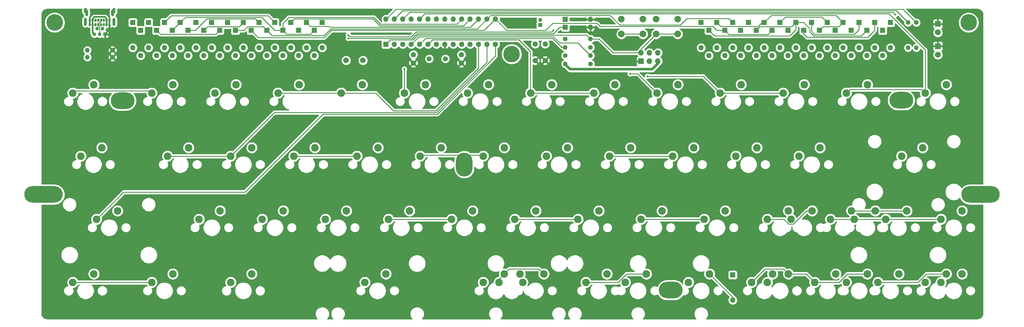
<source format=gbr>
G04 #@! TF.GenerationSoftware,KiCad,Pcbnew,(5.1.10-1-10_14)*
G04 #@! TF.CreationDate,2021-08-31T22:08:52+02:00*
G04 #@! TF.ProjectId,rosaline,726f7361-6c69-46e6-952e-6b696361645f,1*
G04 #@! TF.SameCoordinates,Original*
G04 #@! TF.FileFunction,Copper,L1,Top*
G04 #@! TF.FilePolarity,Positive*
%FSLAX46Y46*%
G04 Gerber Fmt 4.6, Leading zero omitted, Abs format (unit mm)*
G04 Created by KiCad (PCBNEW (5.1.10-1-10_14)) date 2021-08-31 22:08:52*
%MOMM*%
%LPD*%
G01*
G04 APERTURE LIST*
G04 #@! TA.AperFunction,ComponentPad*
%ADD10C,2.286000*%
G04 #@! TD*
G04 #@! TA.AperFunction,ComponentPad*
%ADD11O,1.600000X1.600000*%
G04 #@! TD*
G04 #@! TA.AperFunction,ComponentPad*
%ADD12R,1.600000X1.600000*%
G04 #@! TD*
G04 #@! TA.AperFunction,ComponentPad*
%ADD13O,0.700000X1.000000*%
G04 #@! TD*
G04 #@! TA.AperFunction,ComponentPad*
%ADD14O,0.900000X2.400000*%
G04 #@! TD*
G04 #@! TA.AperFunction,ComponentPad*
%ADD15O,0.900000X1.700000*%
G04 #@! TD*
G04 #@! TA.AperFunction,ComponentPad*
%ADD16C,1.100000*%
G04 #@! TD*
G04 #@! TA.AperFunction,ComponentPad*
%ADD17R,1.100000X1.100000*%
G04 #@! TD*
G04 #@! TA.AperFunction,ComponentPad*
%ADD18O,0.850000X2.000000*%
G04 #@! TD*
G04 #@! TA.AperFunction,WasherPad*
%ADD19O,5.000000X7.200000*%
G04 #@! TD*
G04 #@! TA.AperFunction,WasherPad*
%ADD20O,11.600000X5.000000*%
G04 #@! TD*
G04 #@! TA.AperFunction,WasherPad*
%ADD21O,7.200000X5.000000*%
G04 #@! TD*
G04 #@! TA.AperFunction,WasherPad*
%ADD22C,5.000000*%
G04 #@! TD*
G04 #@! TA.AperFunction,ComponentPad*
%ADD23O,1.400000X1.400000*%
G04 #@! TD*
G04 #@! TA.AperFunction,ComponentPad*
%ADD24C,1.400000*%
G04 #@! TD*
G04 #@! TA.AperFunction,ComponentPad*
%ADD25C,1.710000*%
G04 #@! TD*
G04 #@! TA.AperFunction,ComponentPad*
%ADD26R,1.200000X1.200000*%
G04 #@! TD*
G04 #@! TA.AperFunction,ComponentPad*
%ADD27C,1.200000*%
G04 #@! TD*
G04 #@! TA.AperFunction,ComponentPad*
%ADD28C,1.600000*%
G04 #@! TD*
G04 #@! TA.AperFunction,ComponentPad*
%ADD29R,1.700000X1.700000*%
G04 #@! TD*
G04 #@! TA.AperFunction,ComponentPad*
%ADD30O,1.700000X1.700000*%
G04 #@! TD*
G04 #@! TA.AperFunction,ComponentPad*
%ADD31R,1.800000X1.800000*%
G04 #@! TD*
G04 #@! TA.AperFunction,ComponentPad*
%ADD32C,1.800000*%
G04 #@! TD*
G04 #@! TA.AperFunction,ComponentPad*
%ADD33C,2.000000*%
G04 #@! TD*
G04 #@! TA.AperFunction,ComponentPad*
%ADD34C,1.500000*%
G04 #@! TD*
G04 #@! TA.AperFunction,ViaPad*
%ADD35C,0.600000*%
G04 #@! TD*
G04 #@! TA.AperFunction,Conductor*
%ADD36C,0.800000*%
G04 #@! TD*
G04 #@! TA.AperFunction,Conductor*
%ADD37C,0.500000*%
G04 #@! TD*
G04 #@! TA.AperFunction,Conductor*
%ADD38C,0.250000*%
G04 #@! TD*
G04 #@! TA.AperFunction,Conductor*
%ADD39C,0.254000*%
G04 #@! TD*
G04 #@! TA.AperFunction,Conductor*
%ADD40C,0.100000*%
G04 #@! TD*
G04 APERTURE END LIST*
D10*
X174783750Y-137953750D03*
X181133750Y-135413750D03*
X155733750Y-137953750D03*
X162083750Y-135413750D03*
X108108750Y-137953750D03*
X114458750Y-135413750D03*
X265271250Y-118903750D03*
X271621250Y-116363750D03*
X148590000Y-137953750D03*
X154940000Y-135413750D03*
X205740000Y-137953750D03*
X212090000Y-135413750D03*
X186690000Y-137953750D03*
X193040000Y-135413750D03*
X143827500Y-137953750D03*
X150177500Y-135413750D03*
D11*
X219075000Y-143351250D03*
D12*
X219075000Y-135731250D03*
D13*
X25136968Y-60145127D03*
X25986968Y-60145127D03*
X26836968Y-60145127D03*
X27686968Y-60145127D03*
X28536968Y-60145127D03*
X29386968Y-60145127D03*
X30236968Y-60145127D03*
X31086968Y-60145127D03*
X25986968Y-58795127D03*
X27686968Y-58795127D03*
X26836968Y-58795127D03*
X25136968Y-58795127D03*
X29386968Y-58795127D03*
X30236968Y-58795127D03*
X31086968Y-58795127D03*
X28536968Y-58795127D03*
D14*
X23786968Y-59315127D03*
X32436968Y-59315127D03*
D15*
X23786968Y-55935127D03*
X32436968Y-55935127D03*
D16*
X27308968Y-61339127D03*
X26508968Y-63089127D03*
X28108968Y-63089127D03*
X28908968Y-61339127D03*
D17*
X29708968Y-63089127D03*
D18*
X24208968Y-56639127D03*
X32008968Y-56639127D03*
D11*
X219075000Y-67151250D03*
D12*
X219075000Y-59531250D03*
D11*
X245268750Y-69532500D03*
D12*
X245268750Y-61912500D03*
D19*
X138112616Y-102393836D03*
D20*
X293846250Y-111442500D03*
D21*
X35004375Y-83105625D03*
D10*
X270033750Y-99853750D03*
X276383750Y-97313750D03*
X27146250Y-118903750D03*
X33496250Y-116363750D03*
X255746250Y-118903750D03*
X262096250Y-116363750D03*
X236696250Y-118903750D03*
X243046250Y-116363750D03*
X22383750Y-99853836D03*
X28733750Y-97313836D03*
X67627500Y-137953750D03*
X73977500Y-135413750D03*
X20002500Y-137953750D03*
X26352500Y-135413750D03*
X277177500Y-137953750D03*
X283527500Y-135413750D03*
X277177500Y-80803750D03*
X283527500Y-78263750D03*
X229552500Y-137953750D03*
X235902500Y-135413750D03*
X20002500Y-80803750D03*
X26352500Y-78263750D03*
D20*
X11191875Y-111442500D03*
D22*
X290274375Y-59531250D03*
D21*
X269960000Y-82970000D03*
X200380000Y-140310000D03*
D22*
X152400000Y-69056250D03*
X14525625Y-59531250D03*
D12*
X226218750Y-61912500D03*
D11*
X226218750Y-69532500D03*
X54768750Y-69532500D03*
D12*
X54768750Y-61912500D03*
D10*
X62865000Y-80803750D03*
X69215000Y-78263750D03*
D11*
X264318750Y-69532500D03*
D12*
X264318750Y-61912500D03*
D11*
X261937500Y-67151250D03*
D12*
X261937500Y-59531250D03*
D10*
X281940000Y-137953750D03*
X288290000Y-135413750D03*
X262890000Y-137953750D03*
X269240000Y-135413750D03*
X281940000Y-118903750D03*
X288290000Y-116363750D03*
X248602500Y-118903750D03*
X254952500Y-116363750D03*
X253365000Y-80803750D03*
X259715000Y-78263750D03*
X243840000Y-137953750D03*
X250190000Y-135413750D03*
X224790000Y-137953750D03*
X231140000Y-135413750D03*
X229552500Y-118903750D03*
X235902500Y-116363750D03*
X239077500Y-99853750D03*
X245427500Y-97313750D03*
X220027500Y-99853750D03*
X226377500Y-97313750D03*
X234315000Y-80803750D03*
X240665000Y-78263750D03*
X215265000Y-80803750D03*
X221615000Y-78263750D03*
X210502500Y-118903750D03*
X216852500Y-116363750D03*
X191452500Y-118903750D03*
X197802500Y-116363750D03*
X200977500Y-99853750D03*
X207327500Y-97313750D03*
X181927500Y-99853750D03*
X188277500Y-97313750D03*
X196215000Y-80803750D03*
X202565000Y-78263750D03*
X172402500Y-118903750D03*
X178752500Y-116363750D03*
X153352500Y-118903750D03*
X159702500Y-116363750D03*
X162877500Y-99853750D03*
X169227500Y-97313750D03*
X177165000Y-80803750D03*
X183515000Y-78263750D03*
X158115000Y-80803750D03*
X164465000Y-78263750D03*
X134302500Y-118903750D03*
X140652500Y-116363750D03*
X115252500Y-118903750D03*
X121602500Y-116363750D03*
X143827500Y-99853750D03*
X150177500Y-97313750D03*
X124777500Y-99853750D03*
X131127500Y-97313750D03*
X139065000Y-80803750D03*
X145415000Y-78263750D03*
X120015000Y-80803750D03*
X126365000Y-78263750D03*
X96202500Y-118903750D03*
X102552500Y-116363750D03*
X105727500Y-99853750D03*
X112077500Y-97313750D03*
X86677500Y-99853750D03*
X93027500Y-97313750D03*
X100965000Y-80803750D03*
X107315000Y-78263750D03*
X81915000Y-80803750D03*
X88265000Y-78263750D03*
X77152500Y-118903750D03*
X83502500Y-116363750D03*
X58102500Y-118903750D03*
X64452500Y-116363750D03*
X67627500Y-99853750D03*
X73977500Y-97313750D03*
X48577500Y-99853750D03*
X54927500Y-97313750D03*
X43815000Y-137953750D03*
X50165000Y-135413750D03*
X43815000Y-80803820D03*
X50165000Y-78263820D03*
X253365000Y-137953750D03*
X259715000Y-135413750D03*
D23*
X176212500Y-64500000D03*
D24*
X168592500Y-64500000D03*
D23*
X168592500Y-67000000D03*
D24*
X176212500Y-67000000D03*
D25*
X107540000Y-70961250D03*
X102460000Y-70961250D03*
D12*
X57150000Y-59531250D03*
D11*
X57150000Y-67151250D03*
D12*
X42862500Y-59531250D03*
D11*
X42862500Y-67151250D03*
D12*
X228600000Y-59531250D03*
D11*
X228600000Y-67151250D03*
D12*
X266700000Y-59531250D03*
D11*
X266700000Y-67151250D03*
X88106250Y-69532500D03*
D12*
X88106250Y-61912500D03*
D26*
X161000000Y-60245625D03*
D27*
X161000000Y-58745625D03*
D28*
X159500000Y-66000000D03*
X159500000Y-71000000D03*
X162500000Y-71000000D03*
X162500000Y-66000000D03*
X137250000Y-71750000D03*
X137250000Y-69250000D03*
X122750000Y-69250000D03*
X122750000Y-71750000D03*
D29*
X191452500Y-71199375D03*
D30*
X191452500Y-68659375D03*
X193992500Y-71199375D03*
X193992500Y-68659375D03*
X196532500Y-71199375D03*
X196532500Y-68659375D03*
D31*
X280987500Y-66675000D03*
D32*
X280987500Y-69215000D03*
D33*
X202500000Y-58500000D03*
X202500000Y-63000000D03*
X196000000Y-58500000D03*
X196000000Y-63000000D03*
X185500000Y-63000000D03*
X185500000Y-58500000D03*
X192000000Y-63000000D03*
X192000000Y-58500000D03*
D34*
X127517500Y-70485000D03*
X132397500Y-70485000D03*
D12*
X114480000Y-66120000D03*
D11*
X147500000Y-58500000D03*
X117020000Y-66120000D03*
X144960000Y-58500000D03*
X119560000Y-66120000D03*
X142420000Y-58500000D03*
X122100000Y-66120000D03*
X139880000Y-58500000D03*
X124640000Y-66120000D03*
X137340000Y-58500000D03*
X127180000Y-66120000D03*
X134800000Y-58500000D03*
X129720000Y-66120000D03*
X132260000Y-58500000D03*
X132260000Y-66120000D03*
X129720000Y-58500000D03*
X134800000Y-66120000D03*
X127180000Y-58500000D03*
X137340000Y-66120000D03*
X124640000Y-58500000D03*
X139880000Y-66120000D03*
X122100000Y-58500000D03*
X142420000Y-66120000D03*
X119560000Y-58500000D03*
X144960000Y-66120000D03*
X117020000Y-58500000D03*
X147500000Y-66120000D03*
X114480000Y-58500000D03*
D12*
X168592500Y-60960000D03*
D11*
X176212500Y-60960000D03*
X176212500Y-58578750D03*
D12*
X168592500Y-58578750D03*
X38100000Y-59531250D03*
D11*
X38100000Y-67151250D03*
D12*
X59531250Y-61912500D03*
D11*
X59531250Y-69532500D03*
X71437500Y-67151250D03*
D12*
X71437500Y-59531250D03*
X95250000Y-59531250D03*
D11*
X95250000Y-67151250D03*
D12*
X223837500Y-59531250D03*
D11*
X223837500Y-67151250D03*
X240506250Y-69532500D03*
D12*
X240506250Y-61912500D03*
X50006250Y-61912500D03*
D11*
X50006250Y-69532500D03*
D12*
X52387500Y-59531250D03*
D11*
X52387500Y-67151250D03*
X83343750Y-69532500D03*
D12*
X83343750Y-61912500D03*
D11*
X92868750Y-69532500D03*
D12*
X92868750Y-61912500D03*
X209550000Y-59531250D03*
D11*
X209550000Y-67151250D03*
X221456250Y-69532500D03*
D12*
X221456250Y-61912500D03*
X235743750Y-61912500D03*
D11*
X235743750Y-69532500D03*
D12*
X250031250Y-61912500D03*
D11*
X250031250Y-69532500D03*
X40481250Y-69532500D03*
D12*
X40481250Y-61912500D03*
D11*
X61912500Y-67151250D03*
D12*
X61912500Y-59531250D03*
D11*
X66675000Y-67151250D03*
D12*
X66675000Y-59531250D03*
X85725000Y-59531250D03*
D11*
X85725000Y-67151250D03*
D12*
X211931250Y-61912500D03*
D11*
X211931250Y-69532500D03*
D12*
X242887500Y-59531250D03*
D11*
X242887500Y-67151250D03*
D12*
X254793750Y-61912500D03*
D11*
X254793750Y-69532500D03*
X76200000Y-67151250D03*
D12*
X76200000Y-59531250D03*
X90487500Y-59531250D03*
D11*
X90487500Y-67151250D03*
D12*
X214312500Y-59531250D03*
D11*
X214312500Y-67151250D03*
D12*
X238125000Y-59531250D03*
D11*
X238125000Y-67151250D03*
D12*
X257175000Y-59531250D03*
D11*
X257175000Y-67151250D03*
X45243750Y-69532500D03*
D12*
X45243750Y-61912500D03*
D11*
X64293750Y-69532500D03*
D12*
X64293750Y-61912500D03*
D11*
X69056250Y-69532500D03*
D12*
X69056250Y-61912500D03*
D11*
X78581250Y-69532500D03*
D12*
X78581250Y-61912500D03*
D11*
X233362500Y-67151250D03*
D12*
X233362500Y-59531250D03*
D11*
X259556250Y-69532500D03*
D12*
X259556250Y-61912500D03*
X47625000Y-59531250D03*
D11*
X47625000Y-67151250D03*
D12*
X73818750Y-61912500D03*
D11*
X73818750Y-69532500D03*
D12*
X80962500Y-59531250D03*
D11*
X80962500Y-67151250D03*
D12*
X230981250Y-61912500D03*
D11*
X230981250Y-69532500D03*
D12*
X247650000Y-59531250D03*
D11*
X247650000Y-67151250D03*
D12*
X252412500Y-59531250D03*
D11*
X252412500Y-67151250D03*
D31*
X280987500Y-59960000D03*
D32*
X280987500Y-62500000D03*
D12*
X216693750Y-61912500D03*
D11*
X216693750Y-69532500D03*
D23*
X168592500Y-72000000D03*
D24*
X176212500Y-72000000D03*
X168592500Y-69532500D03*
D23*
X176212500Y-69532500D03*
X274500000Y-67151250D03*
D24*
X274500000Y-59531250D03*
X272000000Y-59531250D03*
D23*
X272000000Y-67151250D03*
X24389432Y-67865625D03*
D24*
X32009432Y-67865625D03*
X32009432Y-70008750D03*
D23*
X24389432Y-70008750D03*
D35*
X181927500Y-59055000D03*
X179546250Y-67389375D03*
X181451250Y-71913750D03*
X195738750Y-65484375D03*
X202882500Y-74056875D03*
X160972500Y-73104375D03*
X166925625Y-76676250D03*
X156686250Y-71913750D03*
X192405000Y-65008125D03*
X187404375Y-67389375D03*
X193357500Y-67151250D03*
X120729375Y-70008750D03*
X99298125Y-65246250D03*
X120967500Y-62865000D03*
X117395625Y-70961250D03*
X107870625Y-62865000D03*
X107870625Y-65484375D03*
X95726250Y-91678125D03*
X232410000Y-98583750D03*
X218122500Y-91201875D03*
X156924375Y-65484375D03*
X156924375Y-60960000D03*
X156924375Y-58340625D03*
X166687500Y-62388750D03*
X35480625Y-62150625D03*
X96202500Y-56435625D03*
X204549375Y-65960625D03*
X120015000Y-73580625D03*
X188118750Y-75009375D03*
X193357500Y-75723750D03*
X268128750Y-57150000D03*
X103108125Y-64293750D03*
X164967500Y-61912500D03*
X103108097Y-63341250D03*
D36*
X168380000Y-72000000D02*
X169960625Y-73580625D01*
X194802378Y-73580625D02*
X196611996Y-71771007D01*
X169960625Y-73580625D02*
X194802378Y-73580625D01*
D37*
X25136968Y-60295127D02*
X25136968Y-58945127D01*
X31086968Y-60295127D02*
X31086968Y-58945127D01*
X25136968Y-58945127D02*
X25136968Y-57863032D01*
X25136968Y-57863032D02*
X26000000Y-57000000D01*
X26000000Y-57000000D02*
X30200000Y-57000000D01*
X31086968Y-57886968D02*
X31086968Y-58945127D01*
X30200000Y-57000000D02*
X31086968Y-57886968D01*
X31086968Y-61711127D02*
X29708968Y-63089127D01*
X31086968Y-60295127D02*
X31086968Y-61711127D01*
D38*
X107870625Y-62865000D02*
X120967500Y-62865000D01*
X70181251Y-60787499D02*
X71437500Y-59531250D01*
X60656251Y-60787499D02*
X70181251Y-60787499D01*
X59531250Y-61912500D02*
X60656251Y-60787499D01*
X50006250Y-61912500D02*
X52387500Y-59531250D01*
X91743749Y-63037501D02*
X92868750Y-61912500D01*
X84468751Y-63037501D02*
X91743749Y-63037501D01*
X83343750Y-61912500D02*
X84468751Y-63037501D01*
X80962500Y-61912500D02*
X83343750Y-61912500D01*
X53962511Y-57956239D02*
X77006239Y-57956239D01*
X77006239Y-57956239D02*
X80962500Y-61912500D01*
X52387500Y-59531250D02*
X53962511Y-57956239D01*
X255853751Y-63037501D02*
X257175000Y-61716252D01*
X243774376Y-63037501D02*
X255853751Y-63037501D01*
X257175000Y-61716252D02*
X257175000Y-59531250D01*
X242887500Y-62150625D02*
X243774376Y-63037501D01*
X242887500Y-59531250D02*
X242887500Y-62150625D01*
X83343750Y-59727498D02*
X83343750Y-61912500D01*
X85115009Y-57956239D02*
X83343750Y-59727498D01*
X112871250Y-60007500D02*
X110819989Y-57956239D01*
X135832500Y-60007500D02*
X112871250Y-60007500D01*
X110819989Y-57956239D02*
X85115009Y-57956239D01*
X137340000Y-58500000D02*
X135832500Y-60007500D01*
X236868751Y-60787499D02*
X238125000Y-59531250D01*
X227343751Y-60787499D02*
X236868751Y-60787499D01*
X226218750Y-61912500D02*
X227343751Y-60787499D01*
X238125000Y-61716252D02*
X238125000Y-59531250D01*
X236288117Y-63553135D02*
X238125000Y-61716252D01*
X213571885Y-63553135D02*
X236288117Y-63553135D01*
X211931250Y-61912500D02*
X213571885Y-63553135D01*
X257889375Y-63579375D02*
X259556250Y-61912500D01*
X240506250Y-59531250D02*
X242411250Y-61436250D01*
X242411250Y-62388750D02*
X243601875Y-63579375D01*
X242411250Y-61436250D02*
X242411250Y-62388750D01*
X243601875Y-63579375D02*
X257889375Y-63579375D01*
X238125000Y-59531250D02*
X240506250Y-59531250D01*
X86850001Y-58406249D02*
X85725000Y-59531250D01*
X112633125Y-60483750D02*
X110555624Y-58406249D01*
X137896250Y-60483750D02*
X112633125Y-60483750D01*
X110555624Y-58406249D02*
X86850001Y-58406249D01*
X139880000Y-58500000D02*
X137896250Y-60483750D01*
X60460003Y-58406249D02*
X75074999Y-58406249D01*
X56953752Y-61912500D02*
X60460003Y-58406249D01*
X75074999Y-58406249D02*
X76200000Y-59531250D01*
X54768750Y-61912500D02*
X56953752Y-61912500D01*
X227963590Y-59531250D02*
X228600000Y-59531250D01*
X226838589Y-60656251D02*
X227963590Y-59531250D01*
X215437501Y-60656251D02*
X226838589Y-60656251D01*
X214312500Y-59531250D02*
X215437501Y-60656251D01*
X251156251Y-60787499D02*
X252412500Y-59531250D01*
X246393751Y-60787499D02*
X251156251Y-60787499D01*
X245268750Y-61912500D02*
X246393751Y-60787499D01*
X250269375Y-57388125D02*
X252412500Y-59531250D01*
X230743125Y-57388125D02*
X250269375Y-57388125D01*
X228600000Y-59531250D02*
X230743125Y-57388125D01*
X91612501Y-60656251D02*
X90487500Y-59531250D01*
X97446564Y-60656251D02*
X91612501Y-60656251D01*
X139960000Y-60960000D02*
X97750313Y-60960000D01*
X97750313Y-60960000D02*
X97446564Y-60656251D01*
X142420000Y-58500000D02*
X139960000Y-60960000D01*
X63168749Y-63037501D02*
X64293750Y-61912500D01*
X46368751Y-63037501D02*
X63168749Y-63037501D01*
X45243750Y-61912500D02*
X46368751Y-63037501D01*
X72758749Y-60787499D02*
X77456249Y-60787499D01*
X71633748Y-61912500D02*
X72758749Y-60787499D01*
X77456249Y-60787499D02*
X78581250Y-61912500D01*
X69056250Y-61912500D02*
X71633748Y-61912500D01*
X80156261Y-63487511D02*
X78581250Y-61912500D01*
X95818114Y-63487511D02*
X80156261Y-63487511D01*
X97869375Y-61436250D02*
X95818114Y-63487511D01*
X142023750Y-61436250D02*
X97869375Y-61436250D01*
X144960000Y-58500000D02*
X142023750Y-61436250D01*
X245983125Y-57864375D02*
X247650000Y-59531250D01*
X233362500Y-59531250D02*
X235029375Y-57864375D01*
X235029375Y-57864375D02*
X245983125Y-57864375D01*
X217884375Y-58340625D02*
X219075000Y-59531250D01*
X205263750Y-58340625D02*
X217884375Y-58340625D01*
X203358750Y-60245625D02*
X205263750Y-58340625D01*
X185023125Y-60245625D02*
X203358750Y-60245625D01*
X182139386Y-57361886D02*
X185023125Y-60245625D01*
X146098114Y-57361886D02*
X182139386Y-57361886D01*
X144960000Y-58500000D02*
X146098114Y-57361886D01*
X78937480Y-57506230D02*
X80962500Y-59531250D01*
X49650020Y-57506230D02*
X78937480Y-57506230D01*
X47625000Y-59531250D02*
X49650020Y-57506230D01*
X98029535Y-61912500D02*
X95886410Y-64055625D01*
X75961875Y-64055625D02*
X73818750Y-61912500D01*
X144087500Y-61912500D02*
X98029535Y-61912500D01*
X95886410Y-64055625D02*
X75961875Y-64055625D01*
X147500000Y-58500000D02*
X144087500Y-61912500D01*
X217884375Y-63103125D02*
X216693750Y-61912500D01*
X229790625Y-63103125D02*
X217884375Y-63103125D01*
X230981250Y-61912500D02*
X229790625Y-63103125D01*
X261937500Y-61912500D02*
X261937500Y-59531250D01*
X259820614Y-64029386D02*
X261937500Y-61912500D01*
X241573136Y-64029386D02*
X259820614Y-64029386D01*
X240506250Y-62962500D02*
X241573136Y-64029386D01*
X240506250Y-61912500D02*
X240506250Y-62962500D01*
X147500000Y-58500000D02*
X150912500Y-61912500D01*
X164794374Y-59769375D02*
X178117500Y-59769375D01*
X178117500Y-59769375D02*
X179070000Y-60721875D01*
X150912500Y-61912500D02*
X162651249Y-61912500D01*
X214312500Y-61912500D02*
X213121875Y-60721875D01*
X162651249Y-61912500D02*
X164794374Y-59769375D01*
X179070000Y-60721875D02*
X213121875Y-60721875D01*
X216693750Y-61912500D02*
X214312500Y-61912500D01*
X191452500Y-67547500D02*
X196000000Y-63000000D01*
X191452500Y-68659375D02*
X191452500Y-67547500D01*
X196000000Y-63000000D02*
X202500000Y-63000000D01*
X176212500Y-64500000D02*
X178800000Y-64500000D01*
X182959375Y-68659375D02*
X191452500Y-68659375D01*
X178800000Y-64500000D02*
X182959375Y-68659375D01*
X175053750Y-63341250D02*
X176212500Y-64500000D01*
X114480000Y-66120000D02*
X115830000Y-64770000D01*
X122634375Y-64770000D02*
X124063125Y-63341250D01*
X115830000Y-64770000D02*
X122634375Y-64770000D01*
X124063125Y-63341250D02*
X175053750Y-63341250D01*
X165020625Y-63817500D02*
X166925625Y-65722500D01*
X124402500Y-63817500D02*
X165020625Y-63817500D01*
X172402500Y-65722500D02*
X176212500Y-69532500D01*
X166925625Y-65722500D02*
X172402500Y-65722500D01*
X122100000Y-66120000D02*
X124402500Y-63817500D01*
X167510051Y-67000000D02*
X168500000Y-67000000D01*
X164803801Y-64293750D02*
X167510051Y-67000000D01*
X126466250Y-64293750D02*
X164803801Y-64293750D01*
X124640000Y-66120000D02*
X126466250Y-64293750D01*
X134302500Y-118903750D02*
X115252500Y-118903750D01*
X143542585Y-99568835D02*
X143827500Y-99853750D01*
X125062415Y-99568835D02*
X143542585Y-99568835D01*
X124777500Y-99853750D02*
X125062415Y-99568835D01*
X120015000Y-73580625D02*
X120015000Y-80803750D01*
X20002500Y-137953750D02*
X43815000Y-137953750D01*
X20621260Y-80184990D02*
X43196170Y-80184990D01*
X43196170Y-80184990D02*
X43815000Y-80803820D01*
X20002500Y-80803750D02*
X20621260Y-80184990D01*
X35321875Y-110728125D02*
X27146250Y-118903750D01*
X71913750Y-110728125D02*
X35321875Y-110728125D01*
X95488125Y-87153750D02*
X71913750Y-110728125D01*
X130016250Y-87153750D02*
X95488125Y-87153750D01*
X147500000Y-69670000D02*
X130016250Y-87153750D01*
X147500000Y-66120000D02*
X147500000Y-69670000D01*
X48577500Y-99853750D02*
X67627500Y-99853750D01*
X129778125Y-86677500D02*
X80803750Y-86677500D01*
X80803750Y-86677500D02*
X67627500Y-99853750D01*
X144960000Y-71495625D02*
X129778125Y-86677500D01*
X144960000Y-66120000D02*
X144960000Y-71495625D01*
X81915000Y-80803750D02*
X100965000Y-80803750D01*
X86677500Y-99853750D02*
X105727500Y-99853750D01*
X111363125Y-80803750D02*
X100965000Y-80803750D01*
X116760625Y-86201250D02*
X111363125Y-80803750D01*
X129540000Y-86201250D02*
X116760625Y-86201250D01*
X142420000Y-73321250D02*
X129540000Y-86201250D01*
X142420000Y-66120000D02*
X142420000Y-73321250D01*
X158115000Y-80803750D02*
X177165000Y-80803750D01*
X172402500Y-118903750D02*
X153352500Y-118903750D01*
X127180000Y-66120000D02*
X128530000Y-64770000D01*
X128530000Y-64770000D02*
X154543125Y-64770000D01*
X158020901Y-80709651D02*
X158115000Y-80803750D01*
X158020901Y-68247776D02*
X158020901Y-80709651D01*
X154543125Y-64770000D02*
X158020901Y-68247776D01*
X210502500Y-118903750D02*
X191452500Y-118903750D01*
X200977500Y-99853750D02*
X181927500Y-99853750D01*
X190420625Y-75009375D02*
X196215000Y-80803750D01*
X188118750Y-75009375D02*
X190420625Y-75009375D01*
X215265000Y-80803750D02*
X234315000Y-80803750D01*
X237400891Y-120371751D02*
X241408892Y-116363750D01*
X235991609Y-120371751D02*
X237400891Y-120371751D01*
X234523608Y-118903750D02*
X235991609Y-120371751D01*
X241408892Y-116363750D02*
X243046250Y-116363750D01*
X229552500Y-118903750D02*
X234523608Y-118903750D01*
X241300000Y-135413750D02*
X243840000Y-137953750D01*
X235902500Y-135413750D02*
X241300000Y-135413750D01*
X253732358Y-135413750D02*
X259715000Y-135413750D01*
X251192358Y-137953750D02*
X253732358Y-135413750D01*
X243840000Y-137953750D02*
X251192358Y-137953750D01*
X234434499Y-133945749D02*
X228798001Y-133945749D01*
X228798001Y-133945749D02*
X224790000Y-137953750D01*
X235902500Y-135413750D02*
X234434499Y-133945749D01*
X210185000Y-75723750D02*
X215265000Y-80803750D01*
X193357500Y-75723750D02*
X210185000Y-75723750D01*
X277544858Y-135413750D02*
X283527500Y-135413750D01*
X275004858Y-137953750D02*
X277544858Y-135413750D01*
X262890000Y-137953750D02*
X275004858Y-137953750D01*
X265271250Y-118903750D02*
X281940000Y-118903750D01*
X254436999Y-79731751D02*
X253365000Y-80803750D01*
X276105501Y-79731751D02*
X254436999Y-79731751D01*
X277177500Y-80803750D02*
X276105501Y-79731751D01*
X265271250Y-118903750D02*
X255746250Y-118903750D01*
X255746250Y-118903750D02*
X248602500Y-118903750D01*
X266265627Y-56911875D02*
X277177500Y-67823748D01*
X126228125Y-56911875D02*
X266265627Y-56911875D01*
X277177500Y-67823748D02*
X277177500Y-80803750D01*
X124640000Y-58500000D02*
X126228125Y-56911875D01*
D37*
X25986968Y-62567127D02*
X25986968Y-60295127D01*
X26508968Y-63089127D02*
X25986968Y-62567127D01*
X25986968Y-60295127D02*
X25986968Y-58945127D01*
X30236968Y-58363743D02*
X30236968Y-58945127D01*
X29718342Y-57845117D02*
X30236968Y-58363743D01*
X26505594Y-57845117D02*
X29718342Y-57845117D01*
X25986968Y-58363743D02*
X26505594Y-57845117D01*
X25986968Y-58945127D02*
X25986968Y-58363743D01*
X30236968Y-58945127D02*
X30236968Y-60295127D01*
D38*
X270478116Y-55509366D02*
X274500000Y-59531250D01*
X117470634Y-55509366D02*
X270478116Y-55509366D01*
X114480000Y-58500000D02*
X117470634Y-55509366D01*
X268428125Y-55959375D02*
X272000000Y-59531250D01*
X119560625Y-55959375D02*
X268428125Y-55959375D01*
X117020000Y-58500000D02*
X119560625Y-55959375D01*
X26836968Y-60295127D02*
X26836968Y-60399735D01*
X254952500Y-116363750D02*
X262096250Y-116363750D01*
X262096250Y-116363750D02*
X271621250Y-116363750D01*
X187057358Y-135413750D02*
X193040000Y-135413750D01*
X184517358Y-137953750D02*
X187057358Y-135413750D01*
X174783750Y-137953750D02*
X184517358Y-137953750D01*
X219075000Y-142398750D02*
X219075000Y-143351250D01*
X212090000Y-135413750D02*
X219075000Y-142398750D01*
X267414375Y-56435625D02*
X268128750Y-57150000D01*
X121624375Y-56435625D02*
X267414375Y-56435625D01*
X119560000Y-58500000D02*
X121624375Y-56435625D01*
X27686968Y-59913032D02*
X27686968Y-60295127D01*
X28536968Y-59063032D02*
X27686968Y-59913032D01*
X28536968Y-58945127D02*
X28536968Y-59063032D01*
X27700000Y-60308159D02*
X27686968Y-60295127D01*
X28108968Y-60858968D02*
X27700000Y-60450000D01*
X28108968Y-63089127D02*
X28108968Y-60858968D01*
X166925625Y-60960000D02*
X168592500Y-60960000D01*
X165020625Y-62865000D02*
X166925625Y-60960000D01*
X122396250Y-64293750D02*
X123825000Y-62865000D01*
X123825000Y-62865000D02*
X165020625Y-62865000D01*
X103108125Y-64293750D02*
X122396250Y-64293750D01*
X28536968Y-60463032D02*
X28536968Y-60295127D01*
X164967500Y-61912500D02*
X165020625Y-61912500D01*
X164491250Y-62388750D02*
X164967500Y-61912500D01*
X122158125Y-63817500D02*
X123586875Y-62388750D01*
X123586875Y-62388750D02*
X164491250Y-62388750D01*
X103584347Y-63817500D02*
X122158125Y-63817500D01*
X103108097Y-63341250D02*
X103584347Y-63817500D01*
X185500000Y-63000000D02*
X192000000Y-63000000D01*
X160615749Y-133945749D02*
X151645501Y-133945749D01*
X151645501Y-133945749D02*
X150177500Y-135413750D01*
X162083750Y-135413750D02*
X160615749Y-133945749D01*
X148590000Y-137001250D02*
X148590000Y-137953750D01*
X150177500Y-135413750D02*
X148590000Y-137001250D01*
D39*
X22701968Y-55481834D02*
X22701968Y-56388421D01*
X22717668Y-56547824D01*
X22779710Y-56752347D01*
X22880460Y-56940837D01*
X23016047Y-57106049D01*
X23148968Y-57215135D01*
X23148968Y-57266192D01*
X23164306Y-57421922D01*
X23224918Y-57621733D01*
X23230550Y-57632271D01*
X23181258Y-57658618D01*
X23016046Y-57794205D01*
X22880459Y-57959417D01*
X22779709Y-58147908D01*
X22717668Y-58352431D01*
X22701968Y-58511834D01*
X22701968Y-60118421D01*
X22717668Y-60277824D01*
X22779710Y-60482347D01*
X22880460Y-60670837D01*
X23016047Y-60836049D01*
X23181259Y-60971636D01*
X23369749Y-61072386D01*
X23574272Y-61134427D01*
X23786968Y-61155376D01*
X23999665Y-61134427D01*
X24204188Y-61072386D01*
X24392678Y-60971636D01*
X24408525Y-60958631D01*
X24538522Y-61079688D01*
X24703081Y-61181364D01*
X24858730Y-61240012D01*
X25009966Y-61111560D01*
X25009966Y-61280127D01*
X25101969Y-61280127D01*
X25101968Y-62523658D01*
X25097687Y-62567127D01*
X25101968Y-62610596D01*
X25101968Y-62610603D01*
X25112004Y-62712500D01*
X25114773Y-62740617D01*
X25125947Y-62777451D01*
X25165379Y-62907439D01*
X25247557Y-63061185D01*
X25323968Y-63154292D01*
X25323968Y-63205839D01*
X25369507Y-63434779D01*
X25458834Y-63650435D01*
X25588518Y-63844521D01*
X25753574Y-64009577D01*
X25947660Y-64139261D01*
X26163316Y-64228588D01*
X26392256Y-64274127D01*
X26625680Y-64274127D01*
X26854620Y-64228588D01*
X27070276Y-64139261D01*
X27264362Y-64009577D01*
X27308968Y-63964971D01*
X27353574Y-64009577D01*
X27547660Y-64139261D01*
X27763316Y-64228588D01*
X27992256Y-64274127D01*
X28225680Y-64274127D01*
X28454620Y-64228588D01*
X28670276Y-64139261D01*
X28723827Y-64103479D01*
X28804474Y-64169664D01*
X28914788Y-64228629D01*
X29034486Y-64264939D01*
X29158968Y-64277199D01*
X29423218Y-64274127D01*
X29581968Y-64115377D01*
X29581968Y-63216127D01*
X29835968Y-63216127D01*
X29835968Y-64115377D01*
X29994718Y-64274127D01*
X30258968Y-64277199D01*
X30383450Y-64264939D01*
X30503148Y-64228629D01*
X30613462Y-64169664D01*
X30710153Y-64090312D01*
X30789505Y-63993621D01*
X30848470Y-63883307D01*
X30884780Y-63763609D01*
X30897040Y-63639127D01*
X30893968Y-63374877D01*
X30735218Y-63216127D01*
X29835968Y-63216127D01*
X29581968Y-63216127D01*
X29561968Y-63216127D01*
X29561968Y-62962127D01*
X29581968Y-62962127D01*
X29581968Y-62942127D01*
X29835968Y-62942127D01*
X29835968Y-62962127D01*
X30735218Y-62962127D01*
X30893968Y-62803377D01*
X30897040Y-62539127D01*
X30884780Y-62414645D01*
X30848470Y-62294947D01*
X30789505Y-62184633D01*
X30710153Y-62087942D01*
X30613462Y-62008590D01*
X30503148Y-61949625D01*
X30383450Y-61913315D01*
X30258968Y-61901055D01*
X29994718Y-61904127D01*
X29879949Y-62018896D01*
X29959102Y-61900435D01*
X30048429Y-61684779D01*
X30093968Y-61455839D01*
X30093968Y-61270808D01*
X30236968Y-61284892D01*
X30430062Y-61265874D01*
X30615735Y-61209551D01*
X30662107Y-61184765D01*
X30808730Y-61240012D01*
X30959968Y-61111558D01*
X30959968Y-60966813D01*
X31059928Y-60845011D01*
X31151392Y-60673894D01*
X31207715Y-60488220D01*
X31213968Y-60424733D01*
X31213968Y-61111558D01*
X31365206Y-61240012D01*
X31520855Y-61181364D01*
X31685414Y-61079688D01*
X31815412Y-60958630D01*
X31831259Y-60971636D01*
X32019749Y-61072386D01*
X32224272Y-61134427D01*
X32436968Y-61155376D01*
X32649665Y-61134427D01*
X32854188Y-61072386D01*
X33042678Y-60971636D01*
X33207890Y-60836049D01*
X33343477Y-60670837D01*
X33444227Y-60482347D01*
X33506268Y-60277824D01*
X33521968Y-60118421D01*
X33521968Y-58511833D01*
X33506268Y-58352430D01*
X33444227Y-58147907D01*
X33343477Y-57959417D01*
X33207890Y-57794205D01*
X33042678Y-57658618D01*
X32988719Y-57629777D01*
X32993018Y-57621734D01*
X33053630Y-57421923D01*
X33068968Y-57266193D01*
X33068968Y-57220060D01*
X33207890Y-57106049D01*
X33343477Y-56940837D01*
X33444227Y-56752347D01*
X33506268Y-56547823D01*
X33521968Y-56388420D01*
X33521968Y-55481833D01*
X33521664Y-55478750D01*
X116426448Y-55478750D01*
X114803886Y-57101312D01*
X114621335Y-57065000D01*
X114338665Y-57065000D01*
X114061426Y-57120147D01*
X113800273Y-57228320D01*
X113565241Y-57385363D01*
X113365363Y-57585241D01*
X113208320Y-57820273D01*
X113100147Y-58081426D01*
X113045000Y-58358665D01*
X113045000Y-58641335D01*
X113100147Y-58918574D01*
X113208320Y-59179727D01*
X113253604Y-59247500D01*
X113186052Y-59247500D01*
X111383793Y-57445242D01*
X111359990Y-57416238D01*
X111244265Y-57321265D01*
X111112236Y-57250693D01*
X110968975Y-57207236D01*
X110857322Y-57196239D01*
X110857311Y-57196239D01*
X110819989Y-57192563D01*
X110782667Y-57196239D01*
X85152342Y-57196239D01*
X85115009Y-57192562D01*
X85077676Y-57196239D01*
X84966023Y-57207236D01*
X84822762Y-57250693D01*
X84690733Y-57321265D01*
X84575008Y-57416238D01*
X84551210Y-57445236D01*
X82832753Y-59163694D01*
X82803749Y-59187497D01*
X82769382Y-59229374D01*
X82708776Y-59303222D01*
X82649158Y-59414759D01*
X82638204Y-59435252D01*
X82594747Y-59578513D01*
X82583750Y-59690166D01*
X82583750Y-59690176D01*
X82580074Y-59727498D01*
X82583750Y-59764821D01*
X82583750Y-60474428D01*
X82543750Y-60474428D01*
X82419268Y-60486688D01*
X82374833Y-60500167D01*
X82388312Y-60455732D01*
X82400572Y-60331250D01*
X82400572Y-58731250D01*
X82388312Y-58606768D01*
X82352002Y-58487070D01*
X82293037Y-58376756D01*
X82213685Y-58280065D01*
X82116994Y-58200713D01*
X82006680Y-58141748D01*
X81886982Y-58105438D01*
X81762500Y-58093178D01*
X80599230Y-58093178D01*
X79501284Y-56995233D01*
X79477481Y-56966229D01*
X79361756Y-56871256D01*
X79229727Y-56800684D01*
X79086466Y-56757227D01*
X78974813Y-56746230D01*
X78974802Y-56746230D01*
X78937480Y-56742554D01*
X78900158Y-56746230D01*
X49687345Y-56746230D01*
X49650020Y-56742554D01*
X49612695Y-56746230D01*
X49612687Y-56746230D01*
X49501034Y-56757227D01*
X49357773Y-56800684D01*
X49225744Y-56871256D01*
X49110019Y-56966229D01*
X49086221Y-56995227D01*
X47988271Y-58093178D01*
X46825000Y-58093178D01*
X46700518Y-58105438D01*
X46580820Y-58141748D01*
X46470506Y-58200713D01*
X46373815Y-58280065D01*
X46294463Y-58376756D01*
X46235498Y-58487070D01*
X46199188Y-58606768D01*
X46186928Y-58731250D01*
X46186928Y-60331250D01*
X46199188Y-60455732D01*
X46212667Y-60500167D01*
X46168232Y-60486688D01*
X46043750Y-60474428D01*
X44443750Y-60474428D01*
X44319268Y-60486688D01*
X44274833Y-60500167D01*
X44288312Y-60455732D01*
X44300572Y-60331250D01*
X44300572Y-58731250D01*
X44288312Y-58606768D01*
X44252002Y-58487070D01*
X44193037Y-58376756D01*
X44113685Y-58280065D01*
X44016994Y-58200713D01*
X43906680Y-58141748D01*
X43786982Y-58105438D01*
X43662500Y-58093178D01*
X42062500Y-58093178D01*
X41938018Y-58105438D01*
X41818320Y-58141748D01*
X41708006Y-58200713D01*
X41611315Y-58280065D01*
X41531963Y-58376756D01*
X41472998Y-58487070D01*
X41436688Y-58606768D01*
X41424428Y-58731250D01*
X41424428Y-60331250D01*
X41436688Y-60455732D01*
X41450167Y-60500167D01*
X41405732Y-60486688D01*
X41281250Y-60474428D01*
X39681250Y-60474428D01*
X39556768Y-60486688D01*
X39512333Y-60500167D01*
X39525812Y-60455732D01*
X39538072Y-60331250D01*
X39538072Y-58731250D01*
X39525812Y-58606768D01*
X39489502Y-58487070D01*
X39430537Y-58376756D01*
X39351185Y-58280065D01*
X39254494Y-58200713D01*
X39144180Y-58141748D01*
X39024482Y-58105438D01*
X38900000Y-58093178D01*
X37300000Y-58093178D01*
X37175518Y-58105438D01*
X37055820Y-58141748D01*
X36945506Y-58200713D01*
X36848815Y-58280065D01*
X36769463Y-58376756D01*
X36710498Y-58487070D01*
X36674188Y-58606768D01*
X36661928Y-58731250D01*
X36661928Y-60331250D01*
X36674188Y-60455732D01*
X36710498Y-60575430D01*
X36769463Y-60685744D01*
X36848815Y-60782435D01*
X36945506Y-60861787D01*
X37055820Y-60920752D01*
X37175518Y-60957062D01*
X37300000Y-60969322D01*
X38900000Y-60969322D01*
X39024482Y-60957062D01*
X39068917Y-60943583D01*
X39055438Y-60988018D01*
X39043178Y-61112500D01*
X39043178Y-62712500D01*
X39055438Y-62836982D01*
X39091748Y-62956680D01*
X39150713Y-63066994D01*
X39230065Y-63163685D01*
X39326756Y-63243037D01*
X39437070Y-63302002D01*
X39556768Y-63338312D01*
X39681250Y-63350572D01*
X41281250Y-63350572D01*
X41405732Y-63338312D01*
X41525430Y-63302002D01*
X41635744Y-63243037D01*
X41732435Y-63163685D01*
X41811787Y-63066994D01*
X41870752Y-62956680D01*
X41907062Y-62836982D01*
X41919322Y-62712500D01*
X41919322Y-61112500D01*
X41907062Y-60988018D01*
X41893583Y-60943583D01*
X41938018Y-60957062D01*
X42062500Y-60969322D01*
X43662500Y-60969322D01*
X43786982Y-60957062D01*
X43831417Y-60943583D01*
X43817938Y-60988018D01*
X43805678Y-61112500D01*
X43805678Y-62712500D01*
X43817938Y-62836982D01*
X43854248Y-62956680D01*
X43913213Y-63066994D01*
X43992565Y-63163685D01*
X44089256Y-63243037D01*
X44199570Y-63302002D01*
X44319268Y-63338312D01*
X44443750Y-63350572D01*
X45607020Y-63350572D01*
X45804952Y-63548504D01*
X45828750Y-63577502D01*
X45944475Y-63672475D01*
X46076504Y-63743047D01*
X46219765Y-63786504D01*
X46331418Y-63797501D01*
X46331426Y-63797501D01*
X46368751Y-63801177D01*
X46406076Y-63797501D01*
X63131427Y-63797501D01*
X63168749Y-63801177D01*
X63206071Y-63797501D01*
X63206082Y-63797501D01*
X63317735Y-63786504D01*
X63460996Y-63743047D01*
X63593025Y-63672475D01*
X63708750Y-63577502D01*
X63732553Y-63548499D01*
X63930479Y-63350572D01*
X65093750Y-63350572D01*
X65218232Y-63338312D01*
X65337930Y-63302002D01*
X65448244Y-63243037D01*
X65544935Y-63163685D01*
X65624287Y-63066994D01*
X65683252Y-62956680D01*
X65719562Y-62836982D01*
X65731822Y-62712500D01*
X65731822Y-61547499D01*
X67618178Y-61547499D01*
X67618178Y-62712500D01*
X67630438Y-62836982D01*
X67666748Y-62956680D01*
X67725713Y-63066994D01*
X67805065Y-63163685D01*
X67901756Y-63243037D01*
X68012070Y-63302002D01*
X68131768Y-63338312D01*
X68256250Y-63350572D01*
X69856250Y-63350572D01*
X69980732Y-63338312D01*
X70100430Y-63302002D01*
X70210744Y-63243037D01*
X70307435Y-63163685D01*
X70386787Y-63066994D01*
X70445752Y-62956680D01*
X70482062Y-62836982D01*
X70494322Y-62712500D01*
X70494322Y-62672500D01*
X71596426Y-62672500D01*
X71633748Y-62676176D01*
X71671070Y-62672500D01*
X71671081Y-62672500D01*
X71782734Y-62661503D01*
X71925995Y-62618046D01*
X72058024Y-62547474D01*
X72173749Y-62452501D01*
X72197552Y-62423498D01*
X72380678Y-62240371D01*
X72380678Y-62712500D01*
X72392938Y-62836982D01*
X72429248Y-62956680D01*
X72488213Y-63066994D01*
X72567565Y-63163685D01*
X72664256Y-63243037D01*
X72774570Y-63302002D01*
X72894268Y-63338312D01*
X73018750Y-63350572D01*
X74182020Y-63350572D01*
X75398080Y-64566633D01*
X75421874Y-64595626D01*
X75450867Y-64619420D01*
X75450871Y-64619424D01*
X75521560Y-64677436D01*
X75537599Y-64690599D01*
X75669628Y-64761171D01*
X75812889Y-64804628D01*
X75924542Y-64815625D01*
X75924551Y-64815625D01*
X75961874Y-64819301D01*
X75999197Y-64815625D01*
X95849088Y-64815625D01*
X95886410Y-64819301D01*
X95923732Y-64815625D01*
X95923743Y-64815625D01*
X96035396Y-64804628D01*
X96178657Y-64761171D01*
X96310686Y-64690599D01*
X96426411Y-64595626D01*
X96450214Y-64566623D01*
X98344338Y-62672500D01*
X102454557Y-62672500D01*
X102381835Y-62745222D01*
X102279511Y-62898361D01*
X102209029Y-63068521D01*
X102173097Y-63249161D01*
X102173097Y-63433339D01*
X102209029Y-63613979D01*
X102279511Y-63784139D01*
X102301816Y-63817521D01*
X102279539Y-63850861D01*
X102209057Y-64021021D01*
X102173125Y-64201661D01*
X102173125Y-64385839D01*
X102209057Y-64566479D01*
X102279539Y-64736639D01*
X102381863Y-64889778D01*
X102512097Y-65020012D01*
X102665236Y-65122336D01*
X102835396Y-65192818D01*
X103016036Y-65228750D01*
X103200214Y-65228750D01*
X103380854Y-65192818D01*
X103551014Y-65122336D01*
X103653660Y-65053750D01*
X113102295Y-65053750D01*
X113090498Y-65075820D01*
X113054188Y-65195518D01*
X113041928Y-65320000D01*
X113041928Y-66920000D01*
X113054188Y-67044482D01*
X113090498Y-67164180D01*
X113149463Y-67274494D01*
X113228815Y-67371185D01*
X113325506Y-67450537D01*
X113435820Y-67509502D01*
X113555518Y-67545812D01*
X113680000Y-67558072D01*
X115280000Y-67558072D01*
X115404482Y-67545812D01*
X115524180Y-67509502D01*
X115634494Y-67450537D01*
X115731185Y-67371185D01*
X115810537Y-67274494D01*
X115869502Y-67164180D01*
X115905812Y-67044482D01*
X115906643Y-67036039D01*
X116105241Y-67234637D01*
X116340273Y-67391680D01*
X116601426Y-67499853D01*
X116878665Y-67555000D01*
X117161335Y-67555000D01*
X117438574Y-67499853D01*
X117699727Y-67391680D01*
X117934759Y-67234637D01*
X118134637Y-67034759D01*
X118290000Y-66802241D01*
X118445363Y-67034759D01*
X118645241Y-67234637D01*
X118880273Y-67391680D01*
X119141426Y-67499853D01*
X119418665Y-67555000D01*
X119701335Y-67555000D01*
X119978574Y-67499853D01*
X120239727Y-67391680D01*
X120474759Y-67234637D01*
X120674637Y-67034759D01*
X120830000Y-66802241D01*
X120985363Y-67034759D01*
X121185241Y-67234637D01*
X121420273Y-67391680D01*
X121681426Y-67499853D01*
X121958665Y-67555000D01*
X122241335Y-67555000D01*
X122518574Y-67499853D01*
X122779727Y-67391680D01*
X123014759Y-67234637D01*
X123214637Y-67034759D01*
X123370000Y-66802241D01*
X123525363Y-67034759D01*
X123725241Y-67234637D01*
X123960273Y-67391680D01*
X124221426Y-67499853D01*
X124498665Y-67555000D01*
X124781335Y-67555000D01*
X125058574Y-67499853D01*
X125319727Y-67391680D01*
X125554759Y-67234637D01*
X125754637Y-67034759D01*
X125910000Y-66802241D01*
X126065363Y-67034759D01*
X126265241Y-67234637D01*
X126500273Y-67391680D01*
X126761426Y-67499853D01*
X127038665Y-67555000D01*
X127321335Y-67555000D01*
X127598574Y-67499853D01*
X127859727Y-67391680D01*
X128094759Y-67234637D01*
X128294637Y-67034759D01*
X128450000Y-66802241D01*
X128605363Y-67034759D01*
X128805241Y-67234637D01*
X129040273Y-67391680D01*
X129301426Y-67499853D01*
X129578665Y-67555000D01*
X129861335Y-67555000D01*
X130138574Y-67499853D01*
X130399727Y-67391680D01*
X130634759Y-67234637D01*
X130834637Y-67034759D01*
X130991680Y-66799727D01*
X130996067Y-66789135D01*
X131107615Y-66975131D01*
X131296586Y-67183519D01*
X131522580Y-67351037D01*
X131776913Y-67471246D01*
X131910961Y-67511904D01*
X132133000Y-67389915D01*
X132133000Y-66247000D01*
X132113000Y-66247000D01*
X132113000Y-65993000D01*
X132133000Y-65993000D01*
X132133000Y-65973000D01*
X132387000Y-65973000D01*
X132387000Y-65993000D01*
X132407000Y-65993000D01*
X132407000Y-66247000D01*
X132387000Y-66247000D01*
X132387000Y-67389915D01*
X132609039Y-67511904D01*
X132743087Y-67471246D01*
X132997420Y-67351037D01*
X133223414Y-67183519D01*
X133412385Y-66975131D01*
X133523933Y-66789135D01*
X133528320Y-66799727D01*
X133685363Y-67034759D01*
X133885241Y-67234637D01*
X134120273Y-67391680D01*
X134381426Y-67499853D01*
X134658665Y-67555000D01*
X134941335Y-67555000D01*
X135218574Y-67499853D01*
X135479727Y-67391680D01*
X135714759Y-67234637D01*
X135914637Y-67034759D01*
X136070000Y-66802241D01*
X136225363Y-67034759D01*
X136425241Y-67234637D01*
X136660273Y-67391680D01*
X136921426Y-67499853D01*
X137198665Y-67555000D01*
X137481335Y-67555000D01*
X137758574Y-67499853D01*
X138019727Y-67391680D01*
X138254759Y-67234637D01*
X138454637Y-67034759D01*
X138610000Y-66802241D01*
X138765363Y-67034759D01*
X138965241Y-67234637D01*
X139200273Y-67391680D01*
X139461426Y-67499853D01*
X139738665Y-67555000D01*
X140021335Y-67555000D01*
X140298574Y-67499853D01*
X140559727Y-67391680D01*
X140794759Y-67234637D01*
X140994637Y-67034759D01*
X141150000Y-66802241D01*
X141305363Y-67034759D01*
X141505241Y-67234637D01*
X141660000Y-67338044D01*
X141660001Y-73006447D01*
X129225199Y-85441250D01*
X125417764Y-85441250D01*
X125500826Y-85385750D01*
X125867000Y-85019576D01*
X126154701Y-84589001D01*
X126352873Y-84110572D01*
X126453900Y-83602674D01*
X126453900Y-83197402D01*
X127419100Y-83197402D01*
X127419100Y-83490098D01*
X127476202Y-83777171D01*
X127588212Y-84047588D01*
X127750826Y-84290956D01*
X127957794Y-84497924D01*
X128201162Y-84660538D01*
X128471579Y-84772548D01*
X128758652Y-84829650D01*
X129051348Y-84829650D01*
X129338421Y-84772548D01*
X129608838Y-84660538D01*
X129852206Y-84497924D01*
X130059174Y-84290956D01*
X130221788Y-84047588D01*
X130333798Y-83777171D01*
X130390900Y-83490098D01*
X130390900Y-83197402D01*
X130333798Y-82910329D01*
X130221788Y-82639912D01*
X130059174Y-82396544D01*
X129852206Y-82189576D01*
X129608838Y-82026962D01*
X129338421Y-81914952D01*
X129051348Y-81857850D01*
X128758652Y-81857850D01*
X128471579Y-81914952D01*
X128201162Y-82026962D01*
X127957794Y-82189576D01*
X127750826Y-82396544D01*
X127588212Y-82639912D01*
X127476202Y-82910329D01*
X127419100Y-83197402D01*
X126453900Y-83197402D01*
X126453900Y-83084826D01*
X126352873Y-82576928D01*
X126154701Y-82098499D01*
X125867000Y-81667924D01*
X125500826Y-81301750D01*
X125070251Y-81014049D01*
X124591822Y-80815877D01*
X124083924Y-80714850D01*
X123566076Y-80714850D01*
X123058178Y-80815877D01*
X122579749Y-81014049D01*
X122149174Y-81301750D01*
X121783000Y-81667924D01*
X121495299Y-82098499D01*
X121297127Y-82576928D01*
X121196100Y-83084826D01*
X121196100Y-83602674D01*
X121297127Y-84110572D01*
X121495299Y-84589001D01*
X121783000Y-85019576D01*
X122149174Y-85385750D01*
X122232236Y-85441250D01*
X117075427Y-85441250D01*
X114831579Y-83197402D01*
X117259100Y-83197402D01*
X117259100Y-83490098D01*
X117316202Y-83777171D01*
X117428212Y-84047588D01*
X117590826Y-84290956D01*
X117797794Y-84497924D01*
X118041162Y-84660538D01*
X118311579Y-84772548D01*
X118598652Y-84829650D01*
X118891348Y-84829650D01*
X119178421Y-84772548D01*
X119448838Y-84660538D01*
X119692206Y-84497924D01*
X119899174Y-84290956D01*
X120061788Y-84047588D01*
X120173798Y-83777171D01*
X120230900Y-83490098D01*
X120230900Y-83197402D01*
X120173798Y-82910329D01*
X120061788Y-82639912D01*
X120022925Y-82581750D01*
X120190118Y-82581750D01*
X120533623Y-82513422D01*
X120857199Y-82379393D01*
X121148409Y-82184813D01*
X121396063Y-81937159D01*
X121590643Y-81645949D01*
X121724672Y-81322373D01*
X121793000Y-80978868D01*
X121793000Y-80628632D01*
X121724672Y-80285127D01*
X121590643Y-79961551D01*
X121396063Y-79670341D01*
X121148409Y-79422687D01*
X120857199Y-79228107D01*
X120775000Y-79194059D01*
X120775000Y-78088632D01*
X124587000Y-78088632D01*
X124587000Y-78438868D01*
X124655328Y-78782373D01*
X124789357Y-79105949D01*
X124983937Y-79397159D01*
X125231591Y-79644813D01*
X125522801Y-79839393D01*
X125846377Y-79973422D01*
X126189882Y-80041750D01*
X126540118Y-80041750D01*
X126883623Y-79973422D01*
X127207199Y-79839393D01*
X127498409Y-79644813D01*
X127746063Y-79397159D01*
X127940643Y-79105949D01*
X128074672Y-78782373D01*
X128143000Y-78438868D01*
X128143000Y-78088632D01*
X128074672Y-77745127D01*
X127940643Y-77421551D01*
X127746063Y-77130341D01*
X127498409Y-76882687D01*
X127207199Y-76688107D01*
X126883623Y-76554078D01*
X126540118Y-76485750D01*
X126189882Y-76485750D01*
X125846377Y-76554078D01*
X125522801Y-76688107D01*
X125231591Y-76882687D01*
X124983937Y-77130341D01*
X124789357Y-77421551D01*
X124655328Y-77745127D01*
X124587000Y-78088632D01*
X120775000Y-78088632D01*
X120775000Y-74126160D01*
X120843586Y-74023514D01*
X120914068Y-73853354D01*
X120950000Y-73672714D01*
X120950000Y-73488536D01*
X120914068Y-73307896D01*
X120843586Y-73137736D01*
X120741262Y-72984597D01*
X120611028Y-72854363D01*
X120457889Y-72752039D01*
X120435348Y-72742702D01*
X121936903Y-72742702D01*
X122008486Y-72986671D01*
X122263996Y-73107571D01*
X122538184Y-73176300D01*
X122820512Y-73190217D01*
X123100130Y-73148787D01*
X123366292Y-73053603D01*
X123491514Y-72986671D01*
X123563097Y-72742702D01*
X136436903Y-72742702D01*
X136508486Y-72986671D01*
X136763996Y-73107571D01*
X137038184Y-73176300D01*
X137320512Y-73190217D01*
X137600130Y-73148787D01*
X137866292Y-73053603D01*
X137991514Y-72986671D01*
X138063097Y-72742702D01*
X137250000Y-71929605D01*
X136436903Y-72742702D01*
X123563097Y-72742702D01*
X122750000Y-71929605D01*
X121936903Y-72742702D01*
X120435348Y-72742702D01*
X120287729Y-72681557D01*
X120107089Y-72645625D01*
X119922911Y-72645625D01*
X119742271Y-72681557D01*
X119572111Y-72752039D01*
X119418972Y-72854363D01*
X119288738Y-72984597D01*
X119186414Y-73137736D01*
X119115932Y-73307896D01*
X119080000Y-73488536D01*
X119080000Y-73672714D01*
X119115932Y-73853354D01*
X119186414Y-74023514D01*
X119255000Y-74126161D01*
X119255001Y-79194059D01*
X119172801Y-79228107D01*
X118881591Y-79422687D01*
X118633937Y-79670341D01*
X118439357Y-79961551D01*
X118305328Y-80285127D01*
X118237000Y-80628632D01*
X118237000Y-80978868D01*
X118305328Y-81322373D01*
X118439357Y-81645949D01*
X118583022Y-81860959D01*
X118311579Y-81914952D01*
X118041162Y-82026962D01*
X117797794Y-82189576D01*
X117590826Y-82396544D01*
X117428212Y-82639912D01*
X117316202Y-82910329D01*
X117259100Y-83197402D01*
X114831579Y-83197402D01*
X111926929Y-80292753D01*
X111903126Y-80263749D01*
X111787401Y-80168776D01*
X111655372Y-80098204D01*
X111512111Y-80054747D01*
X111400458Y-80043750D01*
X111400447Y-80043750D01*
X111363125Y-80040074D01*
X111325803Y-80043750D01*
X102574691Y-80043750D01*
X102540643Y-79961551D01*
X102346063Y-79670341D01*
X102098409Y-79422687D01*
X101807199Y-79228107D01*
X101483623Y-79094078D01*
X101140118Y-79025750D01*
X100789882Y-79025750D01*
X100446377Y-79094078D01*
X100122801Y-79228107D01*
X99831591Y-79422687D01*
X99583937Y-79670341D01*
X99389357Y-79961551D01*
X99355309Y-80043750D01*
X83524691Y-80043750D01*
X83490643Y-79961551D01*
X83296063Y-79670341D01*
X83048409Y-79422687D01*
X82757199Y-79228107D01*
X82433623Y-79094078D01*
X82090118Y-79025750D01*
X81739882Y-79025750D01*
X81396377Y-79094078D01*
X81072801Y-79228107D01*
X80781591Y-79422687D01*
X80533937Y-79670341D01*
X80339357Y-79961551D01*
X80205328Y-80285127D01*
X80137000Y-80628632D01*
X80137000Y-80978868D01*
X80205328Y-81322373D01*
X80339357Y-81645949D01*
X80483022Y-81860959D01*
X80211579Y-81914952D01*
X79941162Y-82026962D01*
X79697794Y-82189576D01*
X79490826Y-82396544D01*
X79328212Y-82639912D01*
X79216202Y-82910329D01*
X79159100Y-83197402D01*
X79159100Y-83490098D01*
X79216202Y-83777171D01*
X79328212Y-84047588D01*
X79490826Y-84290956D01*
X79697794Y-84497924D01*
X79941162Y-84660538D01*
X80211579Y-84772548D01*
X80498652Y-84829650D01*
X80791348Y-84829650D01*
X81078421Y-84772548D01*
X81348838Y-84660538D01*
X81592206Y-84497924D01*
X81799174Y-84290956D01*
X81961788Y-84047588D01*
X82073798Y-83777171D01*
X82130900Y-83490098D01*
X82130900Y-83197402D01*
X82073798Y-82910329D01*
X81961788Y-82639912D01*
X81922925Y-82581750D01*
X82090118Y-82581750D01*
X82433623Y-82513422D01*
X82757199Y-82379393D01*
X83048409Y-82184813D01*
X83296063Y-81937159D01*
X83490643Y-81645949D01*
X83524691Y-81563750D01*
X83787174Y-81563750D01*
X83683000Y-81667924D01*
X83395299Y-82098499D01*
X83197127Y-82576928D01*
X83096100Y-83084826D01*
X83096100Y-83602674D01*
X83197127Y-84110572D01*
X83395299Y-84589001D01*
X83683000Y-85019576D01*
X84049174Y-85385750D01*
X84479749Y-85673451D01*
X84958178Y-85871623D01*
X85188818Y-85917500D01*
X80841072Y-85917500D01*
X80803749Y-85913824D01*
X80766426Y-85917500D01*
X80766417Y-85917500D01*
X80654764Y-85928497D01*
X80511503Y-85971954D01*
X80379474Y-86042526D01*
X80379472Y-86042527D01*
X80379473Y-86042527D01*
X80292746Y-86113701D01*
X80292742Y-86113705D01*
X80263749Y-86137499D01*
X80239955Y-86166492D01*
X68228323Y-98178126D01*
X68146123Y-98144078D01*
X67802618Y-98075750D01*
X67452382Y-98075750D01*
X67108877Y-98144078D01*
X66785301Y-98278107D01*
X66494091Y-98472687D01*
X66246437Y-98720341D01*
X66051857Y-99011551D01*
X66017809Y-99093750D01*
X50187191Y-99093750D01*
X50153143Y-99011551D01*
X49958563Y-98720341D01*
X49710909Y-98472687D01*
X49419699Y-98278107D01*
X49096123Y-98144078D01*
X48752618Y-98075750D01*
X48402382Y-98075750D01*
X48058877Y-98144078D01*
X47735301Y-98278107D01*
X47444091Y-98472687D01*
X47196437Y-98720341D01*
X47001857Y-99011551D01*
X46867828Y-99335127D01*
X46799500Y-99678632D01*
X46799500Y-100028868D01*
X46867828Y-100372373D01*
X47001857Y-100695949D01*
X47145522Y-100910959D01*
X46874079Y-100964952D01*
X46603662Y-101076962D01*
X46360294Y-101239576D01*
X46153326Y-101446544D01*
X45990712Y-101689912D01*
X45878702Y-101960329D01*
X45821600Y-102247402D01*
X45821600Y-102540098D01*
X45878702Y-102827171D01*
X45990712Y-103097588D01*
X46153326Y-103340956D01*
X46360294Y-103547924D01*
X46603662Y-103710538D01*
X46874079Y-103822548D01*
X47161152Y-103879650D01*
X47453848Y-103879650D01*
X47740921Y-103822548D01*
X48011338Y-103710538D01*
X48254706Y-103547924D01*
X48461674Y-103340956D01*
X48624288Y-103097588D01*
X48736298Y-102827171D01*
X48793400Y-102540098D01*
X48793400Y-102247402D01*
X48736298Y-101960329D01*
X48624288Y-101689912D01*
X48585425Y-101631750D01*
X48752618Y-101631750D01*
X49096123Y-101563422D01*
X49419699Y-101429393D01*
X49710909Y-101234813D01*
X49958563Y-100987159D01*
X50153143Y-100695949D01*
X50187191Y-100613750D01*
X50449674Y-100613750D01*
X50345500Y-100717924D01*
X50057799Y-101148499D01*
X49859627Y-101626928D01*
X49758600Y-102134826D01*
X49758600Y-102652674D01*
X49859627Y-103160572D01*
X50057799Y-103639001D01*
X50345500Y-104069576D01*
X50711674Y-104435750D01*
X51142249Y-104723451D01*
X51620678Y-104921623D01*
X52128576Y-105022650D01*
X52646424Y-105022650D01*
X53154322Y-104921623D01*
X53632751Y-104723451D01*
X54063326Y-104435750D01*
X54429500Y-104069576D01*
X54717201Y-103639001D01*
X54915373Y-103160572D01*
X55016400Y-102652674D01*
X55016400Y-102247402D01*
X55981600Y-102247402D01*
X55981600Y-102540098D01*
X56038702Y-102827171D01*
X56150712Y-103097588D01*
X56313326Y-103340956D01*
X56520294Y-103547924D01*
X56763662Y-103710538D01*
X57034079Y-103822548D01*
X57321152Y-103879650D01*
X57613848Y-103879650D01*
X57900921Y-103822548D01*
X58171338Y-103710538D01*
X58414706Y-103547924D01*
X58621674Y-103340956D01*
X58784288Y-103097588D01*
X58896298Y-102827171D01*
X58953400Y-102540098D01*
X58953400Y-102247402D01*
X58896298Y-101960329D01*
X58784288Y-101689912D01*
X58621674Y-101446544D01*
X58414706Y-101239576D01*
X58171338Y-101076962D01*
X57900921Y-100964952D01*
X57613848Y-100907850D01*
X57321152Y-100907850D01*
X57034079Y-100964952D01*
X56763662Y-101076962D01*
X56520294Y-101239576D01*
X56313326Y-101446544D01*
X56150712Y-101689912D01*
X56038702Y-101960329D01*
X55981600Y-102247402D01*
X55016400Y-102247402D01*
X55016400Y-102134826D01*
X54915373Y-101626928D01*
X54717201Y-101148499D01*
X54429500Y-100717924D01*
X54325326Y-100613750D01*
X66017809Y-100613750D01*
X66051857Y-100695949D01*
X66195522Y-100910959D01*
X65924079Y-100964952D01*
X65653662Y-101076962D01*
X65410294Y-101239576D01*
X65203326Y-101446544D01*
X65040712Y-101689912D01*
X64928702Y-101960329D01*
X64871600Y-102247402D01*
X64871600Y-102540098D01*
X64928702Y-102827171D01*
X65040712Y-103097588D01*
X65203326Y-103340956D01*
X65410294Y-103547924D01*
X65653662Y-103710538D01*
X65924079Y-103822548D01*
X66211152Y-103879650D01*
X66503848Y-103879650D01*
X66790921Y-103822548D01*
X67061338Y-103710538D01*
X67304706Y-103547924D01*
X67511674Y-103340956D01*
X67674288Y-103097588D01*
X67786298Y-102827171D01*
X67843400Y-102540098D01*
X67843400Y-102247402D01*
X67821008Y-102134826D01*
X68808600Y-102134826D01*
X68808600Y-102652674D01*
X68909627Y-103160572D01*
X69107799Y-103639001D01*
X69395500Y-104069576D01*
X69761674Y-104435750D01*
X70192249Y-104723451D01*
X70670678Y-104921623D01*
X71178576Y-105022650D01*
X71696424Y-105022650D01*
X72204322Y-104921623D01*
X72682751Y-104723451D01*
X73113326Y-104435750D01*
X73479500Y-104069576D01*
X73767201Y-103639001D01*
X73965373Y-103160572D01*
X74066400Y-102652674D01*
X74066400Y-102247402D01*
X75031600Y-102247402D01*
X75031600Y-102540098D01*
X75088702Y-102827171D01*
X75200712Y-103097588D01*
X75363326Y-103340956D01*
X75570294Y-103547924D01*
X75813662Y-103710538D01*
X76084079Y-103822548D01*
X76371152Y-103879650D01*
X76663848Y-103879650D01*
X76950921Y-103822548D01*
X77221338Y-103710538D01*
X77464706Y-103547924D01*
X77671674Y-103340956D01*
X77834288Y-103097588D01*
X77946298Y-102827171D01*
X78003400Y-102540098D01*
X78003400Y-102247402D01*
X77946298Y-101960329D01*
X77834288Y-101689912D01*
X77671674Y-101446544D01*
X77464706Y-101239576D01*
X77221338Y-101076962D01*
X76950921Y-100964952D01*
X76663848Y-100907850D01*
X76371152Y-100907850D01*
X76084079Y-100964952D01*
X75813662Y-101076962D01*
X75570294Y-101239576D01*
X75363326Y-101446544D01*
X75200712Y-101689912D01*
X75088702Y-101960329D01*
X75031600Y-102247402D01*
X74066400Y-102247402D01*
X74066400Y-102134826D01*
X73965373Y-101626928D01*
X73767201Y-101148499D01*
X73479500Y-100717924D01*
X73113326Y-100351750D01*
X72682751Y-100064049D01*
X72204322Y-99865877D01*
X71696424Y-99764850D01*
X71178576Y-99764850D01*
X70670678Y-99865877D01*
X70192249Y-100064049D01*
X69761674Y-100351750D01*
X69395500Y-100717924D01*
X69107799Y-101148499D01*
X68909627Y-101626928D01*
X68808600Y-102134826D01*
X67821008Y-102134826D01*
X67786298Y-101960329D01*
X67674288Y-101689912D01*
X67635425Y-101631750D01*
X67802618Y-101631750D01*
X68146123Y-101563422D01*
X68469699Y-101429393D01*
X68760909Y-101234813D01*
X69008563Y-100987159D01*
X69203143Y-100695949D01*
X69337172Y-100372373D01*
X69405500Y-100028868D01*
X69405500Y-99678632D01*
X69337172Y-99335127D01*
X69303124Y-99252927D01*
X71417419Y-97138632D01*
X72199500Y-97138632D01*
X72199500Y-97488868D01*
X72267828Y-97832373D01*
X72401857Y-98155949D01*
X72596437Y-98447159D01*
X72844091Y-98694813D01*
X73135301Y-98889393D01*
X73458877Y-99023422D01*
X73802382Y-99091750D01*
X74152618Y-99091750D01*
X74496123Y-99023422D01*
X74819699Y-98889393D01*
X75110909Y-98694813D01*
X75358563Y-98447159D01*
X75553143Y-98155949D01*
X75687172Y-97832373D01*
X75755500Y-97488868D01*
X75755500Y-97138632D01*
X75687172Y-96795127D01*
X75553143Y-96471551D01*
X75358563Y-96180341D01*
X75110909Y-95932687D01*
X74819699Y-95738107D01*
X74496123Y-95604078D01*
X74152618Y-95535750D01*
X73802382Y-95535750D01*
X73458877Y-95604078D01*
X73135301Y-95738107D01*
X72844091Y-95932687D01*
X72596437Y-96180341D01*
X72401857Y-96471551D01*
X72267828Y-96795127D01*
X72199500Y-97138632D01*
X71417419Y-97138632D01*
X81118553Y-87437500D01*
X94129573Y-87437500D01*
X71598949Y-109968125D01*
X35359200Y-109968125D01*
X35321875Y-109964449D01*
X35284550Y-109968125D01*
X35284542Y-109968125D01*
X35172889Y-109979122D01*
X35029628Y-110022579D01*
X34897599Y-110093151D01*
X34781874Y-110188124D01*
X34758076Y-110217122D01*
X27747073Y-117228126D01*
X27664873Y-117194078D01*
X27321368Y-117125750D01*
X26971132Y-117125750D01*
X26627627Y-117194078D01*
X26304051Y-117328107D01*
X26012841Y-117522687D01*
X25765187Y-117770341D01*
X25570607Y-118061551D01*
X25436578Y-118385127D01*
X25368250Y-118728632D01*
X25368250Y-119078868D01*
X25436578Y-119422373D01*
X25570607Y-119745949D01*
X25714272Y-119960959D01*
X25442829Y-120014952D01*
X25172412Y-120126962D01*
X24929044Y-120289576D01*
X24722076Y-120496544D01*
X24559462Y-120739912D01*
X24447452Y-121010329D01*
X24390350Y-121297402D01*
X24390350Y-121590098D01*
X24447452Y-121877171D01*
X24559462Y-122147588D01*
X24722076Y-122390956D01*
X24929044Y-122597924D01*
X25172412Y-122760538D01*
X25442829Y-122872548D01*
X25729902Y-122929650D01*
X26022598Y-122929650D01*
X26309671Y-122872548D01*
X26580088Y-122760538D01*
X26823456Y-122597924D01*
X27030424Y-122390956D01*
X27193038Y-122147588D01*
X27305048Y-121877171D01*
X27362150Y-121590098D01*
X27362150Y-121297402D01*
X27339758Y-121184826D01*
X28327350Y-121184826D01*
X28327350Y-121702674D01*
X28428377Y-122210572D01*
X28626549Y-122689001D01*
X28914250Y-123119576D01*
X29280424Y-123485750D01*
X29710999Y-123773451D01*
X30189428Y-123971623D01*
X30697326Y-124072650D01*
X31215174Y-124072650D01*
X31723072Y-123971623D01*
X32201501Y-123773451D01*
X32632076Y-123485750D01*
X32998250Y-123119576D01*
X33285951Y-122689001D01*
X33484123Y-122210572D01*
X33585150Y-121702674D01*
X33585150Y-121297402D01*
X34550350Y-121297402D01*
X34550350Y-121590098D01*
X34607452Y-121877171D01*
X34719462Y-122147588D01*
X34882076Y-122390956D01*
X35089044Y-122597924D01*
X35332412Y-122760538D01*
X35602829Y-122872548D01*
X35889902Y-122929650D01*
X36182598Y-122929650D01*
X36469671Y-122872548D01*
X36740088Y-122760538D01*
X36983456Y-122597924D01*
X37190424Y-122390956D01*
X37353038Y-122147588D01*
X37465048Y-121877171D01*
X37522150Y-121590098D01*
X37522150Y-121297402D01*
X55346600Y-121297402D01*
X55346600Y-121590098D01*
X55403702Y-121877171D01*
X55515712Y-122147588D01*
X55678326Y-122390956D01*
X55885294Y-122597924D01*
X56128662Y-122760538D01*
X56399079Y-122872548D01*
X56686152Y-122929650D01*
X56978848Y-122929650D01*
X57265921Y-122872548D01*
X57536338Y-122760538D01*
X57779706Y-122597924D01*
X57986674Y-122390956D01*
X58149288Y-122147588D01*
X58261298Y-121877171D01*
X58318400Y-121590098D01*
X58318400Y-121297402D01*
X58296008Y-121184826D01*
X59283600Y-121184826D01*
X59283600Y-121702674D01*
X59384627Y-122210572D01*
X59582799Y-122689001D01*
X59870500Y-123119576D01*
X60236674Y-123485750D01*
X60667249Y-123773451D01*
X61145678Y-123971623D01*
X61653576Y-124072650D01*
X62171424Y-124072650D01*
X62679322Y-123971623D01*
X63157751Y-123773451D01*
X63588326Y-123485750D01*
X63954500Y-123119576D01*
X64242201Y-122689001D01*
X64440373Y-122210572D01*
X64541400Y-121702674D01*
X64541400Y-121297402D01*
X65506600Y-121297402D01*
X65506600Y-121590098D01*
X65563702Y-121877171D01*
X65675712Y-122147588D01*
X65838326Y-122390956D01*
X66045294Y-122597924D01*
X66288662Y-122760538D01*
X66559079Y-122872548D01*
X66846152Y-122929650D01*
X67138848Y-122929650D01*
X67425921Y-122872548D01*
X67696338Y-122760538D01*
X67939706Y-122597924D01*
X68146674Y-122390956D01*
X68309288Y-122147588D01*
X68421298Y-121877171D01*
X68478400Y-121590098D01*
X68478400Y-121297402D01*
X74396600Y-121297402D01*
X74396600Y-121590098D01*
X74453702Y-121877171D01*
X74565712Y-122147588D01*
X74728326Y-122390956D01*
X74935294Y-122597924D01*
X75178662Y-122760538D01*
X75449079Y-122872548D01*
X75736152Y-122929650D01*
X76028848Y-122929650D01*
X76315921Y-122872548D01*
X76586338Y-122760538D01*
X76829706Y-122597924D01*
X77036674Y-122390956D01*
X77199288Y-122147588D01*
X77311298Y-121877171D01*
X77368400Y-121590098D01*
X77368400Y-121297402D01*
X77346008Y-121184826D01*
X78333600Y-121184826D01*
X78333600Y-121702674D01*
X78434627Y-122210572D01*
X78632799Y-122689001D01*
X78920500Y-123119576D01*
X79286674Y-123485750D01*
X79717249Y-123773451D01*
X80195678Y-123971623D01*
X80703576Y-124072650D01*
X81221424Y-124072650D01*
X81729322Y-123971623D01*
X82207751Y-123773451D01*
X82638326Y-123485750D01*
X83004500Y-123119576D01*
X83292201Y-122689001D01*
X83490373Y-122210572D01*
X83591400Y-121702674D01*
X83591400Y-121297402D01*
X84556600Y-121297402D01*
X84556600Y-121590098D01*
X84613702Y-121877171D01*
X84725712Y-122147588D01*
X84888326Y-122390956D01*
X85095294Y-122597924D01*
X85338662Y-122760538D01*
X85609079Y-122872548D01*
X85896152Y-122929650D01*
X86188848Y-122929650D01*
X86475921Y-122872548D01*
X86746338Y-122760538D01*
X86989706Y-122597924D01*
X87196674Y-122390956D01*
X87359288Y-122147588D01*
X87471298Y-121877171D01*
X87528400Y-121590098D01*
X87528400Y-121297402D01*
X93446600Y-121297402D01*
X93446600Y-121590098D01*
X93503702Y-121877171D01*
X93615712Y-122147588D01*
X93778326Y-122390956D01*
X93985294Y-122597924D01*
X94228662Y-122760538D01*
X94499079Y-122872548D01*
X94786152Y-122929650D01*
X95078848Y-122929650D01*
X95365921Y-122872548D01*
X95636338Y-122760538D01*
X95879706Y-122597924D01*
X96086674Y-122390956D01*
X96249288Y-122147588D01*
X96361298Y-121877171D01*
X96418400Y-121590098D01*
X96418400Y-121297402D01*
X96396008Y-121184826D01*
X97383600Y-121184826D01*
X97383600Y-121702674D01*
X97484627Y-122210572D01*
X97682799Y-122689001D01*
X97970500Y-123119576D01*
X98336674Y-123485750D01*
X98767249Y-123773451D01*
X99245678Y-123971623D01*
X99753576Y-124072650D01*
X100271424Y-124072650D01*
X100779322Y-123971623D01*
X101257751Y-123773451D01*
X101688326Y-123485750D01*
X102054500Y-123119576D01*
X102342201Y-122689001D01*
X102540373Y-122210572D01*
X102641400Y-121702674D01*
X102641400Y-121297402D01*
X103606600Y-121297402D01*
X103606600Y-121590098D01*
X103663702Y-121877171D01*
X103775712Y-122147588D01*
X103938326Y-122390956D01*
X104145294Y-122597924D01*
X104388662Y-122760538D01*
X104659079Y-122872548D01*
X104946152Y-122929650D01*
X105238848Y-122929650D01*
X105525921Y-122872548D01*
X105796338Y-122760538D01*
X106039706Y-122597924D01*
X106246674Y-122390956D01*
X106409288Y-122147588D01*
X106521298Y-121877171D01*
X106578400Y-121590098D01*
X106578400Y-121297402D01*
X112496600Y-121297402D01*
X112496600Y-121590098D01*
X112553702Y-121877171D01*
X112665712Y-122147588D01*
X112828326Y-122390956D01*
X113035294Y-122597924D01*
X113278662Y-122760538D01*
X113549079Y-122872548D01*
X113836152Y-122929650D01*
X114128848Y-122929650D01*
X114415921Y-122872548D01*
X114686338Y-122760538D01*
X114929706Y-122597924D01*
X115136674Y-122390956D01*
X115299288Y-122147588D01*
X115411298Y-121877171D01*
X115468400Y-121590098D01*
X115468400Y-121297402D01*
X115411298Y-121010329D01*
X115299288Y-120739912D01*
X115260425Y-120681750D01*
X115427618Y-120681750D01*
X115771123Y-120613422D01*
X116094699Y-120479393D01*
X116385909Y-120284813D01*
X116633563Y-120037159D01*
X116828143Y-119745949D01*
X116862191Y-119663750D01*
X117124674Y-119663750D01*
X117020500Y-119767924D01*
X116732799Y-120198499D01*
X116534627Y-120676928D01*
X116433600Y-121184826D01*
X116433600Y-121702674D01*
X116534627Y-122210572D01*
X116732799Y-122689001D01*
X117020500Y-123119576D01*
X117386674Y-123485750D01*
X117817249Y-123773451D01*
X118295678Y-123971623D01*
X118803576Y-124072650D01*
X119321424Y-124072650D01*
X119829322Y-123971623D01*
X120307751Y-123773451D01*
X120738326Y-123485750D01*
X121104500Y-123119576D01*
X121392201Y-122689001D01*
X121590373Y-122210572D01*
X121691400Y-121702674D01*
X121691400Y-121297402D01*
X122656600Y-121297402D01*
X122656600Y-121590098D01*
X122713702Y-121877171D01*
X122825712Y-122147588D01*
X122988326Y-122390956D01*
X123195294Y-122597924D01*
X123438662Y-122760538D01*
X123709079Y-122872548D01*
X123996152Y-122929650D01*
X124288848Y-122929650D01*
X124575921Y-122872548D01*
X124846338Y-122760538D01*
X125089706Y-122597924D01*
X125296674Y-122390956D01*
X125459288Y-122147588D01*
X125571298Y-121877171D01*
X125628400Y-121590098D01*
X125628400Y-121297402D01*
X125571298Y-121010329D01*
X125459288Y-120739912D01*
X125296674Y-120496544D01*
X125089706Y-120289576D01*
X124846338Y-120126962D01*
X124575921Y-120014952D01*
X124288848Y-119957850D01*
X123996152Y-119957850D01*
X123709079Y-120014952D01*
X123438662Y-120126962D01*
X123195294Y-120289576D01*
X122988326Y-120496544D01*
X122825712Y-120739912D01*
X122713702Y-121010329D01*
X122656600Y-121297402D01*
X121691400Y-121297402D01*
X121691400Y-121184826D01*
X121590373Y-120676928D01*
X121392201Y-120198499D01*
X121104500Y-119767924D01*
X121000326Y-119663750D01*
X132692809Y-119663750D01*
X132726857Y-119745949D01*
X132870522Y-119960959D01*
X132599079Y-120014952D01*
X132328662Y-120126962D01*
X132085294Y-120289576D01*
X131878326Y-120496544D01*
X131715712Y-120739912D01*
X131603702Y-121010329D01*
X131546600Y-121297402D01*
X131546600Y-121590098D01*
X131603702Y-121877171D01*
X131715712Y-122147588D01*
X131878326Y-122390956D01*
X132085294Y-122597924D01*
X132328662Y-122760538D01*
X132599079Y-122872548D01*
X132886152Y-122929650D01*
X133178848Y-122929650D01*
X133465921Y-122872548D01*
X133736338Y-122760538D01*
X133979706Y-122597924D01*
X134186674Y-122390956D01*
X134349288Y-122147588D01*
X134461298Y-121877171D01*
X134518400Y-121590098D01*
X134518400Y-121297402D01*
X134496008Y-121184826D01*
X135483600Y-121184826D01*
X135483600Y-121702674D01*
X135584627Y-122210572D01*
X135782799Y-122689001D01*
X136070500Y-123119576D01*
X136436674Y-123485750D01*
X136867249Y-123773451D01*
X137345678Y-123971623D01*
X137853576Y-124072650D01*
X138371424Y-124072650D01*
X138879322Y-123971623D01*
X139357751Y-123773451D01*
X139788326Y-123485750D01*
X140154500Y-123119576D01*
X140442201Y-122689001D01*
X140640373Y-122210572D01*
X140741400Y-121702674D01*
X140741400Y-121297402D01*
X141706600Y-121297402D01*
X141706600Y-121590098D01*
X141763702Y-121877171D01*
X141875712Y-122147588D01*
X142038326Y-122390956D01*
X142245294Y-122597924D01*
X142488662Y-122760538D01*
X142759079Y-122872548D01*
X143046152Y-122929650D01*
X143338848Y-122929650D01*
X143625921Y-122872548D01*
X143896338Y-122760538D01*
X144139706Y-122597924D01*
X144346674Y-122390956D01*
X144509288Y-122147588D01*
X144621298Y-121877171D01*
X144678400Y-121590098D01*
X144678400Y-121297402D01*
X150596600Y-121297402D01*
X150596600Y-121590098D01*
X150653702Y-121877171D01*
X150765712Y-122147588D01*
X150928326Y-122390956D01*
X151135294Y-122597924D01*
X151378662Y-122760538D01*
X151649079Y-122872548D01*
X151936152Y-122929650D01*
X152228848Y-122929650D01*
X152515921Y-122872548D01*
X152786338Y-122760538D01*
X153029706Y-122597924D01*
X153236674Y-122390956D01*
X153399288Y-122147588D01*
X153511298Y-121877171D01*
X153568400Y-121590098D01*
X153568400Y-121297402D01*
X153511298Y-121010329D01*
X153399288Y-120739912D01*
X153360425Y-120681750D01*
X153527618Y-120681750D01*
X153871123Y-120613422D01*
X154194699Y-120479393D01*
X154485909Y-120284813D01*
X154733563Y-120037159D01*
X154928143Y-119745949D01*
X154962191Y-119663750D01*
X155224674Y-119663750D01*
X155120500Y-119767924D01*
X154832799Y-120198499D01*
X154634627Y-120676928D01*
X154533600Y-121184826D01*
X154533600Y-121702674D01*
X154634627Y-122210572D01*
X154832799Y-122689001D01*
X155120500Y-123119576D01*
X155486674Y-123485750D01*
X155917249Y-123773451D01*
X156395678Y-123971623D01*
X156903576Y-124072650D01*
X157421424Y-124072650D01*
X157929322Y-123971623D01*
X158407751Y-123773451D01*
X158838326Y-123485750D01*
X159204500Y-123119576D01*
X159492201Y-122689001D01*
X159690373Y-122210572D01*
X159791400Y-121702674D01*
X159791400Y-121297402D01*
X160756600Y-121297402D01*
X160756600Y-121590098D01*
X160813702Y-121877171D01*
X160925712Y-122147588D01*
X161088326Y-122390956D01*
X161295294Y-122597924D01*
X161538662Y-122760538D01*
X161809079Y-122872548D01*
X162096152Y-122929650D01*
X162388848Y-122929650D01*
X162675921Y-122872548D01*
X162946338Y-122760538D01*
X163189706Y-122597924D01*
X163396674Y-122390956D01*
X163559288Y-122147588D01*
X163671298Y-121877171D01*
X163728400Y-121590098D01*
X163728400Y-121297402D01*
X163671298Y-121010329D01*
X163559288Y-120739912D01*
X163396674Y-120496544D01*
X163189706Y-120289576D01*
X162946338Y-120126962D01*
X162675921Y-120014952D01*
X162388848Y-119957850D01*
X162096152Y-119957850D01*
X161809079Y-120014952D01*
X161538662Y-120126962D01*
X161295294Y-120289576D01*
X161088326Y-120496544D01*
X160925712Y-120739912D01*
X160813702Y-121010329D01*
X160756600Y-121297402D01*
X159791400Y-121297402D01*
X159791400Y-121184826D01*
X159690373Y-120676928D01*
X159492201Y-120198499D01*
X159204500Y-119767924D01*
X159100326Y-119663750D01*
X170792809Y-119663750D01*
X170826857Y-119745949D01*
X170970522Y-119960959D01*
X170699079Y-120014952D01*
X170428662Y-120126962D01*
X170185294Y-120289576D01*
X169978326Y-120496544D01*
X169815712Y-120739912D01*
X169703702Y-121010329D01*
X169646600Y-121297402D01*
X169646600Y-121590098D01*
X169703702Y-121877171D01*
X169815712Y-122147588D01*
X169978326Y-122390956D01*
X170185294Y-122597924D01*
X170428662Y-122760538D01*
X170699079Y-122872548D01*
X170986152Y-122929650D01*
X171278848Y-122929650D01*
X171565921Y-122872548D01*
X171836338Y-122760538D01*
X172079706Y-122597924D01*
X172286674Y-122390956D01*
X172449288Y-122147588D01*
X172561298Y-121877171D01*
X172618400Y-121590098D01*
X172618400Y-121297402D01*
X172596008Y-121184826D01*
X173583600Y-121184826D01*
X173583600Y-121702674D01*
X173684627Y-122210572D01*
X173882799Y-122689001D01*
X174170500Y-123119576D01*
X174536674Y-123485750D01*
X174967249Y-123773451D01*
X175445678Y-123971623D01*
X175953576Y-124072650D01*
X176471424Y-124072650D01*
X176979322Y-123971623D01*
X177457751Y-123773451D01*
X177888326Y-123485750D01*
X178254500Y-123119576D01*
X178542201Y-122689001D01*
X178740373Y-122210572D01*
X178841400Y-121702674D01*
X178841400Y-121297402D01*
X179806600Y-121297402D01*
X179806600Y-121590098D01*
X179863702Y-121877171D01*
X179975712Y-122147588D01*
X180138326Y-122390956D01*
X180345294Y-122597924D01*
X180588662Y-122760538D01*
X180859079Y-122872548D01*
X181146152Y-122929650D01*
X181438848Y-122929650D01*
X181725921Y-122872548D01*
X181996338Y-122760538D01*
X182239706Y-122597924D01*
X182446674Y-122390956D01*
X182609288Y-122147588D01*
X182721298Y-121877171D01*
X182778400Y-121590098D01*
X182778400Y-121297402D01*
X188696600Y-121297402D01*
X188696600Y-121590098D01*
X188753702Y-121877171D01*
X188865712Y-122147588D01*
X189028326Y-122390956D01*
X189235294Y-122597924D01*
X189478662Y-122760538D01*
X189749079Y-122872548D01*
X190036152Y-122929650D01*
X190328848Y-122929650D01*
X190615921Y-122872548D01*
X190886338Y-122760538D01*
X191129706Y-122597924D01*
X191336674Y-122390956D01*
X191499288Y-122147588D01*
X191611298Y-121877171D01*
X191668400Y-121590098D01*
X191668400Y-121297402D01*
X191611298Y-121010329D01*
X191499288Y-120739912D01*
X191460425Y-120681750D01*
X191627618Y-120681750D01*
X191971123Y-120613422D01*
X192294699Y-120479393D01*
X192585909Y-120284813D01*
X192833563Y-120037159D01*
X193028143Y-119745949D01*
X193062191Y-119663750D01*
X193324674Y-119663750D01*
X193220500Y-119767924D01*
X192932799Y-120198499D01*
X192734627Y-120676928D01*
X192633600Y-121184826D01*
X192633600Y-121702674D01*
X192734627Y-122210572D01*
X192932799Y-122689001D01*
X193220500Y-123119576D01*
X193586674Y-123485750D01*
X194017249Y-123773451D01*
X194495678Y-123971623D01*
X195003576Y-124072650D01*
X195521424Y-124072650D01*
X196029322Y-123971623D01*
X196507751Y-123773451D01*
X196938326Y-123485750D01*
X197304500Y-123119576D01*
X197592201Y-122689001D01*
X197790373Y-122210572D01*
X197891400Y-121702674D01*
X197891400Y-121297402D01*
X198856600Y-121297402D01*
X198856600Y-121590098D01*
X198913702Y-121877171D01*
X199025712Y-122147588D01*
X199188326Y-122390956D01*
X199395294Y-122597924D01*
X199638662Y-122760538D01*
X199909079Y-122872548D01*
X200196152Y-122929650D01*
X200488848Y-122929650D01*
X200775921Y-122872548D01*
X201046338Y-122760538D01*
X201289706Y-122597924D01*
X201496674Y-122390956D01*
X201659288Y-122147588D01*
X201771298Y-121877171D01*
X201828400Y-121590098D01*
X201828400Y-121297402D01*
X201771298Y-121010329D01*
X201659288Y-120739912D01*
X201496674Y-120496544D01*
X201289706Y-120289576D01*
X201046338Y-120126962D01*
X200775921Y-120014952D01*
X200488848Y-119957850D01*
X200196152Y-119957850D01*
X199909079Y-120014952D01*
X199638662Y-120126962D01*
X199395294Y-120289576D01*
X199188326Y-120496544D01*
X199025712Y-120739912D01*
X198913702Y-121010329D01*
X198856600Y-121297402D01*
X197891400Y-121297402D01*
X197891400Y-121184826D01*
X197790373Y-120676928D01*
X197592201Y-120198499D01*
X197304500Y-119767924D01*
X197200326Y-119663750D01*
X208892809Y-119663750D01*
X208926857Y-119745949D01*
X209070522Y-119960959D01*
X208799079Y-120014952D01*
X208528662Y-120126962D01*
X208285294Y-120289576D01*
X208078326Y-120496544D01*
X207915712Y-120739912D01*
X207803702Y-121010329D01*
X207746600Y-121297402D01*
X207746600Y-121590098D01*
X207803702Y-121877171D01*
X207915712Y-122147588D01*
X208078326Y-122390956D01*
X208285294Y-122597924D01*
X208528662Y-122760538D01*
X208799079Y-122872548D01*
X209086152Y-122929650D01*
X209378848Y-122929650D01*
X209665921Y-122872548D01*
X209936338Y-122760538D01*
X210179706Y-122597924D01*
X210386674Y-122390956D01*
X210549288Y-122147588D01*
X210661298Y-121877171D01*
X210718400Y-121590098D01*
X210718400Y-121297402D01*
X210696008Y-121184826D01*
X211683600Y-121184826D01*
X211683600Y-121702674D01*
X211784627Y-122210572D01*
X211982799Y-122689001D01*
X212270500Y-123119576D01*
X212636674Y-123485750D01*
X213067249Y-123773451D01*
X213545678Y-123971623D01*
X214053576Y-124072650D01*
X214571424Y-124072650D01*
X215079322Y-123971623D01*
X215557751Y-123773451D01*
X215988326Y-123485750D01*
X216354500Y-123119576D01*
X216642201Y-122689001D01*
X216840373Y-122210572D01*
X216941400Y-121702674D01*
X216941400Y-121297402D01*
X217906600Y-121297402D01*
X217906600Y-121590098D01*
X217963702Y-121877171D01*
X218075712Y-122147588D01*
X218238326Y-122390956D01*
X218445294Y-122597924D01*
X218688662Y-122760538D01*
X218959079Y-122872548D01*
X219246152Y-122929650D01*
X219538848Y-122929650D01*
X219825921Y-122872548D01*
X220096338Y-122760538D01*
X220339706Y-122597924D01*
X220546674Y-122390956D01*
X220709288Y-122147588D01*
X220821298Y-121877171D01*
X220878400Y-121590098D01*
X220878400Y-121297402D01*
X226796600Y-121297402D01*
X226796600Y-121590098D01*
X226853702Y-121877171D01*
X226965712Y-122147588D01*
X227128326Y-122390956D01*
X227335294Y-122597924D01*
X227578662Y-122760538D01*
X227849079Y-122872548D01*
X228136152Y-122929650D01*
X228428848Y-122929650D01*
X228715921Y-122872548D01*
X228986338Y-122760538D01*
X229229706Y-122597924D01*
X229436674Y-122390956D01*
X229599288Y-122147588D01*
X229711298Y-121877171D01*
X229768400Y-121590098D01*
X229768400Y-121297402D01*
X229711298Y-121010329D01*
X229599288Y-120739912D01*
X229560425Y-120681750D01*
X229727618Y-120681750D01*
X230071123Y-120613422D01*
X230394699Y-120479393D01*
X230685909Y-120284813D01*
X230933563Y-120037159D01*
X231128143Y-119745949D01*
X231162191Y-119663750D01*
X231424674Y-119663750D01*
X231320500Y-119767924D01*
X231032799Y-120198499D01*
X230834627Y-120676928D01*
X230733600Y-121184826D01*
X230733600Y-121702674D01*
X230834627Y-122210572D01*
X231032799Y-122689001D01*
X231320500Y-123119576D01*
X231686674Y-123485750D01*
X232117249Y-123773451D01*
X232595678Y-123971623D01*
X233103576Y-124072650D01*
X233621424Y-124072650D01*
X234129322Y-123971623D01*
X234607751Y-123773451D01*
X235038326Y-123485750D01*
X235404500Y-123119576D01*
X235531404Y-122929650D01*
X235572598Y-122929650D01*
X235859671Y-122872548D01*
X236130088Y-122760538D01*
X236373456Y-122597924D01*
X236580424Y-122390956D01*
X236743038Y-122147588D01*
X236855048Y-121877171D01*
X236912150Y-121590098D01*
X236912150Y-121297402D01*
X236879200Y-121131751D01*
X236989550Y-121131751D01*
X236956600Y-121297402D01*
X236956600Y-121590098D01*
X237013702Y-121877171D01*
X237125712Y-122147588D01*
X237288326Y-122390956D01*
X237495294Y-122597924D01*
X237738662Y-122760538D01*
X238009079Y-122872548D01*
X238296152Y-122929650D01*
X238337346Y-122929650D01*
X238464250Y-123119576D01*
X238830424Y-123485750D01*
X239260999Y-123773451D01*
X239739428Y-123971623D01*
X240247326Y-124072650D01*
X240765174Y-124072650D01*
X241273072Y-123971623D01*
X241751501Y-123773451D01*
X242182076Y-123485750D01*
X242548250Y-123119576D01*
X242835951Y-122689001D01*
X243034123Y-122210572D01*
X243135150Y-121702674D01*
X243135150Y-121297402D01*
X244100350Y-121297402D01*
X244100350Y-121590098D01*
X244157452Y-121877171D01*
X244269462Y-122147588D01*
X244432076Y-122390956D01*
X244639044Y-122597924D01*
X244882412Y-122760538D01*
X245152829Y-122872548D01*
X245439902Y-122929650D01*
X245732598Y-122929650D01*
X246019671Y-122872548D01*
X246290088Y-122760538D01*
X246459375Y-122647424D01*
X246628662Y-122760538D01*
X246899079Y-122872548D01*
X247186152Y-122929650D01*
X247478848Y-122929650D01*
X247765921Y-122872548D01*
X248036338Y-122760538D01*
X248279706Y-122597924D01*
X248486674Y-122390956D01*
X248649288Y-122147588D01*
X248761298Y-121877171D01*
X248818400Y-121590098D01*
X248818400Y-121297402D01*
X248761298Y-121010329D01*
X248649288Y-120739912D01*
X248610425Y-120681750D01*
X248777618Y-120681750D01*
X249121123Y-120613422D01*
X249444699Y-120479393D01*
X249735909Y-120284813D01*
X249983563Y-120037159D01*
X250178143Y-119745949D01*
X250212191Y-119663750D01*
X250474674Y-119663750D01*
X250370500Y-119767924D01*
X250082799Y-120198499D01*
X249884627Y-120676928D01*
X249783600Y-121184826D01*
X249783600Y-121702674D01*
X249884627Y-122210572D01*
X250082799Y-122689001D01*
X250370500Y-123119576D01*
X250736674Y-123485750D01*
X251167249Y-123773451D01*
X251645678Y-123971623D01*
X252153576Y-124072650D01*
X252671424Y-124072650D01*
X253179322Y-123971623D01*
X253657751Y-123773451D01*
X254088326Y-123485750D01*
X254454500Y-123119576D01*
X254581404Y-122929650D01*
X254622598Y-122929650D01*
X254909671Y-122872548D01*
X255180088Y-122760538D01*
X255423456Y-122597924D01*
X255630424Y-122390956D01*
X255793038Y-122147588D01*
X255905048Y-121877171D01*
X255962150Y-121590098D01*
X255962150Y-121297402D01*
X255905048Y-121010329D01*
X255793038Y-120739912D01*
X255754175Y-120681750D01*
X255921368Y-120681750D01*
X256259519Y-120614487D01*
X256175712Y-120739912D01*
X256063702Y-121010329D01*
X256006600Y-121297402D01*
X256006600Y-121590098D01*
X256063702Y-121877171D01*
X256175712Y-122147588D01*
X256338326Y-122390956D01*
X256545294Y-122597924D01*
X256788662Y-122760538D01*
X257059079Y-122872548D01*
X257346152Y-122929650D01*
X257387346Y-122929650D01*
X257514250Y-123119576D01*
X257880424Y-123485750D01*
X258310999Y-123773451D01*
X258789428Y-123971623D01*
X259297326Y-124072650D01*
X259815174Y-124072650D01*
X260323072Y-123971623D01*
X260801501Y-123773451D01*
X261232076Y-123485750D01*
X261598250Y-123119576D01*
X261885951Y-122689001D01*
X262084123Y-122210572D01*
X262185150Y-121702674D01*
X262185150Y-121184826D01*
X262084123Y-120676928D01*
X261885951Y-120198499D01*
X261598250Y-119767924D01*
X261494076Y-119663750D01*
X263661559Y-119663750D01*
X263695607Y-119745949D01*
X263839272Y-119960959D01*
X263567829Y-120014952D01*
X263297412Y-120126962D01*
X263054044Y-120289576D01*
X262847076Y-120496544D01*
X262684462Y-120739912D01*
X262572452Y-121010329D01*
X262515350Y-121297402D01*
X262515350Y-121590098D01*
X262572452Y-121877171D01*
X262684462Y-122147588D01*
X262847076Y-122390956D01*
X263054044Y-122597924D01*
X263297412Y-122760538D01*
X263567829Y-122872548D01*
X263854902Y-122929650D01*
X264147598Y-122929650D01*
X264318750Y-122895606D01*
X264489902Y-122929650D01*
X264782598Y-122929650D01*
X265069671Y-122872548D01*
X265340088Y-122760538D01*
X265583456Y-122597924D01*
X265790424Y-122390956D01*
X265953038Y-122147588D01*
X266065048Y-121877171D01*
X266122150Y-121590098D01*
X266122150Y-121297402D01*
X266065048Y-121010329D01*
X265953038Y-120739912D01*
X265851471Y-120587907D01*
X266113449Y-120479393D01*
X266404659Y-120284813D01*
X266652313Y-120037159D01*
X266846893Y-119745949D01*
X266880941Y-119663750D01*
X267143424Y-119663750D01*
X267039250Y-119767924D01*
X266751549Y-120198499D01*
X266553377Y-120676928D01*
X266452350Y-121184826D01*
X266452350Y-121702674D01*
X266553377Y-122210572D01*
X266751549Y-122689001D01*
X267039250Y-123119576D01*
X267405424Y-123485750D01*
X267835999Y-123773451D01*
X268314428Y-123971623D01*
X268822326Y-124072650D01*
X269340174Y-124072650D01*
X269848072Y-123971623D01*
X270326501Y-123773451D01*
X270757076Y-123485750D01*
X271123250Y-123119576D01*
X271410951Y-122689001D01*
X271609123Y-122210572D01*
X271710150Y-121702674D01*
X271710150Y-121297402D01*
X272675350Y-121297402D01*
X272675350Y-121590098D01*
X272732452Y-121877171D01*
X272844462Y-122147588D01*
X273007076Y-122390956D01*
X273214044Y-122597924D01*
X273457412Y-122760538D01*
X273727829Y-122872548D01*
X274014902Y-122929650D01*
X274307598Y-122929650D01*
X274594671Y-122872548D01*
X274865088Y-122760538D01*
X275108456Y-122597924D01*
X275315424Y-122390956D01*
X275478038Y-122147588D01*
X275590048Y-121877171D01*
X275647150Y-121590098D01*
X275647150Y-121297402D01*
X275590048Y-121010329D01*
X275478038Y-120739912D01*
X275315424Y-120496544D01*
X275108456Y-120289576D01*
X274865088Y-120126962D01*
X274594671Y-120014952D01*
X274307598Y-119957850D01*
X274014902Y-119957850D01*
X273727829Y-120014952D01*
X273457412Y-120126962D01*
X273214044Y-120289576D01*
X273007076Y-120496544D01*
X272844462Y-120739912D01*
X272732452Y-121010329D01*
X272675350Y-121297402D01*
X271710150Y-121297402D01*
X271710150Y-121184826D01*
X271609123Y-120676928D01*
X271410951Y-120198499D01*
X271123250Y-119767924D01*
X271019076Y-119663750D01*
X280330309Y-119663750D01*
X280364357Y-119745949D01*
X280508022Y-119960959D01*
X280236579Y-120014952D01*
X279966162Y-120126962D01*
X279722794Y-120289576D01*
X279515826Y-120496544D01*
X279353212Y-120739912D01*
X279241202Y-121010329D01*
X279184100Y-121297402D01*
X279184100Y-121590098D01*
X279241202Y-121877171D01*
X279353212Y-122147588D01*
X279515826Y-122390956D01*
X279722794Y-122597924D01*
X279966162Y-122760538D01*
X280236579Y-122872548D01*
X280523652Y-122929650D01*
X280816348Y-122929650D01*
X281103421Y-122872548D01*
X281373838Y-122760538D01*
X281617206Y-122597924D01*
X281824174Y-122390956D01*
X281986788Y-122147588D01*
X282098798Y-121877171D01*
X282155900Y-121590098D01*
X282155900Y-121297402D01*
X282133508Y-121184826D01*
X283121100Y-121184826D01*
X283121100Y-121702674D01*
X283222127Y-122210572D01*
X283420299Y-122689001D01*
X283708000Y-123119576D01*
X284074174Y-123485750D01*
X284504749Y-123773451D01*
X284983178Y-123971623D01*
X285491076Y-124072650D01*
X286008924Y-124072650D01*
X286516822Y-123971623D01*
X286995251Y-123773451D01*
X287425826Y-123485750D01*
X287792000Y-123119576D01*
X288079701Y-122689001D01*
X288277873Y-122210572D01*
X288378900Y-121702674D01*
X288378900Y-121297402D01*
X289344100Y-121297402D01*
X289344100Y-121590098D01*
X289401202Y-121877171D01*
X289513212Y-122147588D01*
X289675826Y-122390956D01*
X289882794Y-122597924D01*
X290126162Y-122760538D01*
X290396579Y-122872548D01*
X290683652Y-122929650D01*
X290976348Y-122929650D01*
X291263421Y-122872548D01*
X291533838Y-122760538D01*
X291777206Y-122597924D01*
X291984174Y-122390956D01*
X292146788Y-122147588D01*
X292258798Y-121877171D01*
X292315900Y-121590098D01*
X292315900Y-121297402D01*
X292258798Y-121010329D01*
X292146788Y-120739912D01*
X291984174Y-120496544D01*
X291777206Y-120289576D01*
X291533838Y-120126962D01*
X291263421Y-120014952D01*
X290976348Y-119957850D01*
X290683652Y-119957850D01*
X290396579Y-120014952D01*
X290126162Y-120126962D01*
X289882794Y-120289576D01*
X289675826Y-120496544D01*
X289513212Y-120739912D01*
X289401202Y-121010329D01*
X289344100Y-121297402D01*
X288378900Y-121297402D01*
X288378900Y-121184826D01*
X288277873Y-120676928D01*
X288079701Y-120198499D01*
X287792000Y-119767924D01*
X287425826Y-119401750D01*
X286995251Y-119114049D01*
X286516822Y-118915877D01*
X286008924Y-118814850D01*
X285491076Y-118814850D01*
X284983178Y-118915877D01*
X284504749Y-119114049D01*
X284074174Y-119401750D01*
X283708000Y-119767924D01*
X283420299Y-120198499D01*
X283222127Y-120676928D01*
X283121100Y-121184826D01*
X282133508Y-121184826D01*
X282098798Y-121010329D01*
X281986788Y-120739912D01*
X281947925Y-120681750D01*
X282115118Y-120681750D01*
X282458623Y-120613422D01*
X282782199Y-120479393D01*
X283073409Y-120284813D01*
X283321063Y-120037159D01*
X283515643Y-119745949D01*
X283649672Y-119422373D01*
X283718000Y-119078868D01*
X283718000Y-118728632D01*
X283649672Y-118385127D01*
X283515643Y-118061551D01*
X283321063Y-117770341D01*
X283073409Y-117522687D01*
X282782199Y-117328107D01*
X282458623Y-117194078D01*
X282115118Y-117125750D01*
X281764882Y-117125750D01*
X281421377Y-117194078D01*
X281097801Y-117328107D01*
X280806591Y-117522687D01*
X280558937Y-117770341D01*
X280364357Y-118061551D01*
X280330309Y-118143750D01*
X266880941Y-118143750D01*
X266846893Y-118061551D01*
X266652313Y-117770341D01*
X266404659Y-117522687D01*
X266113449Y-117328107D01*
X265789873Y-117194078D01*
X265446368Y-117125750D01*
X265096132Y-117125750D01*
X264752627Y-117194078D01*
X264429051Y-117328107D01*
X264137841Y-117522687D01*
X263890187Y-117770341D01*
X263695607Y-118061551D01*
X263661559Y-118143750D01*
X257355941Y-118143750D01*
X257321893Y-118061551D01*
X257127313Y-117770341D01*
X256879659Y-117522687D01*
X256588449Y-117328107D01*
X256477286Y-117282062D01*
X256528143Y-117205949D01*
X256562191Y-117123750D01*
X260486559Y-117123750D01*
X260520607Y-117205949D01*
X260715187Y-117497159D01*
X260962841Y-117744813D01*
X261254051Y-117939393D01*
X261577627Y-118073422D01*
X261921132Y-118141750D01*
X262271368Y-118141750D01*
X262614873Y-118073422D01*
X262938449Y-117939393D01*
X263229659Y-117744813D01*
X263477313Y-117497159D01*
X263671893Y-117205949D01*
X263705941Y-117123750D01*
X270011559Y-117123750D01*
X270045607Y-117205949D01*
X270240187Y-117497159D01*
X270487841Y-117744813D01*
X270779051Y-117939393D01*
X271102627Y-118073422D01*
X271446132Y-118141750D01*
X271796368Y-118141750D01*
X272139873Y-118073422D01*
X272463449Y-117939393D01*
X272754659Y-117744813D01*
X273002313Y-117497159D01*
X273196893Y-117205949D01*
X273330922Y-116882373D01*
X273399250Y-116538868D01*
X273399250Y-116188632D01*
X273330922Y-115845127D01*
X273196893Y-115521551D01*
X273002313Y-115230341D01*
X272754659Y-114982687D01*
X272463449Y-114788107D01*
X272139873Y-114654078D01*
X271796368Y-114585750D01*
X271446132Y-114585750D01*
X271102627Y-114654078D01*
X270779051Y-114788107D01*
X270487841Y-114982687D01*
X270240187Y-115230341D01*
X270045607Y-115521551D01*
X270011559Y-115603750D01*
X263705941Y-115603750D01*
X263671893Y-115521551D01*
X263477313Y-115230341D01*
X263229659Y-114982687D01*
X262938449Y-114788107D01*
X262614873Y-114654078D01*
X262271368Y-114585750D01*
X261921132Y-114585750D01*
X261577627Y-114654078D01*
X261254051Y-114788107D01*
X260962841Y-114982687D01*
X260715187Y-115230341D01*
X260520607Y-115521551D01*
X260486559Y-115603750D01*
X258974792Y-115603750D01*
X259056531Y-115481420D01*
X259219280Y-115088507D01*
X259302250Y-114671393D01*
X259302250Y-114246107D01*
X278860250Y-114246107D01*
X278860250Y-114671393D01*
X278943220Y-115088507D01*
X279105969Y-115481420D01*
X279342246Y-115835032D01*
X279642968Y-116135754D01*
X279996580Y-116372031D01*
X280389493Y-116534780D01*
X280806607Y-116617750D01*
X281231893Y-116617750D01*
X281649007Y-116534780D01*
X282041920Y-116372031D01*
X282316394Y-116188632D01*
X286512000Y-116188632D01*
X286512000Y-116538868D01*
X286580328Y-116882373D01*
X286714357Y-117205949D01*
X286908937Y-117497159D01*
X287156591Y-117744813D01*
X287447801Y-117939393D01*
X287771377Y-118073422D01*
X288114882Y-118141750D01*
X288465118Y-118141750D01*
X288808623Y-118073422D01*
X289132199Y-117939393D01*
X289423409Y-117744813D01*
X289671063Y-117497159D01*
X289865643Y-117205949D01*
X289999672Y-116882373D01*
X290068000Y-116538868D01*
X290068000Y-116188632D01*
X289999672Y-115845127D01*
X289865643Y-115521551D01*
X289671063Y-115230341D01*
X289423409Y-114982687D01*
X289132199Y-114788107D01*
X288808623Y-114654078D01*
X288465118Y-114585750D01*
X288114882Y-114585750D01*
X287771377Y-114654078D01*
X287447801Y-114788107D01*
X287156591Y-114982687D01*
X286908937Y-115230341D01*
X286714357Y-115521551D01*
X286580328Y-115845127D01*
X286512000Y-116188632D01*
X282316394Y-116188632D01*
X282395532Y-116135754D01*
X282696254Y-115835032D01*
X282932531Y-115481420D01*
X283095280Y-115088507D01*
X283178250Y-114671393D01*
X283178250Y-114246107D01*
X283095280Y-113828993D01*
X282932531Y-113436080D01*
X282696254Y-113082468D01*
X282395532Y-112781746D01*
X282041920Y-112545469D01*
X281649007Y-112382720D01*
X281231893Y-112299750D01*
X280806607Y-112299750D01*
X280389493Y-112382720D01*
X279996580Y-112545469D01*
X279642968Y-112781746D01*
X279342246Y-113082468D01*
X279105969Y-113436080D01*
X278943220Y-113828993D01*
X278860250Y-114246107D01*
X259302250Y-114246107D01*
X259219280Y-113828993D01*
X259056531Y-113436080D01*
X258820254Y-113082468D01*
X258519532Y-112781746D01*
X258165920Y-112545469D01*
X257773007Y-112382720D01*
X257355893Y-112299750D01*
X256930607Y-112299750D01*
X256513493Y-112382720D01*
X256120580Y-112545469D01*
X255766968Y-112781746D01*
X255466246Y-113082468D01*
X255229969Y-113436080D01*
X255067220Y-113828993D01*
X254984250Y-114246107D01*
X254984250Y-114585750D01*
X254777382Y-114585750D01*
X254433877Y-114654078D01*
X254110301Y-114788107D01*
X253819091Y-114982687D01*
X253571437Y-115230341D01*
X253376857Y-115521551D01*
X253242828Y-115845127D01*
X253174500Y-116188632D01*
X253174500Y-116538868D01*
X253242828Y-116882373D01*
X253376857Y-117205949D01*
X253571437Y-117497159D01*
X253819091Y-117744813D01*
X254110301Y-117939393D01*
X254221464Y-117985438D01*
X254170607Y-118061551D01*
X254136559Y-118143750D01*
X250212191Y-118143750D01*
X250178143Y-118061551D01*
X249983563Y-117770341D01*
X249735909Y-117522687D01*
X249444699Y-117328107D01*
X249121123Y-117194078D01*
X248777618Y-117125750D01*
X248427382Y-117125750D01*
X248083877Y-117194078D01*
X247760301Y-117328107D01*
X247469091Y-117522687D01*
X247221437Y-117770341D01*
X247026857Y-118061551D01*
X246892828Y-118385127D01*
X246824500Y-118728632D01*
X246824500Y-119078868D01*
X246892828Y-119422373D01*
X247026857Y-119745949D01*
X247170522Y-119960959D01*
X246899079Y-120014952D01*
X246628662Y-120126962D01*
X246459375Y-120240076D01*
X246290088Y-120126962D01*
X246019671Y-120014952D01*
X245732598Y-119957850D01*
X245439902Y-119957850D01*
X245152829Y-120014952D01*
X244882412Y-120126962D01*
X244639044Y-120289576D01*
X244432076Y-120496544D01*
X244269462Y-120739912D01*
X244157452Y-121010329D01*
X244100350Y-121297402D01*
X243135150Y-121297402D01*
X243135150Y-121184826D01*
X243034123Y-120676928D01*
X242835951Y-120198499D01*
X242548250Y-119767924D01*
X242182076Y-119401750D01*
X241751501Y-119114049D01*
X241273072Y-118915877D01*
X240765174Y-118814850D01*
X240247326Y-118814850D01*
X239979275Y-118868169D01*
X241539055Y-117308389D01*
X241665187Y-117497159D01*
X241912841Y-117744813D01*
X242204051Y-117939393D01*
X242527627Y-118073422D01*
X242871132Y-118141750D01*
X243221368Y-118141750D01*
X243564873Y-118073422D01*
X243888449Y-117939393D01*
X244179659Y-117744813D01*
X244427313Y-117497159D01*
X244621893Y-117205949D01*
X244755922Y-116882373D01*
X244824250Y-116538868D01*
X244824250Y-116188632D01*
X244755922Y-115845127D01*
X244621893Y-115521551D01*
X244427313Y-115230341D01*
X244179659Y-114982687D01*
X243888449Y-114788107D01*
X243564873Y-114654078D01*
X243221368Y-114585750D01*
X242871132Y-114585750D01*
X242527627Y-114654078D01*
X242204051Y-114788107D01*
X241912841Y-114982687D01*
X241665187Y-115230341D01*
X241470607Y-115521551D01*
X241436938Y-115602836D01*
X241408891Y-115600074D01*
X241371568Y-115603750D01*
X241371559Y-115603750D01*
X241259906Y-115614747D01*
X241116645Y-115658204D01*
X240984616Y-115728776D01*
X240868891Y-115823749D01*
X240845093Y-115852747D01*
X238378622Y-118319219D01*
X238271893Y-118061551D01*
X238077313Y-117770341D01*
X237829659Y-117522687D01*
X237538449Y-117328107D01*
X237427286Y-117282062D01*
X237478143Y-117205949D01*
X237612172Y-116882373D01*
X237680500Y-116538868D01*
X237680500Y-116188632D01*
X237612172Y-115845127D01*
X237478143Y-115521551D01*
X237283563Y-115230341D01*
X237035909Y-114982687D01*
X236744699Y-114788107D01*
X236421123Y-114654078D01*
X236077618Y-114585750D01*
X235727382Y-114585750D01*
X235383877Y-114654078D01*
X235060301Y-114788107D01*
X234769091Y-114982687D01*
X234521437Y-115230341D01*
X234326857Y-115521551D01*
X234192828Y-115845127D01*
X234124500Y-116188632D01*
X234124500Y-116538868D01*
X234192828Y-116882373D01*
X234326857Y-117205949D01*
X234521437Y-117497159D01*
X234769091Y-117744813D01*
X235060301Y-117939393D01*
X235171464Y-117985438D01*
X235120607Y-118061551D01*
X235012729Y-118321993D01*
X234947884Y-118268776D01*
X234815855Y-118198204D01*
X234672594Y-118154747D01*
X234560941Y-118143750D01*
X234560930Y-118143750D01*
X234523608Y-118140074D01*
X234486286Y-118143750D01*
X231162191Y-118143750D01*
X231128143Y-118061551D01*
X230933563Y-117770341D01*
X230685909Y-117522687D01*
X230394699Y-117328107D01*
X230071123Y-117194078D01*
X229727618Y-117125750D01*
X229377382Y-117125750D01*
X229033877Y-117194078D01*
X228710301Y-117328107D01*
X228419091Y-117522687D01*
X228171437Y-117770341D01*
X227976857Y-118061551D01*
X227842828Y-118385127D01*
X227774500Y-118728632D01*
X227774500Y-119078868D01*
X227842828Y-119422373D01*
X227976857Y-119745949D01*
X228120522Y-119960959D01*
X227849079Y-120014952D01*
X227578662Y-120126962D01*
X227335294Y-120289576D01*
X227128326Y-120496544D01*
X226965712Y-120739912D01*
X226853702Y-121010329D01*
X226796600Y-121297402D01*
X220878400Y-121297402D01*
X220821298Y-121010329D01*
X220709288Y-120739912D01*
X220546674Y-120496544D01*
X220339706Y-120289576D01*
X220096338Y-120126962D01*
X219825921Y-120014952D01*
X219538848Y-119957850D01*
X219246152Y-119957850D01*
X218959079Y-120014952D01*
X218688662Y-120126962D01*
X218445294Y-120289576D01*
X218238326Y-120496544D01*
X218075712Y-120739912D01*
X217963702Y-121010329D01*
X217906600Y-121297402D01*
X216941400Y-121297402D01*
X216941400Y-121184826D01*
X216840373Y-120676928D01*
X216642201Y-120198499D01*
X216354500Y-119767924D01*
X215988326Y-119401750D01*
X215557751Y-119114049D01*
X215079322Y-118915877D01*
X214571424Y-118814850D01*
X214053576Y-118814850D01*
X213545678Y-118915877D01*
X213067249Y-119114049D01*
X212636674Y-119401750D01*
X212270500Y-119767924D01*
X211982799Y-120198499D01*
X211784627Y-120676928D01*
X211683600Y-121184826D01*
X210696008Y-121184826D01*
X210661298Y-121010329D01*
X210549288Y-120739912D01*
X210510425Y-120681750D01*
X210677618Y-120681750D01*
X211021123Y-120613422D01*
X211344699Y-120479393D01*
X211635909Y-120284813D01*
X211883563Y-120037159D01*
X212078143Y-119745949D01*
X212212172Y-119422373D01*
X212280500Y-119078868D01*
X212280500Y-118728632D01*
X212212172Y-118385127D01*
X212078143Y-118061551D01*
X211883563Y-117770341D01*
X211635909Y-117522687D01*
X211344699Y-117328107D01*
X211021123Y-117194078D01*
X210677618Y-117125750D01*
X210327382Y-117125750D01*
X209983877Y-117194078D01*
X209660301Y-117328107D01*
X209369091Y-117522687D01*
X209121437Y-117770341D01*
X208926857Y-118061551D01*
X208892809Y-118143750D01*
X193062191Y-118143750D01*
X193028143Y-118061551D01*
X192833563Y-117770341D01*
X192585909Y-117522687D01*
X192294699Y-117328107D01*
X191971123Y-117194078D01*
X191627618Y-117125750D01*
X191277382Y-117125750D01*
X190933877Y-117194078D01*
X190610301Y-117328107D01*
X190319091Y-117522687D01*
X190071437Y-117770341D01*
X189876857Y-118061551D01*
X189742828Y-118385127D01*
X189674500Y-118728632D01*
X189674500Y-119078868D01*
X189742828Y-119422373D01*
X189876857Y-119745949D01*
X190020522Y-119960959D01*
X189749079Y-120014952D01*
X189478662Y-120126962D01*
X189235294Y-120289576D01*
X189028326Y-120496544D01*
X188865712Y-120739912D01*
X188753702Y-121010329D01*
X188696600Y-121297402D01*
X182778400Y-121297402D01*
X182721298Y-121010329D01*
X182609288Y-120739912D01*
X182446674Y-120496544D01*
X182239706Y-120289576D01*
X181996338Y-120126962D01*
X181725921Y-120014952D01*
X181438848Y-119957850D01*
X181146152Y-119957850D01*
X180859079Y-120014952D01*
X180588662Y-120126962D01*
X180345294Y-120289576D01*
X180138326Y-120496544D01*
X179975712Y-120739912D01*
X179863702Y-121010329D01*
X179806600Y-121297402D01*
X178841400Y-121297402D01*
X178841400Y-121184826D01*
X178740373Y-120676928D01*
X178542201Y-120198499D01*
X178254500Y-119767924D01*
X177888326Y-119401750D01*
X177457751Y-119114049D01*
X176979322Y-118915877D01*
X176471424Y-118814850D01*
X175953576Y-118814850D01*
X175445678Y-118915877D01*
X174967249Y-119114049D01*
X174536674Y-119401750D01*
X174170500Y-119767924D01*
X173882799Y-120198499D01*
X173684627Y-120676928D01*
X173583600Y-121184826D01*
X172596008Y-121184826D01*
X172561298Y-121010329D01*
X172449288Y-120739912D01*
X172410425Y-120681750D01*
X172577618Y-120681750D01*
X172921123Y-120613422D01*
X173244699Y-120479393D01*
X173535909Y-120284813D01*
X173783563Y-120037159D01*
X173978143Y-119745949D01*
X174112172Y-119422373D01*
X174180500Y-119078868D01*
X174180500Y-118728632D01*
X174112172Y-118385127D01*
X173978143Y-118061551D01*
X173783563Y-117770341D01*
X173535909Y-117522687D01*
X173244699Y-117328107D01*
X172921123Y-117194078D01*
X172577618Y-117125750D01*
X172227382Y-117125750D01*
X171883877Y-117194078D01*
X171560301Y-117328107D01*
X171269091Y-117522687D01*
X171021437Y-117770341D01*
X170826857Y-118061551D01*
X170792809Y-118143750D01*
X154962191Y-118143750D01*
X154928143Y-118061551D01*
X154733563Y-117770341D01*
X154485909Y-117522687D01*
X154194699Y-117328107D01*
X153871123Y-117194078D01*
X153527618Y-117125750D01*
X153177382Y-117125750D01*
X152833877Y-117194078D01*
X152510301Y-117328107D01*
X152219091Y-117522687D01*
X151971437Y-117770341D01*
X151776857Y-118061551D01*
X151642828Y-118385127D01*
X151574500Y-118728632D01*
X151574500Y-119078868D01*
X151642828Y-119422373D01*
X151776857Y-119745949D01*
X151920522Y-119960959D01*
X151649079Y-120014952D01*
X151378662Y-120126962D01*
X151135294Y-120289576D01*
X150928326Y-120496544D01*
X150765712Y-120739912D01*
X150653702Y-121010329D01*
X150596600Y-121297402D01*
X144678400Y-121297402D01*
X144621298Y-121010329D01*
X144509288Y-120739912D01*
X144346674Y-120496544D01*
X144139706Y-120289576D01*
X143896338Y-120126962D01*
X143625921Y-120014952D01*
X143338848Y-119957850D01*
X143046152Y-119957850D01*
X142759079Y-120014952D01*
X142488662Y-120126962D01*
X142245294Y-120289576D01*
X142038326Y-120496544D01*
X141875712Y-120739912D01*
X141763702Y-121010329D01*
X141706600Y-121297402D01*
X140741400Y-121297402D01*
X140741400Y-121184826D01*
X140640373Y-120676928D01*
X140442201Y-120198499D01*
X140154500Y-119767924D01*
X139788326Y-119401750D01*
X139357751Y-119114049D01*
X138879322Y-118915877D01*
X138371424Y-118814850D01*
X137853576Y-118814850D01*
X137345678Y-118915877D01*
X136867249Y-119114049D01*
X136436674Y-119401750D01*
X136070500Y-119767924D01*
X135782799Y-120198499D01*
X135584627Y-120676928D01*
X135483600Y-121184826D01*
X134496008Y-121184826D01*
X134461298Y-121010329D01*
X134349288Y-120739912D01*
X134310425Y-120681750D01*
X134477618Y-120681750D01*
X134821123Y-120613422D01*
X135144699Y-120479393D01*
X135435909Y-120284813D01*
X135683563Y-120037159D01*
X135878143Y-119745949D01*
X136012172Y-119422373D01*
X136080500Y-119078868D01*
X136080500Y-118728632D01*
X136012172Y-118385127D01*
X135878143Y-118061551D01*
X135683563Y-117770341D01*
X135435909Y-117522687D01*
X135144699Y-117328107D01*
X134821123Y-117194078D01*
X134477618Y-117125750D01*
X134127382Y-117125750D01*
X133783877Y-117194078D01*
X133460301Y-117328107D01*
X133169091Y-117522687D01*
X132921437Y-117770341D01*
X132726857Y-118061551D01*
X132692809Y-118143750D01*
X116862191Y-118143750D01*
X116828143Y-118061551D01*
X116633563Y-117770341D01*
X116385909Y-117522687D01*
X116094699Y-117328107D01*
X115771123Y-117194078D01*
X115427618Y-117125750D01*
X115077382Y-117125750D01*
X114733877Y-117194078D01*
X114410301Y-117328107D01*
X114119091Y-117522687D01*
X113871437Y-117770341D01*
X113676857Y-118061551D01*
X113542828Y-118385127D01*
X113474500Y-118728632D01*
X113474500Y-119078868D01*
X113542828Y-119422373D01*
X113676857Y-119745949D01*
X113820522Y-119960959D01*
X113549079Y-120014952D01*
X113278662Y-120126962D01*
X113035294Y-120289576D01*
X112828326Y-120496544D01*
X112665712Y-120739912D01*
X112553702Y-121010329D01*
X112496600Y-121297402D01*
X106578400Y-121297402D01*
X106521298Y-121010329D01*
X106409288Y-120739912D01*
X106246674Y-120496544D01*
X106039706Y-120289576D01*
X105796338Y-120126962D01*
X105525921Y-120014952D01*
X105238848Y-119957850D01*
X104946152Y-119957850D01*
X104659079Y-120014952D01*
X104388662Y-120126962D01*
X104145294Y-120289576D01*
X103938326Y-120496544D01*
X103775712Y-120739912D01*
X103663702Y-121010329D01*
X103606600Y-121297402D01*
X102641400Y-121297402D01*
X102641400Y-121184826D01*
X102540373Y-120676928D01*
X102342201Y-120198499D01*
X102054500Y-119767924D01*
X101688326Y-119401750D01*
X101257751Y-119114049D01*
X100779322Y-118915877D01*
X100271424Y-118814850D01*
X99753576Y-118814850D01*
X99245678Y-118915877D01*
X98767249Y-119114049D01*
X98336674Y-119401750D01*
X97970500Y-119767924D01*
X97682799Y-120198499D01*
X97484627Y-120676928D01*
X97383600Y-121184826D01*
X96396008Y-121184826D01*
X96361298Y-121010329D01*
X96249288Y-120739912D01*
X96210425Y-120681750D01*
X96377618Y-120681750D01*
X96721123Y-120613422D01*
X97044699Y-120479393D01*
X97335909Y-120284813D01*
X97583563Y-120037159D01*
X97778143Y-119745949D01*
X97912172Y-119422373D01*
X97980500Y-119078868D01*
X97980500Y-118728632D01*
X97912172Y-118385127D01*
X97778143Y-118061551D01*
X97583563Y-117770341D01*
X97335909Y-117522687D01*
X97044699Y-117328107D01*
X96721123Y-117194078D01*
X96377618Y-117125750D01*
X96027382Y-117125750D01*
X95683877Y-117194078D01*
X95360301Y-117328107D01*
X95069091Y-117522687D01*
X94821437Y-117770341D01*
X94626857Y-118061551D01*
X94492828Y-118385127D01*
X94424500Y-118728632D01*
X94424500Y-119078868D01*
X94492828Y-119422373D01*
X94626857Y-119745949D01*
X94770522Y-119960959D01*
X94499079Y-120014952D01*
X94228662Y-120126962D01*
X93985294Y-120289576D01*
X93778326Y-120496544D01*
X93615712Y-120739912D01*
X93503702Y-121010329D01*
X93446600Y-121297402D01*
X87528400Y-121297402D01*
X87471298Y-121010329D01*
X87359288Y-120739912D01*
X87196674Y-120496544D01*
X86989706Y-120289576D01*
X86746338Y-120126962D01*
X86475921Y-120014952D01*
X86188848Y-119957850D01*
X85896152Y-119957850D01*
X85609079Y-120014952D01*
X85338662Y-120126962D01*
X85095294Y-120289576D01*
X84888326Y-120496544D01*
X84725712Y-120739912D01*
X84613702Y-121010329D01*
X84556600Y-121297402D01*
X83591400Y-121297402D01*
X83591400Y-121184826D01*
X83490373Y-120676928D01*
X83292201Y-120198499D01*
X83004500Y-119767924D01*
X82638326Y-119401750D01*
X82207751Y-119114049D01*
X81729322Y-118915877D01*
X81221424Y-118814850D01*
X80703576Y-118814850D01*
X80195678Y-118915877D01*
X79717249Y-119114049D01*
X79286674Y-119401750D01*
X78920500Y-119767924D01*
X78632799Y-120198499D01*
X78434627Y-120676928D01*
X78333600Y-121184826D01*
X77346008Y-121184826D01*
X77311298Y-121010329D01*
X77199288Y-120739912D01*
X77160425Y-120681750D01*
X77327618Y-120681750D01*
X77671123Y-120613422D01*
X77994699Y-120479393D01*
X78285909Y-120284813D01*
X78533563Y-120037159D01*
X78728143Y-119745949D01*
X78862172Y-119422373D01*
X78930500Y-119078868D01*
X78930500Y-118728632D01*
X78862172Y-118385127D01*
X78728143Y-118061551D01*
X78533563Y-117770341D01*
X78285909Y-117522687D01*
X77994699Y-117328107D01*
X77671123Y-117194078D01*
X77327618Y-117125750D01*
X76977382Y-117125750D01*
X76633877Y-117194078D01*
X76310301Y-117328107D01*
X76019091Y-117522687D01*
X75771437Y-117770341D01*
X75576857Y-118061551D01*
X75442828Y-118385127D01*
X75374500Y-118728632D01*
X75374500Y-119078868D01*
X75442828Y-119422373D01*
X75576857Y-119745949D01*
X75720522Y-119960959D01*
X75449079Y-120014952D01*
X75178662Y-120126962D01*
X74935294Y-120289576D01*
X74728326Y-120496544D01*
X74565712Y-120739912D01*
X74453702Y-121010329D01*
X74396600Y-121297402D01*
X68478400Y-121297402D01*
X68421298Y-121010329D01*
X68309288Y-120739912D01*
X68146674Y-120496544D01*
X67939706Y-120289576D01*
X67696338Y-120126962D01*
X67425921Y-120014952D01*
X67138848Y-119957850D01*
X66846152Y-119957850D01*
X66559079Y-120014952D01*
X66288662Y-120126962D01*
X66045294Y-120289576D01*
X65838326Y-120496544D01*
X65675712Y-120739912D01*
X65563702Y-121010329D01*
X65506600Y-121297402D01*
X64541400Y-121297402D01*
X64541400Y-121184826D01*
X64440373Y-120676928D01*
X64242201Y-120198499D01*
X63954500Y-119767924D01*
X63588326Y-119401750D01*
X63157751Y-119114049D01*
X62679322Y-118915877D01*
X62171424Y-118814850D01*
X61653576Y-118814850D01*
X61145678Y-118915877D01*
X60667249Y-119114049D01*
X60236674Y-119401750D01*
X59870500Y-119767924D01*
X59582799Y-120198499D01*
X59384627Y-120676928D01*
X59283600Y-121184826D01*
X58296008Y-121184826D01*
X58261298Y-121010329D01*
X58149288Y-120739912D01*
X58110425Y-120681750D01*
X58277618Y-120681750D01*
X58621123Y-120613422D01*
X58944699Y-120479393D01*
X59235909Y-120284813D01*
X59483563Y-120037159D01*
X59678143Y-119745949D01*
X59812172Y-119422373D01*
X59880500Y-119078868D01*
X59880500Y-118728632D01*
X59812172Y-118385127D01*
X59678143Y-118061551D01*
X59483563Y-117770341D01*
X59235909Y-117522687D01*
X58944699Y-117328107D01*
X58621123Y-117194078D01*
X58277618Y-117125750D01*
X57927382Y-117125750D01*
X57583877Y-117194078D01*
X57260301Y-117328107D01*
X56969091Y-117522687D01*
X56721437Y-117770341D01*
X56526857Y-118061551D01*
X56392828Y-118385127D01*
X56324500Y-118728632D01*
X56324500Y-119078868D01*
X56392828Y-119422373D01*
X56526857Y-119745949D01*
X56670522Y-119960959D01*
X56399079Y-120014952D01*
X56128662Y-120126962D01*
X55885294Y-120289576D01*
X55678326Y-120496544D01*
X55515712Y-120739912D01*
X55403702Y-121010329D01*
X55346600Y-121297402D01*
X37522150Y-121297402D01*
X37465048Y-121010329D01*
X37353038Y-120739912D01*
X37190424Y-120496544D01*
X36983456Y-120289576D01*
X36740088Y-120126962D01*
X36469671Y-120014952D01*
X36182598Y-119957850D01*
X35889902Y-119957850D01*
X35602829Y-120014952D01*
X35332412Y-120126962D01*
X35089044Y-120289576D01*
X34882076Y-120496544D01*
X34719462Y-120739912D01*
X34607452Y-121010329D01*
X34550350Y-121297402D01*
X33585150Y-121297402D01*
X33585150Y-121184826D01*
X33484123Y-120676928D01*
X33285951Y-120198499D01*
X32998250Y-119767924D01*
X32632076Y-119401750D01*
X32201501Y-119114049D01*
X31723072Y-118915877D01*
X31215174Y-118814850D01*
X30697326Y-118814850D01*
X30189428Y-118915877D01*
X29710999Y-119114049D01*
X29280424Y-119401750D01*
X28914250Y-119767924D01*
X28626549Y-120198499D01*
X28428377Y-120676928D01*
X28327350Y-121184826D01*
X27339758Y-121184826D01*
X27305048Y-121010329D01*
X27193038Y-120739912D01*
X27154175Y-120681750D01*
X27321368Y-120681750D01*
X27664873Y-120613422D01*
X27988449Y-120479393D01*
X28279659Y-120284813D01*
X28527313Y-120037159D01*
X28721893Y-119745949D01*
X28855922Y-119422373D01*
X28924250Y-119078868D01*
X28924250Y-118728632D01*
X28855922Y-118385127D01*
X28821874Y-118302927D01*
X30936169Y-116188632D01*
X31718250Y-116188632D01*
X31718250Y-116538868D01*
X31786578Y-116882373D01*
X31920607Y-117205949D01*
X32115187Y-117497159D01*
X32362841Y-117744813D01*
X32654051Y-117939393D01*
X32977627Y-118073422D01*
X33321132Y-118141750D01*
X33671368Y-118141750D01*
X34014873Y-118073422D01*
X34338449Y-117939393D01*
X34629659Y-117744813D01*
X34877313Y-117497159D01*
X35071893Y-117205949D01*
X35205922Y-116882373D01*
X35274250Y-116538868D01*
X35274250Y-116188632D01*
X35205922Y-115845127D01*
X35071893Y-115521551D01*
X34877313Y-115230341D01*
X34629659Y-114982687D01*
X34338449Y-114788107D01*
X34014873Y-114654078D01*
X33671368Y-114585750D01*
X33321132Y-114585750D01*
X32977627Y-114654078D01*
X32654051Y-114788107D01*
X32362841Y-114982687D01*
X32115187Y-115230341D01*
X31920607Y-115521551D01*
X31786578Y-115845127D01*
X31718250Y-116188632D01*
X30936169Y-116188632D01*
X32878694Y-114246107D01*
X40735250Y-114246107D01*
X40735250Y-114671393D01*
X40818220Y-115088507D01*
X40980969Y-115481420D01*
X41217246Y-115835032D01*
X41517968Y-116135754D01*
X41871580Y-116372031D01*
X42264493Y-116534780D01*
X42681607Y-116617750D01*
X43106893Y-116617750D01*
X43524007Y-116534780D01*
X43916920Y-116372031D01*
X44191394Y-116188632D01*
X62674500Y-116188632D01*
X62674500Y-116538868D01*
X62742828Y-116882373D01*
X62876857Y-117205949D01*
X63071437Y-117497159D01*
X63319091Y-117744813D01*
X63610301Y-117939393D01*
X63933877Y-118073422D01*
X64277382Y-118141750D01*
X64627618Y-118141750D01*
X64971123Y-118073422D01*
X65294699Y-117939393D01*
X65585909Y-117744813D01*
X65833563Y-117497159D01*
X66028143Y-117205949D01*
X66162172Y-116882373D01*
X66230500Y-116538868D01*
X66230500Y-116188632D01*
X81724500Y-116188632D01*
X81724500Y-116538868D01*
X81792828Y-116882373D01*
X81926857Y-117205949D01*
X82121437Y-117497159D01*
X82369091Y-117744813D01*
X82660301Y-117939393D01*
X82983877Y-118073422D01*
X83327382Y-118141750D01*
X83677618Y-118141750D01*
X84021123Y-118073422D01*
X84344699Y-117939393D01*
X84635909Y-117744813D01*
X84883563Y-117497159D01*
X85078143Y-117205949D01*
X85212172Y-116882373D01*
X85280500Y-116538868D01*
X85280500Y-116188632D01*
X100774500Y-116188632D01*
X100774500Y-116538868D01*
X100842828Y-116882373D01*
X100976857Y-117205949D01*
X101171437Y-117497159D01*
X101419091Y-117744813D01*
X101710301Y-117939393D01*
X102033877Y-118073422D01*
X102377382Y-118141750D01*
X102727618Y-118141750D01*
X103071123Y-118073422D01*
X103394699Y-117939393D01*
X103685909Y-117744813D01*
X103933563Y-117497159D01*
X104128143Y-117205949D01*
X104262172Y-116882373D01*
X104330500Y-116538868D01*
X104330500Y-116188632D01*
X119824500Y-116188632D01*
X119824500Y-116538868D01*
X119892828Y-116882373D01*
X120026857Y-117205949D01*
X120221437Y-117497159D01*
X120469091Y-117744813D01*
X120760301Y-117939393D01*
X121083877Y-118073422D01*
X121427382Y-118141750D01*
X121777618Y-118141750D01*
X122121123Y-118073422D01*
X122444699Y-117939393D01*
X122735909Y-117744813D01*
X122983563Y-117497159D01*
X123178143Y-117205949D01*
X123312172Y-116882373D01*
X123380500Y-116538868D01*
X123380500Y-116188632D01*
X138874500Y-116188632D01*
X138874500Y-116538868D01*
X138942828Y-116882373D01*
X139076857Y-117205949D01*
X139271437Y-117497159D01*
X139519091Y-117744813D01*
X139810301Y-117939393D01*
X140133877Y-118073422D01*
X140477382Y-118141750D01*
X140827618Y-118141750D01*
X141171123Y-118073422D01*
X141494699Y-117939393D01*
X141785909Y-117744813D01*
X142033563Y-117497159D01*
X142228143Y-117205949D01*
X142362172Y-116882373D01*
X142430500Y-116538868D01*
X142430500Y-116188632D01*
X157924500Y-116188632D01*
X157924500Y-116538868D01*
X157992828Y-116882373D01*
X158126857Y-117205949D01*
X158321437Y-117497159D01*
X158569091Y-117744813D01*
X158860301Y-117939393D01*
X159183877Y-118073422D01*
X159527382Y-118141750D01*
X159877618Y-118141750D01*
X160221123Y-118073422D01*
X160544699Y-117939393D01*
X160835909Y-117744813D01*
X161083563Y-117497159D01*
X161278143Y-117205949D01*
X161412172Y-116882373D01*
X161480500Y-116538868D01*
X161480500Y-116188632D01*
X176974500Y-116188632D01*
X176974500Y-116538868D01*
X177042828Y-116882373D01*
X177176857Y-117205949D01*
X177371437Y-117497159D01*
X177619091Y-117744813D01*
X177910301Y-117939393D01*
X178233877Y-118073422D01*
X178577382Y-118141750D01*
X178927618Y-118141750D01*
X179271123Y-118073422D01*
X179594699Y-117939393D01*
X179885909Y-117744813D01*
X180133563Y-117497159D01*
X180328143Y-117205949D01*
X180462172Y-116882373D01*
X180530500Y-116538868D01*
X180530500Y-116188632D01*
X196024500Y-116188632D01*
X196024500Y-116538868D01*
X196092828Y-116882373D01*
X196226857Y-117205949D01*
X196421437Y-117497159D01*
X196669091Y-117744813D01*
X196960301Y-117939393D01*
X197283877Y-118073422D01*
X197627382Y-118141750D01*
X197977618Y-118141750D01*
X198321123Y-118073422D01*
X198644699Y-117939393D01*
X198935909Y-117744813D01*
X199183563Y-117497159D01*
X199378143Y-117205949D01*
X199512172Y-116882373D01*
X199580500Y-116538868D01*
X199580500Y-116188632D01*
X215074500Y-116188632D01*
X215074500Y-116538868D01*
X215142828Y-116882373D01*
X215276857Y-117205949D01*
X215471437Y-117497159D01*
X215719091Y-117744813D01*
X216010301Y-117939393D01*
X216333877Y-118073422D01*
X216677382Y-118141750D01*
X217027618Y-118141750D01*
X217371123Y-118073422D01*
X217694699Y-117939393D01*
X217985909Y-117744813D01*
X218233563Y-117497159D01*
X218428143Y-117205949D01*
X218562172Y-116882373D01*
X218630500Y-116538868D01*
X218630500Y-116188632D01*
X218562172Y-115845127D01*
X218428143Y-115521551D01*
X218233563Y-115230341D01*
X217985909Y-114982687D01*
X217694699Y-114788107D01*
X217371123Y-114654078D01*
X217027618Y-114585750D01*
X216677382Y-114585750D01*
X216333877Y-114654078D01*
X216010301Y-114788107D01*
X215719091Y-114982687D01*
X215471437Y-115230341D01*
X215276857Y-115521551D01*
X215142828Y-115845127D01*
X215074500Y-116188632D01*
X199580500Y-116188632D01*
X199512172Y-115845127D01*
X199378143Y-115521551D01*
X199183563Y-115230341D01*
X198935909Y-114982687D01*
X198644699Y-114788107D01*
X198321123Y-114654078D01*
X197977618Y-114585750D01*
X197627382Y-114585750D01*
X197283877Y-114654078D01*
X196960301Y-114788107D01*
X196669091Y-114982687D01*
X196421437Y-115230341D01*
X196226857Y-115521551D01*
X196092828Y-115845127D01*
X196024500Y-116188632D01*
X180530500Y-116188632D01*
X180462172Y-115845127D01*
X180328143Y-115521551D01*
X180133563Y-115230341D01*
X179885909Y-114982687D01*
X179594699Y-114788107D01*
X179271123Y-114654078D01*
X178927618Y-114585750D01*
X178577382Y-114585750D01*
X178233877Y-114654078D01*
X177910301Y-114788107D01*
X177619091Y-114982687D01*
X177371437Y-115230341D01*
X177176857Y-115521551D01*
X177042828Y-115845127D01*
X176974500Y-116188632D01*
X161480500Y-116188632D01*
X161412172Y-115845127D01*
X161278143Y-115521551D01*
X161083563Y-115230341D01*
X160835909Y-114982687D01*
X160544699Y-114788107D01*
X160221123Y-114654078D01*
X159877618Y-114585750D01*
X159527382Y-114585750D01*
X159183877Y-114654078D01*
X158860301Y-114788107D01*
X158569091Y-114982687D01*
X158321437Y-115230341D01*
X158126857Y-115521551D01*
X157992828Y-115845127D01*
X157924500Y-116188632D01*
X142430500Y-116188632D01*
X142362172Y-115845127D01*
X142228143Y-115521551D01*
X142033563Y-115230341D01*
X141785909Y-114982687D01*
X141494699Y-114788107D01*
X141171123Y-114654078D01*
X140827618Y-114585750D01*
X140477382Y-114585750D01*
X140133877Y-114654078D01*
X139810301Y-114788107D01*
X139519091Y-114982687D01*
X139271437Y-115230341D01*
X139076857Y-115521551D01*
X138942828Y-115845127D01*
X138874500Y-116188632D01*
X123380500Y-116188632D01*
X123312172Y-115845127D01*
X123178143Y-115521551D01*
X122983563Y-115230341D01*
X122735909Y-114982687D01*
X122444699Y-114788107D01*
X122121123Y-114654078D01*
X121777618Y-114585750D01*
X121427382Y-114585750D01*
X121083877Y-114654078D01*
X120760301Y-114788107D01*
X120469091Y-114982687D01*
X120221437Y-115230341D01*
X120026857Y-115521551D01*
X119892828Y-115845127D01*
X119824500Y-116188632D01*
X104330500Y-116188632D01*
X104262172Y-115845127D01*
X104128143Y-115521551D01*
X103933563Y-115230341D01*
X103685909Y-114982687D01*
X103394699Y-114788107D01*
X103071123Y-114654078D01*
X102727618Y-114585750D01*
X102377382Y-114585750D01*
X102033877Y-114654078D01*
X101710301Y-114788107D01*
X101419091Y-114982687D01*
X101171437Y-115230341D01*
X100976857Y-115521551D01*
X100842828Y-115845127D01*
X100774500Y-116188632D01*
X85280500Y-116188632D01*
X85212172Y-115845127D01*
X85078143Y-115521551D01*
X84883563Y-115230341D01*
X84635909Y-114982687D01*
X84344699Y-114788107D01*
X84021123Y-114654078D01*
X83677618Y-114585750D01*
X83327382Y-114585750D01*
X82983877Y-114654078D01*
X82660301Y-114788107D01*
X82369091Y-114982687D01*
X82121437Y-115230341D01*
X81926857Y-115521551D01*
X81792828Y-115845127D01*
X81724500Y-116188632D01*
X66230500Y-116188632D01*
X66162172Y-115845127D01*
X66028143Y-115521551D01*
X65833563Y-115230341D01*
X65585909Y-114982687D01*
X65294699Y-114788107D01*
X64971123Y-114654078D01*
X64627618Y-114585750D01*
X64277382Y-114585750D01*
X63933877Y-114654078D01*
X63610301Y-114788107D01*
X63319091Y-114982687D01*
X63071437Y-115230341D01*
X62876857Y-115521551D01*
X62742828Y-115845127D01*
X62674500Y-116188632D01*
X44191394Y-116188632D01*
X44270532Y-116135754D01*
X44571254Y-115835032D01*
X44807531Y-115481420D01*
X44970280Y-115088507D01*
X45053250Y-114671393D01*
X45053250Y-114246107D01*
X44970280Y-113828993D01*
X44807531Y-113436080D01*
X44571254Y-113082468D01*
X44270532Y-112781746D01*
X43916920Y-112545469D01*
X43524007Y-112382720D01*
X43106893Y-112299750D01*
X42681607Y-112299750D01*
X42264493Y-112382720D01*
X41871580Y-112545469D01*
X41517968Y-112781746D01*
X41217246Y-113082468D01*
X40980969Y-113436080D01*
X40818220Y-113828993D01*
X40735250Y-114246107D01*
X32878694Y-114246107D01*
X35636677Y-111488125D01*
X71876428Y-111488125D01*
X71913750Y-111491801D01*
X71951072Y-111488125D01*
X71951083Y-111488125D01*
X72062736Y-111477128D01*
X72205997Y-111433671D01*
X72338026Y-111363099D01*
X72453751Y-111268126D01*
X72477554Y-111239122D01*
X73326850Y-110389826D01*
X259276850Y-110389826D01*
X259276850Y-110907674D01*
X259377877Y-111415572D01*
X259576049Y-111894001D01*
X259863750Y-112324576D01*
X260229924Y-112690750D01*
X260660499Y-112978451D01*
X261138928Y-113176623D01*
X261646826Y-113277650D01*
X262164674Y-113277650D01*
X262672572Y-113176623D01*
X263151001Y-112978451D01*
X263581576Y-112690750D01*
X263947750Y-112324576D01*
X264235451Y-111894001D01*
X264433623Y-111415572D01*
X264534650Y-110907674D01*
X264534650Y-110389826D01*
X264433623Y-109881928D01*
X264235451Y-109403499D01*
X263947750Y-108972924D01*
X263581576Y-108606750D01*
X263151001Y-108319049D01*
X262672572Y-108120877D01*
X262164674Y-108019850D01*
X261646826Y-108019850D01*
X261138928Y-108120877D01*
X260660499Y-108319049D01*
X260229924Y-108606750D01*
X259863750Y-108972924D01*
X259576049Y-109403499D01*
X259377877Y-109881928D01*
X259276850Y-110389826D01*
X73326850Y-110389826D01*
X81469274Y-102247402D01*
X83921600Y-102247402D01*
X83921600Y-102540098D01*
X83978702Y-102827171D01*
X84090712Y-103097588D01*
X84253326Y-103340956D01*
X84460294Y-103547924D01*
X84703662Y-103710538D01*
X84974079Y-103822548D01*
X85261152Y-103879650D01*
X85553848Y-103879650D01*
X85840921Y-103822548D01*
X86111338Y-103710538D01*
X86354706Y-103547924D01*
X86561674Y-103340956D01*
X86724288Y-103097588D01*
X86836298Y-102827171D01*
X86893400Y-102540098D01*
X86893400Y-102247402D01*
X86836298Y-101960329D01*
X86724288Y-101689912D01*
X86685425Y-101631750D01*
X86852618Y-101631750D01*
X87196123Y-101563422D01*
X87519699Y-101429393D01*
X87810909Y-101234813D01*
X88058563Y-100987159D01*
X88253143Y-100695949D01*
X88287191Y-100613750D01*
X88549674Y-100613750D01*
X88445500Y-100717924D01*
X88157799Y-101148499D01*
X87959627Y-101626928D01*
X87858600Y-102134826D01*
X87858600Y-102652674D01*
X87959627Y-103160572D01*
X88157799Y-103639001D01*
X88445500Y-104069576D01*
X88811674Y-104435750D01*
X89242249Y-104723451D01*
X89720678Y-104921623D01*
X90228576Y-105022650D01*
X90746424Y-105022650D01*
X91254322Y-104921623D01*
X91732751Y-104723451D01*
X92163326Y-104435750D01*
X92529500Y-104069576D01*
X92817201Y-103639001D01*
X93015373Y-103160572D01*
X93116400Y-102652674D01*
X93116400Y-102247402D01*
X94081600Y-102247402D01*
X94081600Y-102540098D01*
X94138702Y-102827171D01*
X94250712Y-103097588D01*
X94413326Y-103340956D01*
X94620294Y-103547924D01*
X94863662Y-103710538D01*
X95134079Y-103822548D01*
X95421152Y-103879650D01*
X95713848Y-103879650D01*
X96000921Y-103822548D01*
X96271338Y-103710538D01*
X96514706Y-103547924D01*
X96721674Y-103340956D01*
X96884288Y-103097588D01*
X96996298Y-102827171D01*
X97053400Y-102540098D01*
X97053400Y-102247402D01*
X96996298Y-101960329D01*
X96884288Y-101689912D01*
X96721674Y-101446544D01*
X96514706Y-101239576D01*
X96271338Y-101076962D01*
X96000921Y-100964952D01*
X95713848Y-100907850D01*
X95421152Y-100907850D01*
X95134079Y-100964952D01*
X94863662Y-101076962D01*
X94620294Y-101239576D01*
X94413326Y-101446544D01*
X94250712Y-101689912D01*
X94138702Y-101960329D01*
X94081600Y-102247402D01*
X93116400Y-102247402D01*
X93116400Y-102134826D01*
X93015373Y-101626928D01*
X92817201Y-101148499D01*
X92529500Y-100717924D01*
X92425326Y-100613750D01*
X104117809Y-100613750D01*
X104151857Y-100695949D01*
X104295522Y-100910959D01*
X104024079Y-100964952D01*
X103753662Y-101076962D01*
X103510294Y-101239576D01*
X103303326Y-101446544D01*
X103140712Y-101689912D01*
X103028702Y-101960329D01*
X102971600Y-102247402D01*
X102971600Y-102540098D01*
X103028702Y-102827171D01*
X103140712Y-103097588D01*
X103303326Y-103340956D01*
X103510294Y-103547924D01*
X103753662Y-103710538D01*
X104024079Y-103822548D01*
X104311152Y-103879650D01*
X104603848Y-103879650D01*
X104890921Y-103822548D01*
X105161338Y-103710538D01*
X105404706Y-103547924D01*
X105611674Y-103340956D01*
X105774288Y-103097588D01*
X105886298Y-102827171D01*
X105943400Y-102540098D01*
X105943400Y-102247402D01*
X105921008Y-102134826D01*
X106908600Y-102134826D01*
X106908600Y-102652674D01*
X107009627Y-103160572D01*
X107207799Y-103639001D01*
X107495500Y-104069576D01*
X107861674Y-104435750D01*
X108292249Y-104723451D01*
X108770678Y-104921623D01*
X109278576Y-105022650D01*
X109796424Y-105022650D01*
X110304322Y-104921623D01*
X110782751Y-104723451D01*
X111213326Y-104435750D01*
X111579500Y-104069576D01*
X111867201Y-103639001D01*
X112065373Y-103160572D01*
X112166400Y-102652674D01*
X112166400Y-102247402D01*
X113131600Y-102247402D01*
X113131600Y-102540098D01*
X113188702Y-102827171D01*
X113300712Y-103097588D01*
X113463326Y-103340956D01*
X113670294Y-103547924D01*
X113913662Y-103710538D01*
X114184079Y-103822548D01*
X114471152Y-103879650D01*
X114763848Y-103879650D01*
X115050921Y-103822548D01*
X115321338Y-103710538D01*
X115564706Y-103547924D01*
X115771674Y-103340956D01*
X115934288Y-103097588D01*
X116046298Y-102827171D01*
X116103400Y-102540098D01*
X116103400Y-102247402D01*
X122021600Y-102247402D01*
X122021600Y-102540098D01*
X122078702Y-102827171D01*
X122190712Y-103097588D01*
X122353326Y-103340956D01*
X122560294Y-103547924D01*
X122803662Y-103710538D01*
X123074079Y-103822548D01*
X123361152Y-103879650D01*
X123653848Y-103879650D01*
X123940921Y-103822548D01*
X124211338Y-103710538D01*
X124454706Y-103547924D01*
X124661674Y-103340956D01*
X124824288Y-103097588D01*
X124936298Y-102827171D01*
X124993400Y-102540098D01*
X124993400Y-102247402D01*
X124936298Y-101960329D01*
X124824288Y-101689912D01*
X124785425Y-101631750D01*
X124952618Y-101631750D01*
X125296123Y-101563422D01*
X125619699Y-101429393D01*
X125910909Y-101234813D01*
X126158563Y-100987159D01*
X126353143Y-100695949D01*
X126487172Y-100372373D01*
X126495832Y-100328835D01*
X126945969Y-100328835D01*
X126911674Y-100351750D01*
X126545500Y-100717924D01*
X126257799Y-101148499D01*
X126059627Y-101626928D01*
X125958600Y-102134826D01*
X125958600Y-102652674D01*
X126059627Y-103160572D01*
X126257799Y-103639001D01*
X126545500Y-104069576D01*
X126911674Y-104435750D01*
X127342249Y-104723451D01*
X127820678Y-104921623D01*
X128328576Y-105022650D01*
X128846424Y-105022650D01*
X129354322Y-104921623D01*
X129832751Y-104723451D01*
X130263326Y-104435750D01*
X130629500Y-104069576D01*
X130917201Y-103639001D01*
X131115373Y-103160572D01*
X131216400Y-102652674D01*
X131216400Y-102134826D01*
X131115373Y-101626928D01*
X130917201Y-101148499D01*
X130629500Y-100717924D01*
X130263326Y-100351750D01*
X130229031Y-100328835D01*
X135129281Y-100328835D01*
X135022978Y-100679270D01*
X134977616Y-101139835D01*
X134977616Y-101679927D01*
X134821674Y-101446544D01*
X134614706Y-101239576D01*
X134371338Y-101076962D01*
X134100921Y-100964952D01*
X133813848Y-100907850D01*
X133521152Y-100907850D01*
X133234079Y-100964952D01*
X132963662Y-101076962D01*
X132720294Y-101239576D01*
X132513326Y-101446544D01*
X132350712Y-101689912D01*
X132238702Y-101960329D01*
X132181600Y-102247402D01*
X132181600Y-102540098D01*
X132238702Y-102827171D01*
X132350712Y-103097588D01*
X132513326Y-103340956D01*
X132720294Y-103547924D01*
X132963662Y-103710538D01*
X133234079Y-103822548D01*
X133521152Y-103879650D01*
X133813848Y-103879650D01*
X134100921Y-103822548D01*
X134371338Y-103710538D01*
X134614706Y-103547924D01*
X134821674Y-103340956D01*
X134977616Y-103107573D01*
X134977616Y-103647838D01*
X135022978Y-104108403D01*
X135202240Y-104699353D01*
X135493348Y-105243976D01*
X135885112Y-105721341D01*
X136362477Y-106113105D01*
X136907100Y-106404212D01*
X137498050Y-106583474D01*
X138112616Y-106644004D01*
X138727183Y-106583474D01*
X139318133Y-106404212D01*
X139862756Y-106113105D01*
X140340121Y-105721341D01*
X140731885Y-105243976D01*
X141022992Y-104699353D01*
X141202254Y-104108403D01*
X141247616Y-103647838D01*
X141247616Y-103107921D01*
X141403326Y-103340956D01*
X141610294Y-103547924D01*
X141853662Y-103710538D01*
X142124079Y-103822548D01*
X142411152Y-103879650D01*
X142703848Y-103879650D01*
X142990921Y-103822548D01*
X143261338Y-103710538D01*
X143504706Y-103547924D01*
X143711674Y-103340956D01*
X143874288Y-103097588D01*
X143986298Y-102827171D01*
X144043400Y-102540098D01*
X144043400Y-102247402D01*
X144021008Y-102134826D01*
X145008600Y-102134826D01*
X145008600Y-102652674D01*
X145109627Y-103160572D01*
X145307799Y-103639001D01*
X145595500Y-104069576D01*
X145961674Y-104435750D01*
X146392249Y-104723451D01*
X146870678Y-104921623D01*
X147378576Y-105022650D01*
X147896424Y-105022650D01*
X148404322Y-104921623D01*
X148882751Y-104723451D01*
X149313326Y-104435750D01*
X149679500Y-104069576D01*
X149967201Y-103639001D01*
X150165373Y-103160572D01*
X150266400Y-102652674D01*
X150266400Y-102247402D01*
X151231600Y-102247402D01*
X151231600Y-102540098D01*
X151288702Y-102827171D01*
X151400712Y-103097588D01*
X151563326Y-103340956D01*
X151770294Y-103547924D01*
X152013662Y-103710538D01*
X152284079Y-103822548D01*
X152571152Y-103879650D01*
X152863848Y-103879650D01*
X153150921Y-103822548D01*
X153421338Y-103710538D01*
X153664706Y-103547924D01*
X153871674Y-103340956D01*
X154034288Y-103097588D01*
X154146298Y-102827171D01*
X154203400Y-102540098D01*
X154203400Y-102247402D01*
X160121600Y-102247402D01*
X160121600Y-102540098D01*
X160178702Y-102827171D01*
X160290712Y-103097588D01*
X160453326Y-103340956D01*
X160660294Y-103547924D01*
X160903662Y-103710538D01*
X161174079Y-103822548D01*
X161461152Y-103879650D01*
X161753848Y-103879650D01*
X162040921Y-103822548D01*
X162311338Y-103710538D01*
X162554706Y-103547924D01*
X162761674Y-103340956D01*
X162924288Y-103097588D01*
X163036298Y-102827171D01*
X163093400Y-102540098D01*
X163093400Y-102247402D01*
X163071008Y-102134826D01*
X164058600Y-102134826D01*
X164058600Y-102652674D01*
X164159627Y-103160572D01*
X164357799Y-103639001D01*
X164645500Y-104069576D01*
X165011674Y-104435750D01*
X165442249Y-104723451D01*
X165920678Y-104921623D01*
X166428576Y-105022650D01*
X166946424Y-105022650D01*
X167454322Y-104921623D01*
X167932751Y-104723451D01*
X168363326Y-104435750D01*
X168729500Y-104069576D01*
X169017201Y-103639001D01*
X169215373Y-103160572D01*
X169316400Y-102652674D01*
X169316400Y-102247402D01*
X170281600Y-102247402D01*
X170281600Y-102540098D01*
X170338702Y-102827171D01*
X170450712Y-103097588D01*
X170613326Y-103340956D01*
X170820294Y-103547924D01*
X171063662Y-103710538D01*
X171334079Y-103822548D01*
X171621152Y-103879650D01*
X171913848Y-103879650D01*
X172200921Y-103822548D01*
X172471338Y-103710538D01*
X172714706Y-103547924D01*
X172921674Y-103340956D01*
X173084288Y-103097588D01*
X173196298Y-102827171D01*
X173253400Y-102540098D01*
X173253400Y-102247402D01*
X179171600Y-102247402D01*
X179171600Y-102540098D01*
X179228702Y-102827171D01*
X179340712Y-103097588D01*
X179503326Y-103340956D01*
X179710294Y-103547924D01*
X179953662Y-103710538D01*
X180224079Y-103822548D01*
X180511152Y-103879650D01*
X180803848Y-103879650D01*
X181090921Y-103822548D01*
X181361338Y-103710538D01*
X181604706Y-103547924D01*
X181811674Y-103340956D01*
X181974288Y-103097588D01*
X182086298Y-102827171D01*
X182143400Y-102540098D01*
X182143400Y-102247402D01*
X182086298Y-101960329D01*
X181974288Y-101689912D01*
X181935425Y-101631750D01*
X182102618Y-101631750D01*
X182446123Y-101563422D01*
X182769699Y-101429393D01*
X183060909Y-101234813D01*
X183308563Y-100987159D01*
X183503143Y-100695949D01*
X183537191Y-100613750D01*
X183799674Y-100613750D01*
X183695500Y-100717924D01*
X183407799Y-101148499D01*
X183209627Y-101626928D01*
X183108600Y-102134826D01*
X183108600Y-102652674D01*
X183209627Y-103160572D01*
X183407799Y-103639001D01*
X183695500Y-104069576D01*
X184061674Y-104435750D01*
X184492249Y-104723451D01*
X184970678Y-104921623D01*
X185478576Y-105022650D01*
X185996424Y-105022650D01*
X186504322Y-104921623D01*
X186982751Y-104723451D01*
X187413326Y-104435750D01*
X187779500Y-104069576D01*
X188067201Y-103639001D01*
X188265373Y-103160572D01*
X188366400Y-102652674D01*
X188366400Y-102247402D01*
X189331600Y-102247402D01*
X189331600Y-102540098D01*
X189388702Y-102827171D01*
X189500712Y-103097588D01*
X189663326Y-103340956D01*
X189870294Y-103547924D01*
X190113662Y-103710538D01*
X190384079Y-103822548D01*
X190671152Y-103879650D01*
X190963848Y-103879650D01*
X191250921Y-103822548D01*
X191521338Y-103710538D01*
X191764706Y-103547924D01*
X191971674Y-103340956D01*
X192134288Y-103097588D01*
X192246298Y-102827171D01*
X192303400Y-102540098D01*
X192303400Y-102247402D01*
X192246298Y-101960329D01*
X192134288Y-101689912D01*
X191971674Y-101446544D01*
X191764706Y-101239576D01*
X191521338Y-101076962D01*
X191250921Y-100964952D01*
X190963848Y-100907850D01*
X190671152Y-100907850D01*
X190384079Y-100964952D01*
X190113662Y-101076962D01*
X189870294Y-101239576D01*
X189663326Y-101446544D01*
X189500712Y-101689912D01*
X189388702Y-101960329D01*
X189331600Y-102247402D01*
X188366400Y-102247402D01*
X188366400Y-102134826D01*
X188265373Y-101626928D01*
X188067201Y-101148499D01*
X187779500Y-100717924D01*
X187675326Y-100613750D01*
X199367809Y-100613750D01*
X199401857Y-100695949D01*
X199545522Y-100910959D01*
X199274079Y-100964952D01*
X199003662Y-101076962D01*
X198760294Y-101239576D01*
X198553326Y-101446544D01*
X198390712Y-101689912D01*
X198278702Y-101960329D01*
X198221600Y-102247402D01*
X198221600Y-102540098D01*
X198278702Y-102827171D01*
X198390712Y-103097588D01*
X198553326Y-103340956D01*
X198760294Y-103547924D01*
X199003662Y-103710538D01*
X199274079Y-103822548D01*
X199561152Y-103879650D01*
X199853848Y-103879650D01*
X200140921Y-103822548D01*
X200411338Y-103710538D01*
X200654706Y-103547924D01*
X200861674Y-103340956D01*
X201024288Y-103097588D01*
X201136298Y-102827171D01*
X201193400Y-102540098D01*
X201193400Y-102247402D01*
X201171008Y-102134826D01*
X202158600Y-102134826D01*
X202158600Y-102652674D01*
X202259627Y-103160572D01*
X202457799Y-103639001D01*
X202745500Y-104069576D01*
X203111674Y-104435750D01*
X203542249Y-104723451D01*
X204020678Y-104921623D01*
X204528576Y-105022650D01*
X205046424Y-105022650D01*
X205554322Y-104921623D01*
X206032751Y-104723451D01*
X206463326Y-104435750D01*
X206829500Y-104069576D01*
X207117201Y-103639001D01*
X207315373Y-103160572D01*
X207416400Y-102652674D01*
X207416400Y-102247402D01*
X208381600Y-102247402D01*
X208381600Y-102540098D01*
X208438702Y-102827171D01*
X208550712Y-103097588D01*
X208713326Y-103340956D01*
X208920294Y-103547924D01*
X209163662Y-103710538D01*
X209434079Y-103822548D01*
X209721152Y-103879650D01*
X210013848Y-103879650D01*
X210300921Y-103822548D01*
X210571338Y-103710538D01*
X210814706Y-103547924D01*
X211021674Y-103340956D01*
X211184288Y-103097588D01*
X211296298Y-102827171D01*
X211353400Y-102540098D01*
X211353400Y-102247402D01*
X217271600Y-102247402D01*
X217271600Y-102540098D01*
X217328702Y-102827171D01*
X217440712Y-103097588D01*
X217603326Y-103340956D01*
X217810294Y-103547924D01*
X218053662Y-103710538D01*
X218324079Y-103822548D01*
X218611152Y-103879650D01*
X218903848Y-103879650D01*
X219190921Y-103822548D01*
X219461338Y-103710538D01*
X219704706Y-103547924D01*
X219911674Y-103340956D01*
X220074288Y-103097588D01*
X220186298Y-102827171D01*
X220243400Y-102540098D01*
X220243400Y-102247402D01*
X220221008Y-102134826D01*
X221208600Y-102134826D01*
X221208600Y-102652674D01*
X221309627Y-103160572D01*
X221507799Y-103639001D01*
X221795500Y-104069576D01*
X222161674Y-104435750D01*
X222592249Y-104723451D01*
X223070678Y-104921623D01*
X223578576Y-105022650D01*
X224096424Y-105022650D01*
X224604322Y-104921623D01*
X225082751Y-104723451D01*
X225513326Y-104435750D01*
X225879500Y-104069576D01*
X226167201Y-103639001D01*
X226365373Y-103160572D01*
X226466400Y-102652674D01*
X226466400Y-102247402D01*
X227431600Y-102247402D01*
X227431600Y-102540098D01*
X227488702Y-102827171D01*
X227600712Y-103097588D01*
X227763326Y-103340956D01*
X227970294Y-103547924D01*
X228213662Y-103710538D01*
X228484079Y-103822548D01*
X228771152Y-103879650D01*
X229063848Y-103879650D01*
X229350921Y-103822548D01*
X229621338Y-103710538D01*
X229864706Y-103547924D01*
X230071674Y-103340956D01*
X230234288Y-103097588D01*
X230346298Y-102827171D01*
X230403400Y-102540098D01*
X230403400Y-102247402D01*
X236321600Y-102247402D01*
X236321600Y-102540098D01*
X236378702Y-102827171D01*
X236490712Y-103097588D01*
X236653326Y-103340956D01*
X236860294Y-103547924D01*
X237103662Y-103710538D01*
X237374079Y-103822548D01*
X237661152Y-103879650D01*
X237953848Y-103879650D01*
X238240921Y-103822548D01*
X238511338Y-103710538D01*
X238754706Y-103547924D01*
X238961674Y-103340956D01*
X239124288Y-103097588D01*
X239236298Y-102827171D01*
X239293400Y-102540098D01*
X239293400Y-102247402D01*
X239271008Y-102134826D01*
X240258600Y-102134826D01*
X240258600Y-102652674D01*
X240359627Y-103160572D01*
X240557799Y-103639001D01*
X240845500Y-104069576D01*
X241211674Y-104435750D01*
X241642249Y-104723451D01*
X242120678Y-104921623D01*
X242628576Y-105022650D01*
X243146424Y-105022650D01*
X243654322Y-104921623D01*
X244132751Y-104723451D01*
X244563326Y-104435750D01*
X244929500Y-104069576D01*
X245217201Y-103639001D01*
X245415373Y-103160572D01*
X245516400Y-102652674D01*
X245516400Y-102247402D01*
X246481600Y-102247402D01*
X246481600Y-102540098D01*
X246538702Y-102827171D01*
X246650712Y-103097588D01*
X246813326Y-103340956D01*
X247020294Y-103547924D01*
X247263662Y-103710538D01*
X247534079Y-103822548D01*
X247821152Y-103879650D01*
X248113848Y-103879650D01*
X248400921Y-103822548D01*
X248671338Y-103710538D01*
X248914706Y-103547924D01*
X249121674Y-103340956D01*
X249284288Y-103097588D01*
X249396298Y-102827171D01*
X249453400Y-102540098D01*
X249453400Y-102247402D01*
X267277850Y-102247402D01*
X267277850Y-102540098D01*
X267334952Y-102827171D01*
X267446962Y-103097588D01*
X267609576Y-103340956D01*
X267816544Y-103547924D01*
X268059912Y-103710538D01*
X268330329Y-103822548D01*
X268617402Y-103879650D01*
X268910098Y-103879650D01*
X269197171Y-103822548D01*
X269467588Y-103710538D01*
X269710956Y-103547924D01*
X269917924Y-103340956D01*
X270080538Y-103097588D01*
X270192548Y-102827171D01*
X270249650Y-102540098D01*
X270249650Y-102247402D01*
X270227258Y-102134826D01*
X271214850Y-102134826D01*
X271214850Y-102652674D01*
X271315877Y-103160572D01*
X271514049Y-103639001D01*
X271801750Y-104069576D01*
X272167924Y-104435750D01*
X272598499Y-104723451D01*
X273076928Y-104921623D01*
X273584826Y-105022650D01*
X274102674Y-105022650D01*
X274610572Y-104921623D01*
X275089001Y-104723451D01*
X275519576Y-104435750D01*
X275885750Y-104069576D01*
X276173451Y-103639001D01*
X276371623Y-103160572D01*
X276472650Y-102652674D01*
X276472650Y-102247402D01*
X277437850Y-102247402D01*
X277437850Y-102540098D01*
X277494952Y-102827171D01*
X277606962Y-103097588D01*
X277769576Y-103340956D01*
X277976544Y-103547924D01*
X278219912Y-103710538D01*
X278490329Y-103822548D01*
X278777402Y-103879650D01*
X279070098Y-103879650D01*
X279357171Y-103822548D01*
X279627588Y-103710538D01*
X279870956Y-103547924D01*
X280077924Y-103340956D01*
X280240538Y-103097588D01*
X280352548Y-102827171D01*
X280409650Y-102540098D01*
X280409650Y-102247402D01*
X280352548Y-101960329D01*
X280240538Y-101689912D01*
X280077924Y-101446544D01*
X279870956Y-101239576D01*
X279627588Y-101076962D01*
X279357171Y-100964952D01*
X279070098Y-100907850D01*
X278777402Y-100907850D01*
X278490329Y-100964952D01*
X278219912Y-101076962D01*
X277976544Y-101239576D01*
X277769576Y-101446544D01*
X277606962Y-101689912D01*
X277494952Y-101960329D01*
X277437850Y-102247402D01*
X276472650Y-102247402D01*
X276472650Y-102134826D01*
X276371623Y-101626928D01*
X276173451Y-101148499D01*
X275885750Y-100717924D01*
X275519576Y-100351750D01*
X275089001Y-100064049D01*
X274610572Y-99865877D01*
X274102674Y-99764850D01*
X273584826Y-99764850D01*
X273076928Y-99865877D01*
X272598499Y-100064049D01*
X272167924Y-100351750D01*
X271801750Y-100717924D01*
X271514049Y-101148499D01*
X271315877Y-101626928D01*
X271214850Y-102134826D01*
X270227258Y-102134826D01*
X270192548Y-101960329D01*
X270080538Y-101689912D01*
X270041675Y-101631750D01*
X270208868Y-101631750D01*
X270552373Y-101563422D01*
X270875949Y-101429393D01*
X271167159Y-101234813D01*
X271414813Y-100987159D01*
X271609393Y-100695949D01*
X271743422Y-100372373D01*
X271811750Y-100028868D01*
X271811750Y-99678632D01*
X271743422Y-99335127D01*
X271609393Y-99011551D01*
X271414813Y-98720341D01*
X271167159Y-98472687D01*
X270875949Y-98278107D01*
X270552373Y-98144078D01*
X270208868Y-98075750D01*
X269858632Y-98075750D01*
X269515127Y-98144078D01*
X269191551Y-98278107D01*
X268900341Y-98472687D01*
X268652687Y-98720341D01*
X268458107Y-99011551D01*
X268324078Y-99335127D01*
X268255750Y-99678632D01*
X268255750Y-100028868D01*
X268324078Y-100372373D01*
X268458107Y-100695949D01*
X268601772Y-100910959D01*
X268330329Y-100964952D01*
X268059912Y-101076962D01*
X267816544Y-101239576D01*
X267609576Y-101446544D01*
X267446962Y-101689912D01*
X267334952Y-101960329D01*
X267277850Y-102247402D01*
X249453400Y-102247402D01*
X249396298Y-101960329D01*
X249284288Y-101689912D01*
X249121674Y-101446544D01*
X248914706Y-101239576D01*
X248671338Y-101076962D01*
X248400921Y-100964952D01*
X248113848Y-100907850D01*
X247821152Y-100907850D01*
X247534079Y-100964952D01*
X247263662Y-101076962D01*
X247020294Y-101239576D01*
X246813326Y-101446544D01*
X246650712Y-101689912D01*
X246538702Y-101960329D01*
X246481600Y-102247402D01*
X245516400Y-102247402D01*
X245516400Y-102134826D01*
X245415373Y-101626928D01*
X245217201Y-101148499D01*
X244929500Y-100717924D01*
X244563326Y-100351750D01*
X244132751Y-100064049D01*
X243654322Y-99865877D01*
X243146424Y-99764850D01*
X242628576Y-99764850D01*
X242120678Y-99865877D01*
X241642249Y-100064049D01*
X241211674Y-100351750D01*
X240845500Y-100717924D01*
X240557799Y-101148499D01*
X240359627Y-101626928D01*
X240258600Y-102134826D01*
X239271008Y-102134826D01*
X239236298Y-101960329D01*
X239124288Y-101689912D01*
X239085425Y-101631750D01*
X239252618Y-101631750D01*
X239596123Y-101563422D01*
X239919699Y-101429393D01*
X240210909Y-101234813D01*
X240458563Y-100987159D01*
X240653143Y-100695949D01*
X240787172Y-100372373D01*
X240855500Y-100028868D01*
X240855500Y-99678632D01*
X240787172Y-99335127D01*
X240653143Y-99011551D01*
X240458563Y-98720341D01*
X240210909Y-98472687D01*
X239919699Y-98278107D01*
X239596123Y-98144078D01*
X239252618Y-98075750D01*
X238902382Y-98075750D01*
X238558877Y-98144078D01*
X238235301Y-98278107D01*
X237944091Y-98472687D01*
X237696437Y-98720341D01*
X237501857Y-99011551D01*
X237367828Y-99335127D01*
X237299500Y-99678632D01*
X237299500Y-100028868D01*
X237367828Y-100372373D01*
X237501857Y-100695949D01*
X237645522Y-100910959D01*
X237374079Y-100964952D01*
X237103662Y-101076962D01*
X236860294Y-101239576D01*
X236653326Y-101446544D01*
X236490712Y-101689912D01*
X236378702Y-101960329D01*
X236321600Y-102247402D01*
X230403400Y-102247402D01*
X230346298Y-101960329D01*
X230234288Y-101689912D01*
X230071674Y-101446544D01*
X229864706Y-101239576D01*
X229621338Y-101076962D01*
X229350921Y-100964952D01*
X229063848Y-100907850D01*
X228771152Y-100907850D01*
X228484079Y-100964952D01*
X228213662Y-101076962D01*
X227970294Y-101239576D01*
X227763326Y-101446544D01*
X227600712Y-101689912D01*
X227488702Y-101960329D01*
X227431600Y-102247402D01*
X226466400Y-102247402D01*
X226466400Y-102134826D01*
X226365373Y-101626928D01*
X226167201Y-101148499D01*
X225879500Y-100717924D01*
X225513326Y-100351750D01*
X225082751Y-100064049D01*
X224604322Y-99865877D01*
X224096424Y-99764850D01*
X223578576Y-99764850D01*
X223070678Y-99865877D01*
X222592249Y-100064049D01*
X222161674Y-100351750D01*
X221795500Y-100717924D01*
X221507799Y-101148499D01*
X221309627Y-101626928D01*
X221208600Y-102134826D01*
X220221008Y-102134826D01*
X220186298Y-101960329D01*
X220074288Y-101689912D01*
X220035425Y-101631750D01*
X220202618Y-101631750D01*
X220546123Y-101563422D01*
X220869699Y-101429393D01*
X221160909Y-101234813D01*
X221408563Y-100987159D01*
X221603143Y-100695949D01*
X221737172Y-100372373D01*
X221805500Y-100028868D01*
X221805500Y-99678632D01*
X221737172Y-99335127D01*
X221603143Y-99011551D01*
X221408563Y-98720341D01*
X221160909Y-98472687D01*
X220869699Y-98278107D01*
X220546123Y-98144078D01*
X220202618Y-98075750D01*
X219852382Y-98075750D01*
X219508877Y-98144078D01*
X219185301Y-98278107D01*
X218894091Y-98472687D01*
X218646437Y-98720341D01*
X218451857Y-99011551D01*
X218317828Y-99335127D01*
X218249500Y-99678632D01*
X218249500Y-100028868D01*
X218317828Y-100372373D01*
X218451857Y-100695949D01*
X218595522Y-100910959D01*
X218324079Y-100964952D01*
X218053662Y-101076962D01*
X217810294Y-101239576D01*
X217603326Y-101446544D01*
X217440712Y-101689912D01*
X217328702Y-101960329D01*
X217271600Y-102247402D01*
X211353400Y-102247402D01*
X211296298Y-101960329D01*
X211184288Y-101689912D01*
X211021674Y-101446544D01*
X210814706Y-101239576D01*
X210571338Y-101076962D01*
X210300921Y-100964952D01*
X210013848Y-100907850D01*
X209721152Y-100907850D01*
X209434079Y-100964952D01*
X209163662Y-101076962D01*
X208920294Y-101239576D01*
X208713326Y-101446544D01*
X208550712Y-101689912D01*
X208438702Y-101960329D01*
X208381600Y-102247402D01*
X207416400Y-102247402D01*
X207416400Y-102134826D01*
X207315373Y-101626928D01*
X207117201Y-101148499D01*
X206829500Y-100717924D01*
X206463326Y-100351750D01*
X206032751Y-100064049D01*
X205554322Y-99865877D01*
X205046424Y-99764850D01*
X204528576Y-99764850D01*
X204020678Y-99865877D01*
X203542249Y-100064049D01*
X203111674Y-100351750D01*
X202745500Y-100717924D01*
X202457799Y-101148499D01*
X202259627Y-101626928D01*
X202158600Y-102134826D01*
X201171008Y-102134826D01*
X201136298Y-101960329D01*
X201024288Y-101689912D01*
X200985425Y-101631750D01*
X201152618Y-101631750D01*
X201496123Y-101563422D01*
X201819699Y-101429393D01*
X202110909Y-101234813D01*
X202358563Y-100987159D01*
X202553143Y-100695949D01*
X202687172Y-100372373D01*
X202755500Y-100028868D01*
X202755500Y-99678632D01*
X202687172Y-99335127D01*
X202553143Y-99011551D01*
X202358563Y-98720341D01*
X202110909Y-98472687D01*
X201819699Y-98278107D01*
X201496123Y-98144078D01*
X201152618Y-98075750D01*
X200802382Y-98075750D01*
X200458877Y-98144078D01*
X200135301Y-98278107D01*
X199844091Y-98472687D01*
X199596437Y-98720341D01*
X199401857Y-99011551D01*
X199367809Y-99093750D01*
X183537191Y-99093750D01*
X183503143Y-99011551D01*
X183308563Y-98720341D01*
X183060909Y-98472687D01*
X182769699Y-98278107D01*
X182446123Y-98144078D01*
X182102618Y-98075750D01*
X181752382Y-98075750D01*
X181408877Y-98144078D01*
X181085301Y-98278107D01*
X180794091Y-98472687D01*
X180546437Y-98720341D01*
X180351857Y-99011551D01*
X180217828Y-99335127D01*
X180149500Y-99678632D01*
X180149500Y-100028868D01*
X180217828Y-100372373D01*
X180351857Y-100695949D01*
X180495522Y-100910959D01*
X180224079Y-100964952D01*
X179953662Y-101076962D01*
X179710294Y-101239576D01*
X179503326Y-101446544D01*
X179340712Y-101689912D01*
X179228702Y-101960329D01*
X179171600Y-102247402D01*
X173253400Y-102247402D01*
X173196298Y-101960329D01*
X173084288Y-101689912D01*
X172921674Y-101446544D01*
X172714706Y-101239576D01*
X172471338Y-101076962D01*
X172200921Y-100964952D01*
X171913848Y-100907850D01*
X171621152Y-100907850D01*
X171334079Y-100964952D01*
X171063662Y-101076962D01*
X170820294Y-101239576D01*
X170613326Y-101446544D01*
X170450712Y-101689912D01*
X170338702Y-101960329D01*
X170281600Y-102247402D01*
X169316400Y-102247402D01*
X169316400Y-102134826D01*
X169215373Y-101626928D01*
X169017201Y-101148499D01*
X168729500Y-100717924D01*
X168363326Y-100351750D01*
X167932751Y-100064049D01*
X167454322Y-99865877D01*
X166946424Y-99764850D01*
X166428576Y-99764850D01*
X165920678Y-99865877D01*
X165442249Y-100064049D01*
X165011674Y-100351750D01*
X164645500Y-100717924D01*
X164357799Y-101148499D01*
X164159627Y-101626928D01*
X164058600Y-102134826D01*
X163071008Y-102134826D01*
X163036298Y-101960329D01*
X162924288Y-101689912D01*
X162885425Y-101631750D01*
X163052618Y-101631750D01*
X163396123Y-101563422D01*
X163719699Y-101429393D01*
X164010909Y-101234813D01*
X164258563Y-100987159D01*
X164453143Y-100695949D01*
X164587172Y-100372373D01*
X164655500Y-100028868D01*
X164655500Y-99678632D01*
X164587172Y-99335127D01*
X164453143Y-99011551D01*
X164258563Y-98720341D01*
X164010909Y-98472687D01*
X163719699Y-98278107D01*
X163396123Y-98144078D01*
X163052618Y-98075750D01*
X162702382Y-98075750D01*
X162358877Y-98144078D01*
X162035301Y-98278107D01*
X161744091Y-98472687D01*
X161496437Y-98720341D01*
X161301857Y-99011551D01*
X161167828Y-99335127D01*
X161099500Y-99678632D01*
X161099500Y-100028868D01*
X161167828Y-100372373D01*
X161301857Y-100695949D01*
X161445522Y-100910959D01*
X161174079Y-100964952D01*
X160903662Y-101076962D01*
X160660294Y-101239576D01*
X160453326Y-101446544D01*
X160290712Y-101689912D01*
X160178702Y-101960329D01*
X160121600Y-102247402D01*
X154203400Y-102247402D01*
X154146298Y-101960329D01*
X154034288Y-101689912D01*
X153871674Y-101446544D01*
X153664706Y-101239576D01*
X153421338Y-101076962D01*
X153150921Y-100964952D01*
X152863848Y-100907850D01*
X152571152Y-100907850D01*
X152284079Y-100964952D01*
X152013662Y-101076962D01*
X151770294Y-101239576D01*
X151563326Y-101446544D01*
X151400712Y-101689912D01*
X151288702Y-101960329D01*
X151231600Y-102247402D01*
X150266400Y-102247402D01*
X150266400Y-102134826D01*
X150165373Y-101626928D01*
X149967201Y-101148499D01*
X149679500Y-100717924D01*
X149313326Y-100351750D01*
X148882751Y-100064049D01*
X148404322Y-99865877D01*
X147896424Y-99764850D01*
X147378576Y-99764850D01*
X146870678Y-99865877D01*
X146392249Y-100064049D01*
X145961674Y-100351750D01*
X145595500Y-100717924D01*
X145307799Y-101148499D01*
X145109627Y-101626928D01*
X145008600Y-102134826D01*
X144021008Y-102134826D01*
X143986298Y-101960329D01*
X143874288Y-101689912D01*
X143835425Y-101631750D01*
X144002618Y-101631750D01*
X144346123Y-101563422D01*
X144669699Y-101429393D01*
X144960909Y-101234813D01*
X145208563Y-100987159D01*
X145403143Y-100695949D01*
X145537172Y-100372373D01*
X145605500Y-100028868D01*
X145605500Y-99678632D01*
X145537172Y-99335127D01*
X145403143Y-99011551D01*
X145208563Y-98720341D01*
X144960909Y-98472687D01*
X144669699Y-98278107D01*
X144346123Y-98144078D01*
X144002618Y-98075750D01*
X143652382Y-98075750D01*
X143308877Y-98144078D01*
X142985301Y-98278107D01*
X142694091Y-98472687D01*
X142446437Y-98720341D01*
X142387307Y-98808835D01*
X140026361Y-98808835D01*
X139862755Y-98674567D01*
X139318132Y-98383460D01*
X138727182Y-98204198D01*
X138112616Y-98143668D01*
X137498049Y-98204198D01*
X136907099Y-98383460D01*
X136362476Y-98674567D01*
X136198870Y-98808835D01*
X132090263Y-98808835D01*
X132260909Y-98694813D01*
X132508563Y-98447159D01*
X132703143Y-98155949D01*
X132837172Y-97832373D01*
X132905500Y-97488868D01*
X132905500Y-97138632D01*
X148399500Y-97138632D01*
X148399500Y-97488868D01*
X148467828Y-97832373D01*
X148601857Y-98155949D01*
X148796437Y-98447159D01*
X149044091Y-98694813D01*
X149335301Y-98889393D01*
X149658877Y-99023422D01*
X150002382Y-99091750D01*
X150352618Y-99091750D01*
X150696123Y-99023422D01*
X151019699Y-98889393D01*
X151310909Y-98694813D01*
X151558563Y-98447159D01*
X151753143Y-98155949D01*
X151887172Y-97832373D01*
X151955500Y-97488868D01*
X151955500Y-97138632D01*
X167449500Y-97138632D01*
X167449500Y-97488868D01*
X167517828Y-97832373D01*
X167651857Y-98155949D01*
X167846437Y-98447159D01*
X168094091Y-98694813D01*
X168385301Y-98889393D01*
X168708877Y-99023422D01*
X169052382Y-99091750D01*
X169402618Y-99091750D01*
X169746123Y-99023422D01*
X170069699Y-98889393D01*
X170360909Y-98694813D01*
X170608563Y-98447159D01*
X170803143Y-98155949D01*
X170937172Y-97832373D01*
X171005500Y-97488868D01*
X171005500Y-97138632D01*
X186499500Y-97138632D01*
X186499500Y-97488868D01*
X186567828Y-97832373D01*
X186701857Y-98155949D01*
X186896437Y-98447159D01*
X187144091Y-98694813D01*
X187435301Y-98889393D01*
X187758877Y-99023422D01*
X188102382Y-99091750D01*
X188452618Y-99091750D01*
X188796123Y-99023422D01*
X189119699Y-98889393D01*
X189410909Y-98694813D01*
X189658563Y-98447159D01*
X189853143Y-98155949D01*
X189987172Y-97832373D01*
X190055500Y-97488868D01*
X190055500Y-97138632D01*
X205549500Y-97138632D01*
X205549500Y-97488868D01*
X205617828Y-97832373D01*
X205751857Y-98155949D01*
X205946437Y-98447159D01*
X206194091Y-98694813D01*
X206485301Y-98889393D01*
X206808877Y-99023422D01*
X207152382Y-99091750D01*
X207502618Y-99091750D01*
X207846123Y-99023422D01*
X208169699Y-98889393D01*
X208460909Y-98694813D01*
X208708563Y-98447159D01*
X208903143Y-98155949D01*
X209037172Y-97832373D01*
X209105500Y-97488868D01*
X209105500Y-97138632D01*
X224599500Y-97138632D01*
X224599500Y-97488868D01*
X224667828Y-97832373D01*
X224801857Y-98155949D01*
X224996437Y-98447159D01*
X225244091Y-98694813D01*
X225535301Y-98889393D01*
X225858877Y-99023422D01*
X226202382Y-99091750D01*
X226552618Y-99091750D01*
X226896123Y-99023422D01*
X227219699Y-98889393D01*
X227510909Y-98694813D01*
X227758563Y-98447159D01*
X227953143Y-98155949D01*
X228087172Y-97832373D01*
X228155500Y-97488868D01*
X228155500Y-97138632D01*
X243649500Y-97138632D01*
X243649500Y-97488868D01*
X243717828Y-97832373D01*
X243851857Y-98155949D01*
X244046437Y-98447159D01*
X244294091Y-98694813D01*
X244585301Y-98889393D01*
X244908877Y-99023422D01*
X245252382Y-99091750D01*
X245602618Y-99091750D01*
X245946123Y-99023422D01*
X246269699Y-98889393D01*
X246560909Y-98694813D01*
X246808563Y-98447159D01*
X247003143Y-98155949D01*
X247137172Y-97832373D01*
X247205500Y-97488868D01*
X247205500Y-97138632D01*
X247137172Y-96795127D01*
X247003143Y-96471551D01*
X246808563Y-96180341D01*
X246560909Y-95932687D01*
X246269699Y-95738107D01*
X245946123Y-95604078D01*
X245602618Y-95535750D01*
X245252382Y-95535750D01*
X244908877Y-95604078D01*
X244585301Y-95738107D01*
X244294091Y-95932687D01*
X244046437Y-96180341D01*
X243851857Y-96471551D01*
X243717828Y-96795127D01*
X243649500Y-97138632D01*
X228155500Y-97138632D01*
X228087172Y-96795127D01*
X227953143Y-96471551D01*
X227758563Y-96180341D01*
X227510909Y-95932687D01*
X227219699Y-95738107D01*
X226896123Y-95604078D01*
X226552618Y-95535750D01*
X226202382Y-95535750D01*
X225858877Y-95604078D01*
X225535301Y-95738107D01*
X225244091Y-95932687D01*
X224996437Y-96180341D01*
X224801857Y-96471551D01*
X224667828Y-96795127D01*
X224599500Y-97138632D01*
X209105500Y-97138632D01*
X209037172Y-96795127D01*
X208903143Y-96471551D01*
X208708563Y-96180341D01*
X208460909Y-95932687D01*
X208169699Y-95738107D01*
X207846123Y-95604078D01*
X207502618Y-95535750D01*
X207152382Y-95535750D01*
X206808877Y-95604078D01*
X206485301Y-95738107D01*
X206194091Y-95932687D01*
X205946437Y-96180341D01*
X205751857Y-96471551D01*
X205617828Y-96795127D01*
X205549500Y-97138632D01*
X190055500Y-97138632D01*
X189987172Y-96795127D01*
X189853143Y-96471551D01*
X189658563Y-96180341D01*
X189410909Y-95932687D01*
X189119699Y-95738107D01*
X188796123Y-95604078D01*
X188452618Y-95535750D01*
X188102382Y-95535750D01*
X187758877Y-95604078D01*
X187435301Y-95738107D01*
X187144091Y-95932687D01*
X186896437Y-96180341D01*
X186701857Y-96471551D01*
X186567828Y-96795127D01*
X186499500Y-97138632D01*
X171005500Y-97138632D01*
X170937172Y-96795127D01*
X170803143Y-96471551D01*
X170608563Y-96180341D01*
X170360909Y-95932687D01*
X170069699Y-95738107D01*
X169746123Y-95604078D01*
X169402618Y-95535750D01*
X169052382Y-95535750D01*
X168708877Y-95604078D01*
X168385301Y-95738107D01*
X168094091Y-95932687D01*
X167846437Y-96180341D01*
X167651857Y-96471551D01*
X167517828Y-96795127D01*
X167449500Y-97138632D01*
X151955500Y-97138632D01*
X151887172Y-96795127D01*
X151753143Y-96471551D01*
X151558563Y-96180341D01*
X151310909Y-95932687D01*
X151019699Y-95738107D01*
X150696123Y-95604078D01*
X150352618Y-95535750D01*
X150002382Y-95535750D01*
X149658877Y-95604078D01*
X149335301Y-95738107D01*
X149044091Y-95932687D01*
X148796437Y-96180341D01*
X148601857Y-96471551D01*
X148467828Y-96795127D01*
X148399500Y-97138632D01*
X132905500Y-97138632D01*
X132837172Y-96795127D01*
X132703143Y-96471551D01*
X132508563Y-96180341D01*
X132260909Y-95932687D01*
X131969699Y-95738107D01*
X131646123Y-95604078D01*
X131302618Y-95535750D01*
X130952382Y-95535750D01*
X130608877Y-95604078D01*
X130285301Y-95738107D01*
X129994091Y-95932687D01*
X129746437Y-96180341D01*
X129551857Y-96471551D01*
X129417828Y-96795127D01*
X129349500Y-97138632D01*
X129349500Y-97488868D01*
X129417828Y-97832373D01*
X129551857Y-98155949D01*
X129746437Y-98447159D01*
X129994091Y-98694813D01*
X130164737Y-98808835D01*
X126217693Y-98808835D01*
X126158563Y-98720341D01*
X125910909Y-98472687D01*
X125619699Y-98278107D01*
X125296123Y-98144078D01*
X124952618Y-98075750D01*
X124602382Y-98075750D01*
X124258877Y-98144078D01*
X123935301Y-98278107D01*
X123644091Y-98472687D01*
X123396437Y-98720341D01*
X123201857Y-99011551D01*
X123067828Y-99335127D01*
X122999500Y-99678632D01*
X122999500Y-100028868D01*
X123067828Y-100372373D01*
X123201857Y-100695949D01*
X123345522Y-100910959D01*
X123074079Y-100964952D01*
X122803662Y-101076962D01*
X122560294Y-101239576D01*
X122353326Y-101446544D01*
X122190712Y-101689912D01*
X122078702Y-101960329D01*
X122021600Y-102247402D01*
X116103400Y-102247402D01*
X116046298Y-101960329D01*
X115934288Y-101689912D01*
X115771674Y-101446544D01*
X115564706Y-101239576D01*
X115321338Y-101076962D01*
X115050921Y-100964952D01*
X114763848Y-100907850D01*
X114471152Y-100907850D01*
X114184079Y-100964952D01*
X113913662Y-101076962D01*
X113670294Y-101239576D01*
X113463326Y-101446544D01*
X113300712Y-101689912D01*
X113188702Y-101960329D01*
X113131600Y-102247402D01*
X112166400Y-102247402D01*
X112166400Y-102134826D01*
X112065373Y-101626928D01*
X111867201Y-101148499D01*
X111579500Y-100717924D01*
X111213326Y-100351750D01*
X110782751Y-100064049D01*
X110304322Y-99865877D01*
X109796424Y-99764850D01*
X109278576Y-99764850D01*
X108770678Y-99865877D01*
X108292249Y-100064049D01*
X107861674Y-100351750D01*
X107495500Y-100717924D01*
X107207799Y-101148499D01*
X107009627Y-101626928D01*
X106908600Y-102134826D01*
X105921008Y-102134826D01*
X105886298Y-101960329D01*
X105774288Y-101689912D01*
X105735425Y-101631750D01*
X105902618Y-101631750D01*
X106246123Y-101563422D01*
X106569699Y-101429393D01*
X106860909Y-101234813D01*
X107108563Y-100987159D01*
X107303143Y-100695949D01*
X107437172Y-100372373D01*
X107505500Y-100028868D01*
X107505500Y-99678632D01*
X107437172Y-99335127D01*
X107303143Y-99011551D01*
X107108563Y-98720341D01*
X106860909Y-98472687D01*
X106569699Y-98278107D01*
X106246123Y-98144078D01*
X105902618Y-98075750D01*
X105552382Y-98075750D01*
X105208877Y-98144078D01*
X104885301Y-98278107D01*
X104594091Y-98472687D01*
X104346437Y-98720341D01*
X104151857Y-99011551D01*
X104117809Y-99093750D01*
X88287191Y-99093750D01*
X88253143Y-99011551D01*
X88058563Y-98720341D01*
X87810909Y-98472687D01*
X87519699Y-98278107D01*
X87196123Y-98144078D01*
X86852618Y-98075750D01*
X86502382Y-98075750D01*
X86158877Y-98144078D01*
X85835301Y-98278107D01*
X85544091Y-98472687D01*
X85296437Y-98720341D01*
X85101857Y-99011551D01*
X84967828Y-99335127D01*
X84899500Y-99678632D01*
X84899500Y-100028868D01*
X84967828Y-100372373D01*
X85101857Y-100695949D01*
X85245522Y-100910959D01*
X84974079Y-100964952D01*
X84703662Y-101076962D01*
X84460294Y-101239576D01*
X84253326Y-101446544D01*
X84090712Y-101689912D01*
X83978702Y-101960329D01*
X83921600Y-102247402D01*
X81469274Y-102247402D01*
X86578044Y-97138632D01*
X91249500Y-97138632D01*
X91249500Y-97488868D01*
X91317828Y-97832373D01*
X91451857Y-98155949D01*
X91646437Y-98447159D01*
X91894091Y-98694813D01*
X92185301Y-98889393D01*
X92508877Y-99023422D01*
X92852382Y-99091750D01*
X93202618Y-99091750D01*
X93546123Y-99023422D01*
X93869699Y-98889393D01*
X94160909Y-98694813D01*
X94408563Y-98447159D01*
X94603143Y-98155949D01*
X94737172Y-97832373D01*
X94805500Y-97488868D01*
X94805500Y-97138632D01*
X110299500Y-97138632D01*
X110299500Y-97488868D01*
X110367828Y-97832373D01*
X110501857Y-98155949D01*
X110696437Y-98447159D01*
X110944091Y-98694813D01*
X111235301Y-98889393D01*
X111558877Y-99023422D01*
X111902382Y-99091750D01*
X112252618Y-99091750D01*
X112596123Y-99023422D01*
X112919699Y-98889393D01*
X113210909Y-98694813D01*
X113458563Y-98447159D01*
X113653143Y-98155949D01*
X113787172Y-97832373D01*
X113855500Y-97488868D01*
X113855500Y-97138632D01*
X113787172Y-96795127D01*
X113653143Y-96471551D01*
X113458563Y-96180341D01*
X113210909Y-95932687D01*
X112919699Y-95738107D01*
X112596123Y-95604078D01*
X112252618Y-95535750D01*
X111902382Y-95535750D01*
X111558877Y-95604078D01*
X111235301Y-95738107D01*
X110944091Y-95932687D01*
X110696437Y-96180341D01*
X110501857Y-96471551D01*
X110367828Y-96795127D01*
X110299500Y-97138632D01*
X94805500Y-97138632D01*
X94737172Y-96795127D01*
X94603143Y-96471551D01*
X94408563Y-96180341D01*
X94160909Y-95932687D01*
X93869699Y-95738107D01*
X93546123Y-95604078D01*
X93202618Y-95535750D01*
X92852382Y-95535750D01*
X92508877Y-95604078D01*
X92185301Y-95738107D01*
X91894091Y-95932687D01*
X91646437Y-96180341D01*
X91451857Y-96471551D01*
X91317828Y-96795127D01*
X91249500Y-97138632D01*
X86578044Y-97138632D01*
X88520569Y-95196107D01*
X259746750Y-95196107D01*
X259746750Y-95621393D01*
X259829720Y-96038507D01*
X259992469Y-96431420D01*
X260228746Y-96785032D01*
X260529468Y-97085754D01*
X260883080Y-97322031D01*
X261275993Y-97484780D01*
X261693107Y-97567750D01*
X262118393Y-97567750D01*
X262535507Y-97484780D01*
X262928420Y-97322031D01*
X263202894Y-97138632D01*
X274605750Y-97138632D01*
X274605750Y-97488868D01*
X274674078Y-97832373D01*
X274808107Y-98155949D01*
X275002687Y-98447159D01*
X275250341Y-98694813D01*
X275541551Y-98889393D01*
X275865127Y-99023422D01*
X276208632Y-99091750D01*
X276558868Y-99091750D01*
X276902373Y-99023422D01*
X277225949Y-98889393D01*
X277517159Y-98694813D01*
X277764813Y-98447159D01*
X277959393Y-98155949D01*
X278093422Y-97832373D01*
X278161750Y-97488868D01*
X278161750Y-97138632D01*
X278093422Y-96795127D01*
X277959393Y-96471551D01*
X277764813Y-96180341D01*
X277517159Y-95932687D01*
X277225949Y-95738107D01*
X276902373Y-95604078D01*
X276558868Y-95535750D01*
X276208632Y-95535750D01*
X275865127Y-95604078D01*
X275541551Y-95738107D01*
X275250341Y-95932687D01*
X275002687Y-96180341D01*
X274808107Y-96471551D01*
X274674078Y-96795127D01*
X274605750Y-97138632D01*
X263202894Y-97138632D01*
X263282032Y-97085754D01*
X263582754Y-96785032D01*
X263819031Y-96431420D01*
X263981780Y-96038507D01*
X264064750Y-95621393D01*
X264064750Y-95196107D01*
X283622750Y-95196107D01*
X283622750Y-95621393D01*
X283705720Y-96038507D01*
X283868469Y-96431420D01*
X284104746Y-96785032D01*
X284405468Y-97085754D01*
X284759080Y-97322031D01*
X285151993Y-97484780D01*
X285569107Y-97567750D01*
X285994393Y-97567750D01*
X286411507Y-97484780D01*
X286804420Y-97322031D01*
X287158032Y-97085754D01*
X287458754Y-96785032D01*
X287695031Y-96431420D01*
X287857780Y-96038507D01*
X287940750Y-95621393D01*
X287940750Y-95196107D01*
X287857780Y-94778993D01*
X287695031Y-94386080D01*
X287458754Y-94032468D01*
X287158032Y-93731746D01*
X286804420Y-93495469D01*
X286411507Y-93332720D01*
X285994393Y-93249750D01*
X285569107Y-93249750D01*
X285151993Y-93332720D01*
X284759080Y-93495469D01*
X284405468Y-93731746D01*
X284104746Y-94032468D01*
X283868469Y-94386080D01*
X283705720Y-94778993D01*
X283622750Y-95196107D01*
X264064750Y-95196107D01*
X263981780Y-94778993D01*
X263819031Y-94386080D01*
X263582754Y-94032468D01*
X263282032Y-93731746D01*
X262928420Y-93495469D01*
X262535507Y-93332720D01*
X262118393Y-93249750D01*
X261693107Y-93249750D01*
X261275993Y-93332720D01*
X260883080Y-93495469D01*
X260529468Y-93731746D01*
X260228746Y-94032468D01*
X259992469Y-94386080D01*
X259829720Y-94778993D01*
X259746750Y-95196107D01*
X88520569Y-95196107D01*
X95802927Y-87913750D01*
X129978928Y-87913750D01*
X130016250Y-87917426D01*
X130053572Y-87913750D01*
X130053583Y-87913750D01*
X130165236Y-87902753D01*
X130308497Y-87859296D01*
X130440526Y-87788724D01*
X130556251Y-87693751D01*
X130580054Y-87664747D01*
X137287000Y-80957801D01*
X137287000Y-80978868D01*
X137355328Y-81322373D01*
X137489357Y-81645949D01*
X137633022Y-81860959D01*
X137361579Y-81914952D01*
X137091162Y-82026962D01*
X136847794Y-82189576D01*
X136640826Y-82396544D01*
X136478212Y-82639912D01*
X136366202Y-82910329D01*
X136309100Y-83197402D01*
X136309100Y-83490098D01*
X136366202Y-83777171D01*
X136478212Y-84047588D01*
X136640826Y-84290956D01*
X136847794Y-84497924D01*
X137091162Y-84660538D01*
X137361579Y-84772548D01*
X137648652Y-84829650D01*
X137941348Y-84829650D01*
X138228421Y-84772548D01*
X138498838Y-84660538D01*
X138742206Y-84497924D01*
X138949174Y-84290956D01*
X139111788Y-84047588D01*
X139223798Y-83777171D01*
X139280900Y-83490098D01*
X139280900Y-83197402D01*
X139258508Y-83084826D01*
X140246100Y-83084826D01*
X140246100Y-83602674D01*
X140347127Y-84110572D01*
X140545299Y-84589001D01*
X140833000Y-85019576D01*
X141199174Y-85385750D01*
X141629749Y-85673451D01*
X142108178Y-85871623D01*
X142616076Y-85972650D01*
X143133924Y-85972650D01*
X143641822Y-85871623D01*
X144120251Y-85673451D01*
X144550826Y-85385750D01*
X144917000Y-85019576D01*
X145204701Y-84589001D01*
X145402873Y-84110572D01*
X145503900Y-83602674D01*
X145503900Y-83197402D01*
X146469100Y-83197402D01*
X146469100Y-83490098D01*
X146526202Y-83777171D01*
X146638212Y-84047588D01*
X146800826Y-84290956D01*
X147007794Y-84497924D01*
X147251162Y-84660538D01*
X147521579Y-84772548D01*
X147808652Y-84829650D01*
X148101348Y-84829650D01*
X148388421Y-84772548D01*
X148658838Y-84660538D01*
X148902206Y-84497924D01*
X149109174Y-84290956D01*
X149271788Y-84047588D01*
X149383798Y-83777171D01*
X149440900Y-83490098D01*
X149440900Y-83197402D01*
X149383798Y-82910329D01*
X149271788Y-82639912D01*
X149109174Y-82396544D01*
X148902206Y-82189576D01*
X148658838Y-82026962D01*
X148388421Y-81914952D01*
X148101348Y-81857850D01*
X147808652Y-81857850D01*
X147521579Y-81914952D01*
X147251162Y-82026962D01*
X147007794Y-82189576D01*
X146800826Y-82396544D01*
X146638212Y-82639912D01*
X146526202Y-82910329D01*
X146469100Y-83197402D01*
X145503900Y-83197402D01*
X145503900Y-83084826D01*
X145402873Y-82576928D01*
X145204701Y-82098499D01*
X144917000Y-81667924D01*
X144550826Y-81301750D01*
X144120251Y-81014049D01*
X143641822Y-80815877D01*
X143133924Y-80714850D01*
X142616076Y-80714850D01*
X142108178Y-80815877D01*
X141629749Y-81014049D01*
X141199174Y-81301750D01*
X140833000Y-81667924D01*
X140545299Y-82098499D01*
X140347127Y-82576928D01*
X140246100Y-83084826D01*
X139258508Y-83084826D01*
X139223798Y-82910329D01*
X139111788Y-82639912D01*
X139072925Y-82581750D01*
X139240118Y-82581750D01*
X139583623Y-82513422D01*
X139907199Y-82379393D01*
X140198409Y-82184813D01*
X140446063Y-81937159D01*
X140640643Y-81645949D01*
X140774672Y-81322373D01*
X140843000Y-80978868D01*
X140843000Y-80628632D01*
X140774672Y-80285127D01*
X140640643Y-79961551D01*
X140446063Y-79670341D01*
X140198409Y-79422687D01*
X139907199Y-79228107D01*
X139583623Y-79094078D01*
X139240118Y-79025750D01*
X139219051Y-79025750D01*
X140156169Y-78088632D01*
X143637000Y-78088632D01*
X143637000Y-78438868D01*
X143705328Y-78782373D01*
X143839357Y-79105949D01*
X144033937Y-79397159D01*
X144281591Y-79644813D01*
X144572801Y-79839393D01*
X144896377Y-79973422D01*
X145239882Y-80041750D01*
X145590118Y-80041750D01*
X145933623Y-79973422D01*
X146257199Y-79839393D01*
X146548409Y-79644813D01*
X146796063Y-79397159D01*
X146990643Y-79105949D01*
X147124672Y-78782373D01*
X147193000Y-78438868D01*
X147193000Y-78088632D01*
X147124672Y-77745127D01*
X146990643Y-77421551D01*
X146796063Y-77130341D01*
X146548409Y-76882687D01*
X146257199Y-76688107D01*
X145933623Y-76554078D01*
X145590118Y-76485750D01*
X145239882Y-76485750D01*
X144896377Y-76554078D01*
X144572801Y-76688107D01*
X144281591Y-76882687D01*
X144033937Y-77130341D01*
X143839357Y-77421551D01*
X143705328Y-77745127D01*
X143637000Y-78088632D01*
X140156169Y-78088632D01*
X148011003Y-70233799D01*
X148040001Y-70210001D01*
X148134974Y-70094276D01*
X148205546Y-69962247D01*
X148249003Y-69818986D01*
X148260000Y-69707333D01*
X148260000Y-69707324D01*
X148263676Y-69670001D01*
X148260000Y-69632678D01*
X148260000Y-68747479D01*
X149265000Y-68747479D01*
X149265000Y-69365021D01*
X149385476Y-69970696D01*
X149621799Y-70541229D01*
X149964886Y-71054696D01*
X150401554Y-71491364D01*
X150915021Y-71834451D01*
X151485554Y-72070774D01*
X152091229Y-72191250D01*
X152708771Y-72191250D01*
X153314446Y-72070774D01*
X153884979Y-71834451D01*
X154398446Y-71491364D01*
X154835114Y-71054696D01*
X155178201Y-70541229D01*
X155414524Y-69970696D01*
X155535000Y-69365021D01*
X155535000Y-68747479D01*
X155414524Y-68141804D01*
X155178201Y-67571271D01*
X154835114Y-67057804D01*
X154398446Y-66621136D01*
X153884979Y-66278049D01*
X153314446Y-66041726D01*
X152708771Y-65921250D01*
X152091229Y-65921250D01*
X151485554Y-66041726D01*
X150915021Y-66278049D01*
X150401554Y-66621136D01*
X149964886Y-67057804D01*
X149621799Y-67571271D01*
X149385476Y-68141804D01*
X149265000Y-68747479D01*
X148260000Y-68747479D01*
X148260000Y-67338043D01*
X148414759Y-67234637D01*
X148614637Y-67034759D01*
X148771680Y-66799727D01*
X148879853Y-66538574D01*
X148935000Y-66261335D01*
X148935000Y-65978665D01*
X148879853Y-65701426D01*
X148808846Y-65530000D01*
X154228324Y-65530000D01*
X157260901Y-68562578D01*
X157260902Y-79236058D01*
X156981591Y-79422687D01*
X156733937Y-79670341D01*
X156539357Y-79961551D01*
X156405328Y-80285127D01*
X156337000Y-80628632D01*
X156337000Y-80978868D01*
X156405328Y-81322373D01*
X156539357Y-81645949D01*
X156683022Y-81860959D01*
X156411579Y-81914952D01*
X156141162Y-82026962D01*
X155897794Y-82189576D01*
X155690826Y-82396544D01*
X155528212Y-82639912D01*
X155416202Y-82910329D01*
X155359100Y-83197402D01*
X155359100Y-83490098D01*
X155416202Y-83777171D01*
X155528212Y-84047588D01*
X155690826Y-84290956D01*
X155897794Y-84497924D01*
X156141162Y-84660538D01*
X156411579Y-84772548D01*
X156698652Y-84829650D01*
X156991348Y-84829650D01*
X157278421Y-84772548D01*
X157548838Y-84660538D01*
X157792206Y-84497924D01*
X157999174Y-84290956D01*
X158161788Y-84047588D01*
X158273798Y-83777171D01*
X158330900Y-83490098D01*
X158330900Y-83197402D01*
X158273798Y-82910329D01*
X158161788Y-82639912D01*
X158122925Y-82581750D01*
X158290118Y-82581750D01*
X158633623Y-82513422D01*
X158957199Y-82379393D01*
X159248409Y-82184813D01*
X159496063Y-81937159D01*
X159690643Y-81645949D01*
X159724691Y-81563750D01*
X159987174Y-81563750D01*
X159883000Y-81667924D01*
X159595299Y-82098499D01*
X159397127Y-82576928D01*
X159296100Y-83084826D01*
X159296100Y-83602674D01*
X159397127Y-84110572D01*
X159595299Y-84589001D01*
X159883000Y-85019576D01*
X160249174Y-85385750D01*
X160679749Y-85673451D01*
X161158178Y-85871623D01*
X161666076Y-85972650D01*
X162183924Y-85972650D01*
X162691822Y-85871623D01*
X163170251Y-85673451D01*
X163600826Y-85385750D01*
X163967000Y-85019576D01*
X164254701Y-84589001D01*
X164452873Y-84110572D01*
X164553900Y-83602674D01*
X164553900Y-83197402D01*
X165519100Y-83197402D01*
X165519100Y-83490098D01*
X165576202Y-83777171D01*
X165688212Y-84047588D01*
X165850826Y-84290956D01*
X166057794Y-84497924D01*
X166301162Y-84660538D01*
X166571579Y-84772548D01*
X166858652Y-84829650D01*
X167151348Y-84829650D01*
X167438421Y-84772548D01*
X167708838Y-84660538D01*
X167952206Y-84497924D01*
X168159174Y-84290956D01*
X168321788Y-84047588D01*
X168433798Y-83777171D01*
X168490900Y-83490098D01*
X168490900Y-83197402D01*
X168433798Y-82910329D01*
X168321788Y-82639912D01*
X168159174Y-82396544D01*
X167952206Y-82189576D01*
X167708838Y-82026962D01*
X167438421Y-81914952D01*
X167151348Y-81857850D01*
X166858652Y-81857850D01*
X166571579Y-81914952D01*
X166301162Y-82026962D01*
X166057794Y-82189576D01*
X165850826Y-82396544D01*
X165688212Y-82639912D01*
X165576202Y-82910329D01*
X165519100Y-83197402D01*
X164553900Y-83197402D01*
X164553900Y-83084826D01*
X164452873Y-82576928D01*
X164254701Y-82098499D01*
X163967000Y-81667924D01*
X163862826Y-81563750D01*
X175555309Y-81563750D01*
X175589357Y-81645949D01*
X175733022Y-81860959D01*
X175461579Y-81914952D01*
X175191162Y-82026962D01*
X174947794Y-82189576D01*
X174740826Y-82396544D01*
X174578212Y-82639912D01*
X174466202Y-82910329D01*
X174409100Y-83197402D01*
X174409100Y-83490098D01*
X174466202Y-83777171D01*
X174578212Y-84047588D01*
X174740826Y-84290956D01*
X174947794Y-84497924D01*
X175191162Y-84660538D01*
X175461579Y-84772548D01*
X175748652Y-84829650D01*
X176041348Y-84829650D01*
X176328421Y-84772548D01*
X176598838Y-84660538D01*
X176842206Y-84497924D01*
X177049174Y-84290956D01*
X177211788Y-84047588D01*
X177323798Y-83777171D01*
X177380900Y-83490098D01*
X177380900Y-83197402D01*
X177358508Y-83084826D01*
X178346100Y-83084826D01*
X178346100Y-83602674D01*
X178447127Y-84110572D01*
X178645299Y-84589001D01*
X178933000Y-85019576D01*
X179299174Y-85385750D01*
X179729749Y-85673451D01*
X180208178Y-85871623D01*
X180716076Y-85972650D01*
X181233924Y-85972650D01*
X181741822Y-85871623D01*
X182220251Y-85673451D01*
X182650826Y-85385750D01*
X183017000Y-85019576D01*
X183304701Y-84589001D01*
X183502873Y-84110572D01*
X183603900Y-83602674D01*
X183603900Y-83197402D01*
X184569100Y-83197402D01*
X184569100Y-83490098D01*
X184626202Y-83777171D01*
X184738212Y-84047588D01*
X184900826Y-84290956D01*
X185107794Y-84497924D01*
X185351162Y-84660538D01*
X185621579Y-84772548D01*
X185908652Y-84829650D01*
X186201348Y-84829650D01*
X186488421Y-84772548D01*
X186758838Y-84660538D01*
X187002206Y-84497924D01*
X187209174Y-84290956D01*
X187371788Y-84047588D01*
X187483798Y-83777171D01*
X187540900Y-83490098D01*
X187540900Y-83197402D01*
X187483798Y-82910329D01*
X187371788Y-82639912D01*
X187209174Y-82396544D01*
X187002206Y-82189576D01*
X186758838Y-82026962D01*
X186488421Y-81914952D01*
X186201348Y-81857850D01*
X185908652Y-81857850D01*
X185621579Y-81914952D01*
X185351162Y-82026962D01*
X185107794Y-82189576D01*
X184900826Y-82396544D01*
X184738212Y-82639912D01*
X184626202Y-82910329D01*
X184569100Y-83197402D01*
X183603900Y-83197402D01*
X183603900Y-83084826D01*
X183502873Y-82576928D01*
X183304701Y-82098499D01*
X183017000Y-81667924D01*
X182650826Y-81301750D01*
X182220251Y-81014049D01*
X181741822Y-80815877D01*
X181233924Y-80714850D01*
X180716076Y-80714850D01*
X180208178Y-80815877D01*
X179729749Y-81014049D01*
X179299174Y-81301750D01*
X178933000Y-81667924D01*
X178645299Y-82098499D01*
X178447127Y-82576928D01*
X178346100Y-83084826D01*
X177358508Y-83084826D01*
X177323798Y-82910329D01*
X177211788Y-82639912D01*
X177172925Y-82581750D01*
X177340118Y-82581750D01*
X177683623Y-82513422D01*
X178007199Y-82379393D01*
X178298409Y-82184813D01*
X178546063Y-81937159D01*
X178740643Y-81645949D01*
X178874672Y-81322373D01*
X178943000Y-80978868D01*
X178943000Y-80628632D01*
X178874672Y-80285127D01*
X178740643Y-79961551D01*
X178546063Y-79670341D01*
X178298409Y-79422687D01*
X178007199Y-79228107D01*
X177683623Y-79094078D01*
X177340118Y-79025750D01*
X176989882Y-79025750D01*
X176646377Y-79094078D01*
X176322801Y-79228107D01*
X176031591Y-79422687D01*
X175783937Y-79670341D01*
X175589357Y-79961551D01*
X175555309Y-80043750D01*
X159724691Y-80043750D01*
X159690643Y-79961551D01*
X159496063Y-79670341D01*
X159248409Y-79422687D01*
X158957199Y-79228107D01*
X158780901Y-79155082D01*
X158780901Y-78088632D01*
X162687000Y-78088632D01*
X162687000Y-78438868D01*
X162755328Y-78782373D01*
X162889357Y-79105949D01*
X163083937Y-79397159D01*
X163331591Y-79644813D01*
X163622801Y-79839393D01*
X163946377Y-79973422D01*
X164289882Y-80041750D01*
X164640118Y-80041750D01*
X164983623Y-79973422D01*
X165307199Y-79839393D01*
X165598409Y-79644813D01*
X165846063Y-79397159D01*
X166040643Y-79105949D01*
X166174672Y-78782373D01*
X166243000Y-78438868D01*
X166243000Y-78088632D01*
X181737000Y-78088632D01*
X181737000Y-78438868D01*
X181805328Y-78782373D01*
X181939357Y-79105949D01*
X182133937Y-79397159D01*
X182381591Y-79644813D01*
X182672801Y-79839393D01*
X182996377Y-79973422D01*
X183339882Y-80041750D01*
X183690118Y-80041750D01*
X184033623Y-79973422D01*
X184357199Y-79839393D01*
X184648409Y-79644813D01*
X184896063Y-79397159D01*
X185090643Y-79105949D01*
X185224672Y-78782373D01*
X185293000Y-78438868D01*
X185293000Y-78088632D01*
X185224672Y-77745127D01*
X185090643Y-77421551D01*
X184896063Y-77130341D01*
X184648409Y-76882687D01*
X184357199Y-76688107D01*
X184033623Y-76554078D01*
X183690118Y-76485750D01*
X183339882Y-76485750D01*
X182996377Y-76554078D01*
X182672801Y-76688107D01*
X182381591Y-76882687D01*
X182133937Y-77130341D01*
X181939357Y-77421551D01*
X181805328Y-77745127D01*
X181737000Y-78088632D01*
X166243000Y-78088632D01*
X166174672Y-77745127D01*
X166040643Y-77421551D01*
X165846063Y-77130341D01*
X165598409Y-76882687D01*
X165307199Y-76688107D01*
X164983623Y-76554078D01*
X164640118Y-76485750D01*
X164289882Y-76485750D01*
X163946377Y-76554078D01*
X163622801Y-76688107D01*
X163331591Y-76882687D01*
X163083937Y-77130341D01*
X162889357Y-77421551D01*
X162755328Y-77745127D01*
X162687000Y-78088632D01*
X158780901Y-78088632D01*
X158780901Y-72247277D01*
X159013996Y-72357571D01*
X159288184Y-72426300D01*
X159570512Y-72440217D01*
X159850130Y-72398787D01*
X160116292Y-72303603D01*
X160241514Y-72236671D01*
X160313097Y-71992702D01*
X161686903Y-71992702D01*
X161758486Y-72236671D01*
X162013996Y-72357571D01*
X162288184Y-72426300D01*
X162570512Y-72440217D01*
X162850130Y-72398787D01*
X163116292Y-72303603D01*
X163241514Y-72236671D01*
X163313097Y-71992702D01*
X162500000Y-71179605D01*
X161686903Y-71992702D01*
X160313097Y-71992702D01*
X159500000Y-71179605D01*
X159485858Y-71193748D01*
X159306253Y-71014143D01*
X159320395Y-71000000D01*
X159679605Y-71000000D01*
X160492702Y-71813097D01*
X160736671Y-71741514D01*
X160857571Y-71486004D01*
X160926300Y-71211816D01*
X160933265Y-71070512D01*
X161059783Y-71070512D01*
X161101213Y-71350130D01*
X161196397Y-71616292D01*
X161263329Y-71741514D01*
X161507298Y-71813097D01*
X162320395Y-71000000D01*
X162679605Y-71000000D01*
X163492702Y-71813097D01*
X163736671Y-71741514D01*
X163857571Y-71486004D01*
X163926300Y-71211816D01*
X163940217Y-70929488D01*
X163898787Y-70649870D01*
X163803603Y-70383708D01*
X163736671Y-70258486D01*
X163492702Y-70186903D01*
X162679605Y-71000000D01*
X162320395Y-71000000D01*
X161507298Y-70186903D01*
X161263329Y-70258486D01*
X161142429Y-70513996D01*
X161073700Y-70788184D01*
X161059783Y-71070512D01*
X160933265Y-71070512D01*
X160940217Y-70929488D01*
X160898787Y-70649870D01*
X160803603Y-70383708D01*
X160736671Y-70258486D01*
X160492702Y-70186903D01*
X159679605Y-71000000D01*
X159320395Y-71000000D01*
X159306253Y-70985858D01*
X159485858Y-70806253D01*
X159500000Y-70820395D01*
X160313097Y-70007298D01*
X161686903Y-70007298D01*
X162500000Y-70820395D01*
X163313097Y-70007298D01*
X163241514Y-69763329D01*
X162986004Y-69642429D01*
X162711816Y-69573700D01*
X162429488Y-69559783D01*
X162149870Y-69601213D01*
X161883708Y-69696397D01*
X161758486Y-69763329D01*
X161686903Y-70007298D01*
X160313097Y-70007298D01*
X160241514Y-69763329D01*
X159986004Y-69642429D01*
X159711816Y-69573700D01*
X159429488Y-69559783D01*
X159149870Y-69601213D01*
X158883708Y-69696397D01*
X158780901Y-69751348D01*
X158780901Y-68285098D01*
X158784577Y-68247776D01*
X158780901Y-68210453D01*
X158780901Y-68210443D01*
X158769904Y-68098790D01*
X158726447Y-67955529D01*
X158672553Y-67854701D01*
X158655875Y-67823499D01*
X158584700Y-67736773D01*
X158560902Y-67707775D01*
X158531905Y-67683978D01*
X155901676Y-65053750D01*
X158416854Y-65053750D01*
X158385363Y-65085241D01*
X158228320Y-65320273D01*
X158120147Y-65581426D01*
X158065000Y-65858665D01*
X158065000Y-66141335D01*
X158120147Y-66418574D01*
X158228320Y-66679727D01*
X158385363Y-66914759D01*
X158585241Y-67114637D01*
X158820273Y-67271680D01*
X159081426Y-67379853D01*
X159358665Y-67435000D01*
X159641335Y-67435000D01*
X159918574Y-67379853D01*
X160179727Y-67271680D01*
X160414759Y-67114637D01*
X160614637Y-66914759D01*
X160771680Y-66679727D01*
X160879853Y-66418574D01*
X160935000Y-66141335D01*
X160935000Y-65858665D01*
X160879853Y-65581426D01*
X160771680Y-65320273D01*
X160614637Y-65085241D01*
X160583146Y-65053750D01*
X161416854Y-65053750D01*
X161385363Y-65085241D01*
X161228320Y-65320273D01*
X161120147Y-65581426D01*
X161065000Y-65858665D01*
X161065000Y-66141335D01*
X161120147Y-66418574D01*
X161228320Y-66679727D01*
X161385363Y-66914759D01*
X161585241Y-67114637D01*
X161820273Y-67271680D01*
X162081426Y-67379853D01*
X162358665Y-67435000D01*
X162641335Y-67435000D01*
X162918574Y-67379853D01*
X163179727Y-67271680D01*
X163414759Y-67114637D01*
X163614637Y-66914759D01*
X163771680Y-66679727D01*
X163879853Y-66418574D01*
X163935000Y-66141335D01*
X163935000Y-65858665D01*
X163879853Y-65581426D01*
X163771680Y-65320273D01*
X163614637Y-65085241D01*
X163583146Y-65053750D01*
X164489000Y-65053750D01*
X166946256Y-67511008D01*
X166970050Y-67540001D01*
X166999043Y-67563795D01*
X166999047Y-67563799D01*
X167012696Y-67575000D01*
X167085775Y-67634974D01*
X167217804Y-67705546D01*
X167361065Y-67749003D01*
X167472718Y-67760000D01*
X167472727Y-67760000D01*
X167496275Y-67762319D01*
X167555538Y-67851013D01*
X167741487Y-68036962D01*
X167960141Y-68183061D01*
X168160977Y-68266250D01*
X167960141Y-68349439D01*
X167741487Y-68495538D01*
X167555538Y-68681487D01*
X167409439Y-68900141D01*
X167308804Y-69143095D01*
X167257500Y-69401014D01*
X167257500Y-69663986D01*
X167308804Y-69921905D01*
X167409439Y-70164859D01*
X167555538Y-70383513D01*
X167741487Y-70569462D01*
X167960141Y-70715561D01*
X168082515Y-70766250D01*
X167960141Y-70816939D01*
X167741487Y-70963038D01*
X167555538Y-71148987D01*
X167409439Y-71367641D01*
X167308804Y-71610595D01*
X167257500Y-71868514D01*
X167257500Y-72131486D01*
X167308804Y-72389405D01*
X167409439Y-72632359D01*
X167555538Y-72851013D01*
X167741487Y-73036962D01*
X167960141Y-73183061D01*
X168197787Y-73281497D01*
X169192822Y-74276533D01*
X169225229Y-74316021D01*
X169264717Y-74348428D01*
X169382827Y-74445359D01*
X169478934Y-74496729D01*
X169562632Y-74541466D01*
X169757730Y-74600649D01*
X169909787Y-74615625D01*
X169909796Y-74615625D01*
X169960624Y-74620631D01*
X170011452Y-74615625D01*
X187269810Y-74615625D01*
X187219682Y-74736646D01*
X187183750Y-74917286D01*
X187183750Y-75101464D01*
X187219682Y-75282104D01*
X187290164Y-75452264D01*
X187392488Y-75605403D01*
X187522722Y-75735637D01*
X187675861Y-75837961D01*
X187846021Y-75908443D01*
X188026661Y-75944375D01*
X188210839Y-75944375D01*
X188391479Y-75908443D01*
X188561639Y-75837961D01*
X188664285Y-75769375D01*
X190105824Y-75769375D01*
X194539376Y-80202928D01*
X194505328Y-80285127D01*
X194437000Y-80628632D01*
X194437000Y-80978868D01*
X194505328Y-81322373D01*
X194639357Y-81645949D01*
X194783022Y-81860959D01*
X194511579Y-81914952D01*
X194241162Y-82026962D01*
X193997794Y-82189576D01*
X193790826Y-82396544D01*
X193628212Y-82639912D01*
X193516202Y-82910329D01*
X193459100Y-83197402D01*
X193459100Y-83490098D01*
X193516202Y-83777171D01*
X193628212Y-84047588D01*
X193790826Y-84290956D01*
X193997794Y-84497924D01*
X194241162Y-84660538D01*
X194511579Y-84772548D01*
X194798652Y-84829650D01*
X195091348Y-84829650D01*
X195378421Y-84772548D01*
X195648838Y-84660538D01*
X195892206Y-84497924D01*
X196099174Y-84290956D01*
X196261788Y-84047588D01*
X196373798Y-83777171D01*
X196430900Y-83490098D01*
X196430900Y-83197402D01*
X196408508Y-83084826D01*
X197396100Y-83084826D01*
X197396100Y-83602674D01*
X197497127Y-84110572D01*
X197695299Y-84589001D01*
X197983000Y-85019576D01*
X198349174Y-85385750D01*
X198779749Y-85673451D01*
X199258178Y-85871623D01*
X199766076Y-85972650D01*
X200283924Y-85972650D01*
X200791822Y-85871623D01*
X201270251Y-85673451D01*
X201700826Y-85385750D01*
X202067000Y-85019576D01*
X202354701Y-84589001D01*
X202552873Y-84110572D01*
X202653900Y-83602674D01*
X202653900Y-83197402D01*
X203619100Y-83197402D01*
X203619100Y-83490098D01*
X203676202Y-83777171D01*
X203788212Y-84047588D01*
X203950826Y-84290956D01*
X204157794Y-84497924D01*
X204401162Y-84660538D01*
X204671579Y-84772548D01*
X204958652Y-84829650D01*
X205251348Y-84829650D01*
X205538421Y-84772548D01*
X205808838Y-84660538D01*
X206052206Y-84497924D01*
X206259174Y-84290956D01*
X206421788Y-84047588D01*
X206533798Y-83777171D01*
X206590900Y-83490098D01*
X206590900Y-83197402D01*
X206533798Y-82910329D01*
X206421788Y-82639912D01*
X206259174Y-82396544D01*
X206052206Y-82189576D01*
X205808838Y-82026962D01*
X205538421Y-81914952D01*
X205251348Y-81857850D01*
X204958652Y-81857850D01*
X204671579Y-81914952D01*
X204401162Y-82026962D01*
X204157794Y-82189576D01*
X203950826Y-82396544D01*
X203788212Y-82639912D01*
X203676202Y-82910329D01*
X203619100Y-83197402D01*
X202653900Y-83197402D01*
X202653900Y-83084826D01*
X202552873Y-82576928D01*
X202354701Y-82098499D01*
X202067000Y-81667924D01*
X201700826Y-81301750D01*
X201270251Y-81014049D01*
X200791822Y-80815877D01*
X200283924Y-80714850D01*
X199766076Y-80714850D01*
X199258178Y-80815877D01*
X198779749Y-81014049D01*
X198349174Y-81301750D01*
X197983000Y-81667924D01*
X197695299Y-82098499D01*
X197497127Y-82576928D01*
X197396100Y-83084826D01*
X196408508Y-83084826D01*
X196373798Y-82910329D01*
X196261788Y-82639912D01*
X196222925Y-82581750D01*
X196390118Y-82581750D01*
X196733623Y-82513422D01*
X197057199Y-82379393D01*
X197348409Y-82184813D01*
X197596063Y-81937159D01*
X197790643Y-81645949D01*
X197924672Y-81322373D01*
X197993000Y-80978868D01*
X197993000Y-80628632D01*
X197924672Y-80285127D01*
X197790643Y-79961551D01*
X197596063Y-79670341D01*
X197348409Y-79422687D01*
X197057199Y-79228107D01*
X196733623Y-79094078D01*
X196390118Y-79025750D01*
X196039882Y-79025750D01*
X195696377Y-79094078D01*
X195614178Y-79128126D01*
X194574684Y-78088632D01*
X200787000Y-78088632D01*
X200787000Y-78438868D01*
X200855328Y-78782373D01*
X200989357Y-79105949D01*
X201183937Y-79397159D01*
X201431591Y-79644813D01*
X201722801Y-79839393D01*
X202046377Y-79973422D01*
X202389882Y-80041750D01*
X202740118Y-80041750D01*
X203083623Y-79973422D01*
X203407199Y-79839393D01*
X203698409Y-79644813D01*
X203946063Y-79397159D01*
X204140643Y-79105949D01*
X204274672Y-78782373D01*
X204343000Y-78438868D01*
X204343000Y-78088632D01*
X204274672Y-77745127D01*
X204140643Y-77421551D01*
X203946063Y-77130341D01*
X203698409Y-76882687D01*
X203407199Y-76688107D01*
X203083623Y-76554078D01*
X202740118Y-76485750D01*
X202389882Y-76485750D01*
X202046377Y-76554078D01*
X201722801Y-76688107D01*
X201431591Y-76882687D01*
X201183937Y-77130341D01*
X200989357Y-77421551D01*
X200855328Y-77745127D01*
X200787000Y-78088632D01*
X194574684Y-78088632D01*
X193114853Y-76628802D01*
X193265411Y-76658750D01*
X193449589Y-76658750D01*
X193630229Y-76622818D01*
X193800389Y-76552336D01*
X193903035Y-76483750D01*
X209870199Y-76483750D01*
X213589376Y-80202928D01*
X213555328Y-80285127D01*
X213487000Y-80628632D01*
X213487000Y-80978868D01*
X213555328Y-81322373D01*
X213689357Y-81645949D01*
X213833022Y-81860959D01*
X213561579Y-81914952D01*
X213291162Y-82026962D01*
X213047794Y-82189576D01*
X212840826Y-82396544D01*
X212678212Y-82639912D01*
X212566202Y-82910329D01*
X212509100Y-83197402D01*
X212509100Y-83490098D01*
X212566202Y-83777171D01*
X212678212Y-84047588D01*
X212840826Y-84290956D01*
X213047794Y-84497924D01*
X213291162Y-84660538D01*
X213561579Y-84772548D01*
X213848652Y-84829650D01*
X214141348Y-84829650D01*
X214428421Y-84772548D01*
X214698838Y-84660538D01*
X214942206Y-84497924D01*
X215149174Y-84290956D01*
X215311788Y-84047588D01*
X215423798Y-83777171D01*
X215480900Y-83490098D01*
X215480900Y-83197402D01*
X215423798Y-82910329D01*
X215311788Y-82639912D01*
X215272925Y-82581750D01*
X215440118Y-82581750D01*
X215783623Y-82513422D01*
X216107199Y-82379393D01*
X216398409Y-82184813D01*
X216646063Y-81937159D01*
X216840643Y-81645949D01*
X216874691Y-81563750D01*
X217137174Y-81563750D01*
X217033000Y-81667924D01*
X216745299Y-82098499D01*
X216547127Y-82576928D01*
X216446100Y-83084826D01*
X216446100Y-83602674D01*
X216547127Y-84110572D01*
X216745299Y-84589001D01*
X217033000Y-85019576D01*
X217399174Y-85385750D01*
X217829749Y-85673451D01*
X218308178Y-85871623D01*
X218816076Y-85972650D01*
X219333924Y-85972650D01*
X219841822Y-85871623D01*
X220320251Y-85673451D01*
X220750826Y-85385750D01*
X221117000Y-85019576D01*
X221404701Y-84589001D01*
X221602873Y-84110572D01*
X221703900Y-83602674D01*
X221703900Y-83197402D01*
X222669100Y-83197402D01*
X222669100Y-83490098D01*
X222726202Y-83777171D01*
X222838212Y-84047588D01*
X223000826Y-84290956D01*
X223207794Y-84497924D01*
X223451162Y-84660538D01*
X223721579Y-84772548D01*
X224008652Y-84829650D01*
X224301348Y-84829650D01*
X224588421Y-84772548D01*
X224858838Y-84660538D01*
X225102206Y-84497924D01*
X225309174Y-84290956D01*
X225471788Y-84047588D01*
X225583798Y-83777171D01*
X225640900Y-83490098D01*
X225640900Y-83197402D01*
X225583798Y-82910329D01*
X225471788Y-82639912D01*
X225309174Y-82396544D01*
X225102206Y-82189576D01*
X224858838Y-82026962D01*
X224588421Y-81914952D01*
X224301348Y-81857850D01*
X224008652Y-81857850D01*
X223721579Y-81914952D01*
X223451162Y-82026962D01*
X223207794Y-82189576D01*
X223000826Y-82396544D01*
X222838212Y-82639912D01*
X222726202Y-82910329D01*
X222669100Y-83197402D01*
X221703900Y-83197402D01*
X221703900Y-83084826D01*
X221602873Y-82576928D01*
X221404701Y-82098499D01*
X221117000Y-81667924D01*
X221012826Y-81563750D01*
X232705309Y-81563750D01*
X232739357Y-81645949D01*
X232883022Y-81860959D01*
X232611579Y-81914952D01*
X232341162Y-82026962D01*
X232097794Y-82189576D01*
X231890826Y-82396544D01*
X231728212Y-82639912D01*
X231616202Y-82910329D01*
X231559100Y-83197402D01*
X231559100Y-83490098D01*
X231616202Y-83777171D01*
X231728212Y-84047588D01*
X231890826Y-84290956D01*
X232097794Y-84497924D01*
X232341162Y-84660538D01*
X232611579Y-84772548D01*
X232898652Y-84829650D01*
X233191348Y-84829650D01*
X233478421Y-84772548D01*
X233748838Y-84660538D01*
X233992206Y-84497924D01*
X234199174Y-84290956D01*
X234361788Y-84047588D01*
X234473798Y-83777171D01*
X234530900Y-83490098D01*
X234530900Y-83197402D01*
X234508508Y-83084826D01*
X235496100Y-83084826D01*
X235496100Y-83602674D01*
X235597127Y-84110572D01*
X235795299Y-84589001D01*
X236083000Y-85019576D01*
X236449174Y-85385750D01*
X236879749Y-85673451D01*
X237358178Y-85871623D01*
X237866076Y-85972650D01*
X238383924Y-85972650D01*
X238891822Y-85871623D01*
X239370251Y-85673451D01*
X239800826Y-85385750D01*
X240167000Y-85019576D01*
X240454701Y-84589001D01*
X240652873Y-84110572D01*
X240753900Y-83602674D01*
X240753900Y-83197402D01*
X241719100Y-83197402D01*
X241719100Y-83490098D01*
X241776202Y-83777171D01*
X241888212Y-84047588D01*
X242050826Y-84290956D01*
X242257794Y-84497924D01*
X242501162Y-84660538D01*
X242771579Y-84772548D01*
X243058652Y-84829650D01*
X243351348Y-84829650D01*
X243638421Y-84772548D01*
X243908838Y-84660538D01*
X244152206Y-84497924D01*
X244359174Y-84290956D01*
X244521788Y-84047588D01*
X244633798Y-83777171D01*
X244690900Y-83490098D01*
X244690900Y-83197402D01*
X244633798Y-82910329D01*
X244521788Y-82639912D01*
X244359174Y-82396544D01*
X244152206Y-82189576D01*
X243908838Y-82026962D01*
X243638421Y-81914952D01*
X243351348Y-81857850D01*
X243058652Y-81857850D01*
X242771579Y-81914952D01*
X242501162Y-82026962D01*
X242257794Y-82189576D01*
X242050826Y-82396544D01*
X241888212Y-82639912D01*
X241776202Y-82910329D01*
X241719100Y-83197402D01*
X240753900Y-83197402D01*
X240753900Y-83084826D01*
X240652873Y-82576928D01*
X240454701Y-82098499D01*
X240167000Y-81667924D01*
X239800826Y-81301750D01*
X239370251Y-81014049D01*
X238891822Y-80815877D01*
X238383924Y-80714850D01*
X237866076Y-80714850D01*
X237358178Y-80815877D01*
X236879749Y-81014049D01*
X236449174Y-81301750D01*
X236083000Y-81667924D01*
X235795299Y-82098499D01*
X235597127Y-82576928D01*
X235496100Y-83084826D01*
X234508508Y-83084826D01*
X234473798Y-82910329D01*
X234361788Y-82639912D01*
X234322925Y-82581750D01*
X234490118Y-82581750D01*
X234833623Y-82513422D01*
X235157199Y-82379393D01*
X235448409Y-82184813D01*
X235696063Y-81937159D01*
X235890643Y-81645949D01*
X236024672Y-81322373D01*
X236093000Y-80978868D01*
X236093000Y-80628632D01*
X236024672Y-80285127D01*
X235890643Y-79961551D01*
X235696063Y-79670341D01*
X235448409Y-79422687D01*
X235157199Y-79228107D01*
X234833623Y-79094078D01*
X234490118Y-79025750D01*
X234139882Y-79025750D01*
X233796377Y-79094078D01*
X233472801Y-79228107D01*
X233181591Y-79422687D01*
X232933937Y-79670341D01*
X232739357Y-79961551D01*
X232705309Y-80043750D01*
X216874691Y-80043750D01*
X216840643Y-79961551D01*
X216646063Y-79670341D01*
X216398409Y-79422687D01*
X216107199Y-79228107D01*
X215783623Y-79094078D01*
X215440118Y-79025750D01*
X215089882Y-79025750D01*
X214746377Y-79094078D01*
X214664178Y-79128126D01*
X213624684Y-78088632D01*
X219837000Y-78088632D01*
X219837000Y-78438868D01*
X219905328Y-78782373D01*
X220039357Y-79105949D01*
X220233937Y-79397159D01*
X220481591Y-79644813D01*
X220772801Y-79839393D01*
X221096377Y-79973422D01*
X221439882Y-80041750D01*
X221790118Y-80041750D01*
X222133623Y-79973422D01*
X222457199Y-79839393D01*
X222748409Y-79644813D01*
X222996063Y-79397159D01*
X223190643Y-79105949D01*
X223324672Y-78782373D01*
X223393000Y-78438868D01*
X223393000Y-78088632D01*
X238887000Y-78088632D01*
X238887000Y-78438868D01*
X238955328Y-78782373D01*
X239089357Y-79105949D01*
X239283937Y-79397159D01*
X239531591Y-79644813D01*
X239822801Y-79839393D01*
X240146377Y-79973422D01*
X240489882Y-80041750D01*
X240840118Y-80041750D01*
X241183623Y-79973422D01*
X241507199Y-79839393D01*
X241798409Y-79644813D01*
X242046063Y-79397159D01*
X242240643Y-79105949D01*
X242374672Y-78782373D01*
X242443000Y-78438868D01*
X242443000Y-78088632D01*
X242374672Y-77745127D01*
X242240643Y-77421551D01*
X242046063Y-77130341D01*
X241798409Y-76882687D01*
X241507199Y-76688107D01*
X241183623Y-76554078D01*
X240840118Y-76485750D01*
X240489882Y-76485750D01*
X240146377Y-76554078D01*
X239822801Y-76688107D01*
X239531591Y-76882687D01*
X239283937Y-77130341D01*
X239089357Y-77421551D01*
X238955328Y-77745127D01*
X238887000Y-78088632D01*
X223393000Y-78088632D01*
X223324672Y-77745127D01*
X223190643Y-77421551D01*
X222996063Y-77130341D01*
X222748409Y-76882687D01*
X222457199Y-76688107D01*
X222133623Y-76554078D01*
X221790118Y-76485750D01*
X221439882Y-76485750D01*
X221096377Y-76554078D01*
X220772801Y-76688107D01*
X220481591Y-76882687D01*
X220233937Y-77130341D01*
X220039357Y-77421551D01*
X219905328Y-77745127D01*
X219837000Y-78088632D01*
X213624684Y-78088632D01*
X210748804Y-75212753D01*
X210725001Y-75183749D01*
X210609276Y-75088776D01*
X210477247Y-75018204D01*
X210333986Y-74974747D01*
X210222333Y-74963750D01*
X210222322Y-74963750D01*
X210185000Y-74960074D01*
X210147678Y-74963750D01*
X193903035Y-74963750D01*
X193800389Y-74895164D01*
X193630229Y-74824682D01*
X193449589Y-74788750D01*
X193265411Y-74788750D01*
X193084771Y-74824682D01*
X192914611Y-74895164D01*
X192761472Y-74997488D01*
X192631238Y-75127722D01*
X192528914Y-75280861D01*
X192458432Y-75451021D01*
X192422500Y-75631661D01*
X192422500Y-75815839D01*
X192452448Y-75966397D01*
X191101676Y-74615625D01*
X194751550Y-74615625D01*
X194802378Y-74620631D01*
X194853206Y-74615625D01*
X194853216Y-74615625D01*
X195005273Y-74600649D01*
X195200371Y-74541466D01*
X195380175Y-74445359D01*
X195537774Y-74316021D01*
X195570185Y-74276528D01*
X197379799Y-72466915D01*
X197466463Y-72361315D01*
X197479132Y-72352850D01*
X197685975Y-72146007D01*
X197848490Y-71902786D01*
X197960432Y-71632533D01*
X198017500Y-71345635D01*
X198017500Y-71053115D01*
X197960432Y-70766217D01*
X197848490Y-70495964D01*
X197685975Y-70252743D01*
X197479132Y-70045900D01*
X197304740Y-69929375D01*
X197479132Y-69812850D01*
X197685975Y-69606007D01*
X197829527Y-69391165D01*
X210496250Y-69391165D01*
X210496250Y-69673835D01*
X210551397Y-69951074D01*
X210659570Y-70212227D01*
X210816613Y-70447259D01*
X211016491Y-70647137D01*
X211251523Y-70804180D01*
X211512676Y-70912353D01*
X211789915Y-70967500D01*
X212072585Y-70967500D01*
X212349824Y-70912353D01*
X212610977Y-70804180D01*
X212846009Y-70647137D01*
X213045887Y-70447259D01*
X213202930Y-70212227D01*
X213311103Y-69951074D01*
X213366250Y-69673835D01*
X213366250Y-69391165D01*
X215258750Y-69391165D01*
X215258750Y-69673835D01*
X215313897Y-69951074D01*
X215422070Y-70212227D01*
X215579113Y-70447259D01*
X215778991Y-70647137D01*
X216014023Y-70804180D01*
X216275176Y-70912353D01*
X216552415Y-70967500D01*
X216835085Y-70967500D01*
X217112324Y-70912353D01*
X217373477Y-70804180D01*
X217608509Y-70647137D01*
X217808387Y-70447259D01*
X217965430Y-70212227D01*
X218073603Y-69951074D01*
X218128750Y-69673835D01*
X218128750Y-69391165D01*
X220021250Y-69391165D01*
X220021250Y-69673835D01*
X220076397Y-69951074D01*
X220184570Y-70212227D01*
X220341613Y-70447259D01*
X220541491Y-70647137D01*
X220776523Y-70804180D01*
X221037676Y-70912353D01*
X221314915Y-70967500D01*
X221597585Y-70967500D01*
X221874824Y-70912353D01*
X222135977Y-70804180D01*
X222371009Y-70647137D01*
X222570887Y-70447259D01*
X222727930Y-70212227D01*
X222836103Y-69951074D01*
X222891250Y-69673835D01*
X222891250Y-69391165D01*
X224783750Y-69391165D01*
X224783750Y-69673835D01*
X224838897Y-69951074D01*
X224947070Y-70212227D01*
X225104113Y-70447259D01*
X225303991Y-70647137D01*
X225539023Y-70804180D01*
X225800176Y-70912353D01*
X226077415Y-70967500D01*
X226360085Y-70967500D01*
X226637324Y-70912353D01*
X226898477Y-70804180D01*
X227133509Y-70647137D01*
X227333387Y-70447259D01*
X227490430Y-70212227D01*
X227598603Y-69951074D01*
X227653750Y-69673835D01*
X227653750Y-69391165D01*
X229546250Y-69391165D01*
X229546250Y-69673835D01*
X229601397Y-69951074D01*
X229709570Y-70212227D01*
X229866613Y-70447259D01*
X230066491Y-70647137D01*
X230301523Y-70804180D01*
X230562676Y-70912353D01*
X230839915Y-70967500D01*
X231122585Y-70967500D01*
X231399824Y-70912353D01*
X231660977Y-70804180D01*
X231896009Y-70647137D01*
X232095887Y-70447259D01*
X232252930Y-70212227D01*
X232361103Y-69951074D01*
X232416250Y-69673835D01*
X232416250Y-69391165D01*
X234308750Y-69391165D01*
X234308750Y-69673835D01*
X234363897Y-69951074D01*
X234472070Y-70212227D01*
X234629113Y-70447259D01*
X234828991Y-70647137D01*
X235064023Y-70804180D01*
X235325176Y-70912353D01*
X235602415Y-70967500D01*
X235885085Y-70967500D01*
X236162324Y-70912353D01*
X236423477Y-70804180D01*
X236658509Y-70647137D01*
X236858387Y-70447259D01*
X237015430Y-70212227D01*
X237123603Y-69951074D01*
X237178750Y-69673835D01*
X237178750Y-69391165D01*
X239071250Y-69391165D01*
X239071250Y-69673835D01*
X239126397Y-69951074D01*
X239234570Y-70212227D01*
X239391613Y-70447259D01*
X239591491Y-70647137D01*
X239826523Y-70804180D01*
X240087676Y-70912353D01*
X240364915Y-70967500D01*
X240647585Y-70967500D01*
X240924824Y-70912353D01*
X241185977Y-70804180D01*
X241421009Y-70647137D01*
X241620887Y-70447259D01*
X241777930Y-70212227D01*
X241886103Y-69951074D01*
X241941250Y-69673835D01*
X241941250Y-69391165D01*
X243833750Y-69391165D01*
X243833750Y-69673835D01*
X243888897Y-69951074D01*
X243997070Y-70212227D01*
X244154113Y-70447259D01*
X244353991Y-70647137D01*
X244589023Y-70804180D01*
X244850176Y-70912353D01*
X245127415Y-70967500D01*
X245410085Y-70967500D01*
X245687324Y-70912353D01*
X245948477Y-70804180D01*
X246183509Y-70647137D01*
X246383387Y-70447259D01*
X246540430Y-70212227D01*
X246648603Y-69951074D01*
X246703750Y-69673835D01*
X246703750Y-69391165D01*
X248596250Y-69391165D01*
X248596250Y-69673835D01*
X248651397Y-69951074D01*
X248759570Y-70212227D01*
X248916613Y-70447259D01*
X249116491Y-70647137D01*
X249351523Y-70804180D01*
X249612676Y-70912353D01*
X249889915Y-70967500D01*
X250172585Y-70967500D01*
X250449824Y-70912353D01*
X250710977Y-70804180D01*
X250946009Y-70647137D01*
X251145887Y-70447259D01*
X251302930Y-70212227D01*
X251411103Y-69951074D01*
X251466250Y-69673835D01*
X251466250Y-69391165D01*
X253358750Y-69391165D01*
X253358750Y-69673835D01*
X253413897Y-69951074D01*
X253522070Y-70212227D01*
X253679113Y-70447259D01*
X253878991Y-70647137D01*
X254114023Y-70804180D01*
X254375176Y-70912353D01*
X254652415Y-70967500D01*
X254935085Y-70967500D01*
X255212324Y-70912353D01*
X255473477Y-70804180D01*
X255708509Y-70647137D01*
X255908387Y-70447259D01*
X256065430Y-70212227D01*
X256173603Y-69951074D01*
X256228750Y-69673835D01*
X256228750Y-69391165D01*
X258121250Y-69391165D01*
X258121250Y-69673835D01*
X258176397Y-69951074D01*
X258284570Y-70212227D01*
X258441613Y-70447259D01*
X258641491Y-70647137D01*
X258876523Y-70804180D01*
X259137676Y-70912353D01*
X259414915Y-70967500D01*
X259697585Y-70967500D01*
X259974824Y-70912353D01*
X260235977Y-70804180D01*
X260471009Y-70647137D01*
X260670887Y-70447259D01*
X260827930Y-70212227D01*
X260936103Y-69951074D01*
X260991250Y-69673835D01*
X260991250Y-69391165D01*
X262883750Y-69391165D01*
X262883750Y-69673835D01*
X262938897Y-69951074D01*
X263047070Y-70212227D01*
X263204113Y-70447259D01*
X263403991Y-70647137D01*
X263639023Y-70804180D01*
X263900176Y-70912353D01*
X264177415Y-70967500D01*
X264460085Y-70967500D01*
X264737324Y-70912353D01*
X264998477Y-70804180D01*
X265233509Y-70647137D01*
X265433387Y-70447259D01*
X265590430Y-70212227D01*
X265698603Y-69951074D01*
X265753750Y-69673835D01*
X265753750Y-69391165D01*
X265698603Y-69113926D01*
X265590430Y-68852773D01*
X265433387Y-68617741D01*
X265233509Y-68417863D01*
X264998477Y-68260820D01*
X264737324Y-68152647D01*
X264460085Y-68097500D01*
X264177415Y-68097500D01*
X263900176Y-68152647D01*
X263639023Y-68260820D01*
X263403991Y-68417863D01*
X263204113Y-68617741D01*
X263047070Y-68852773D01*
X262938897Y-69113926D01*
X262883750Y-69391165D01*
X260991250Y-69391165D01*
X260936103Y-69113926D01*
X260827930Y-68852773D01*
X260670887Y-68617741D01*
X260471009Y-68417863D01*
X260235977Y-68260820D01*
X259974824Y-68152647D01*
X259697585Y-68097500D01*
X259414915Y-68097500D01*
X259137676Y-68152647D01*
X258876523Y-68260820D01*
X258641491Y-68417863D01*
X258441613Y-68617741D01*
X258284570Y-68852773D01*
X258176397Y-69113926D01*
X258121250Y-69391165D01*
X256228750Y-69391165D01*
X256173603Y-69113926D01*
X256065430Y-68852773D01*
X255908387Y-68617741D01*
X255708509Y-68417863D01*
X255473477Y-68260820D01*
X255212324Y-68152647D01*
X254935085Y-68097500D01*
X254652415Y-68097500D01*
X254375176Y-68152647D01*
X254114023Y-68260820D01*
X253878991Y-68417863D01*
X253679113Y-68617741D01*
X253522070Y-68852773D01*
X253413897Y-69113926D01*
X253358750Y-69391165D01*
X251466250Y-69391165D01*
X251411103Y-69113926D01*
X251302930Y-68852773D01*
X251145887Y-68617741D01*
X250946009Y-68417863D01*
X250710977Y-68260820D01*
X250449824Y-68152647D01*
X250172585Y-68097500D01*
X249889915Y-68097500D01*
X249612676Y-68152647D01*
X249351523Y-68260820D01*
X249116491Y-68417863D01*
X248916613Y-68617741D01*
X248759570Y-68852773D01*
X248651397Y-69113926D01*
X248596250Y-69391165D01*
X246703750Y-69391165D01*
X246648603Y-69113926D01*
X246540430Y-68852773D01*
X246383387Y-68617741D01*
X246183509Y-68417863D01*
X245948477Y-68260820D01*
X245687324Y-68152647D01*
X245410085Y-68097500D01*
X245127415Y-68097500D01*
X244850176Y-68152647D01*
X244589023Y-68260820D01*
X244353991Y-68417863D01*
X244154113Y-68617741D01*
X243997070Y-68852773D01*
X243888897Y-69113926D01*
X243833750Y-69391165D01*
X241941250Y-69391165D01*
X241886103Y-69113926D01*
X241777930Y-68852773D01*
X241620887Y-68617741D01*
X241421009Y-68417863D01*
X241185977Y-68260820D01*
X240924824Y-68152647D01*
X240647585Y-68097500D01*
X240364915Y-68097500D01*
X240087676Y-68152647D01*
X239826523Y-68260820D01*
X239591491Y-68417863D01*
X239391613Y-68617741D01*
X239234570Y-68852773D01*
X239126397Y-69113926D01*
X239071250Y-69391165D01*
X237178750Y-69391165D01*
X237123603Y-69113926D01*
X237015430Y-68852773D01*
X236858387Y-68617741D01*
X236658509Y-68417863D01*
X236423477Y-68260820D01*
X236162324Y-68152647D01*
X235885085Y-68097500D01*
X235602415Y-68097500D01*
X235325176Y-68152647D01*
X235064023Y-68260820D01*
X234828991Y-68417863D01*
X234629113Y-68617741D01*
X234472070Y-68852773D01*
X234363897Y-69113926D01*
X234308750Y-69391165D01*
X232416250Y-69391165D01*
X232361103Y-69113926D01*
X232252930Y-68852773D01*
X232095887Y-68617741D01*
X231896009Y-68417863D01*
X231660977Y-68260820D01*
X231399824Y-68152647D01*
X231122585Y-68097500D01*
X230839915Y-68097500D01*
X230562676Y-68152647D01*
X230301523Y-68260820D01*
X230066491Y-68417863D01*
X229866613Y-68617741D01*
X229709570Y-68852773D01*
X229601397Y-69113926D01*
X229546250Y-69391165D01*
X227653750Y-69391165D01*
X227598603Y-69113926D01*
X227490430Y-68852773D01*
X227333387Y-68617741D01*
X227133509Y-68417863D01*
X226898477Y-68260820D01*
X226637324Y-68152647D01*
X226360085Y-68097500D01*
X226077415Y-68097500D01*
X225800176Y-68152647D01*
X225539023Y-68260820D01*
X225303991Y-68417863D01*
X225104113Y-68617741D01*
X224947070Y-68852773D01*
X224838897Y-69113926D01*
X224783750Y-69391165D01*
X222891250Y-69391165D01*
X222836103Y-69113926D01*
X222727930Y-68852773D01*
X222570887Y-68617741D01*
X222371009Y-68417863D01*
X222135977Y-68260820D01*
X221874824Y-68152647D01*
X221597585Y-68097500D01*
X221314915Y-68097500D01*
X221037676Y-68152647D01*
X220776523Y-68260820D01*
X220541491Y-68417863D01*
X220341613Y-68617741D01*
X220184570Y-68852773D01*
X220076397Y-69113926D01*
X220021250Y-69391165D01*
X218128750Y-69391165D01*
X218073603Y-69113926D01*
X217965430Y-68852773D01*
X217808387Y-68617741D01*
X217608509Y-68417863D01*
X217373477Y-68260820D01*
X217112324Y-68152647D01*
X216835085Y-68097500D01*
X216552415Y-68097500D01*
X216275176Y-68152647D01*
X216014023Y-68260820D01*
X215778991Y-68417863D01*
X215579113Y-68617741D01*
X215422070Y-68852773D01*
X215313897Y-69113926D01*
X215258750Y-69391165D01*
X213366250Y-69391165D01*
X213311103Y-69113926D01*
X213202930Y-68852773D01*
X213045887Y-68617741D01*
X212846009Y-68417863D01*
X212610977Y-68260820D01*
X212349824Y-68152647D01*
X212072585Y-68097500D01*
X211789915Y-68097500D01*
X211512676Y-68152647D01*
X211251523Y-68260820D01*
X211016491Y-68417863D01*
X210816613Y-68617741D01*
X210659570Y-68852773D01*
X210551397Y-69113926D01*
X210496250Y-69391165D01*
X197829527Y-69391165D01*
X197848490Y-69362786D01*
X197960432Y-69092533D01*
X198017500Y-68805635D01*
X198017500Y-68513115D01*
X197960432Y-68226217D01*
X197848490Y-67955964D
... [513300 chars truncated]
</source>
